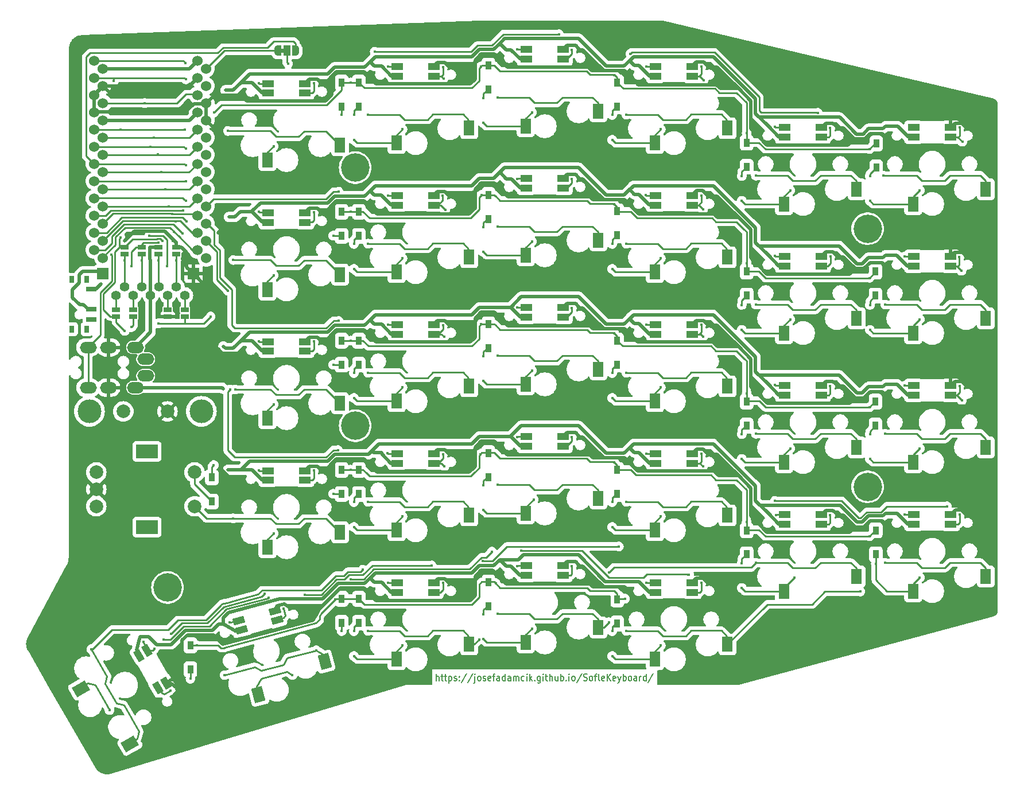
<source format=gbr>
%TF.GenerationSoftware,KiCad,Pcbnew,8.0.2-8.0.2-0~ubuntu24.04.1*%
%TF.CreationDate,2024-05-31T13:03:20+02:00*%
%TF.ProjectId,SofleKeyboard,536f666c-654b-4657-9962-6f6172642e6b,rev?*%
%TF.SameCoordinates,Original*%
%TF.FileFunction,Copper,L1,Top*%
%TF.FilePolarity,Positive*%
%FSLAX46Y46*%
G04 Gerber Fmt 4.6, Leading zero omitted, Abs format (unit mm)*
G04 Created by KiCad (PCBNEW 8.0.2-8.0.2-0~ubuntu24.04.1) date 2024-05-31 13:03:20*
%MOMM*%
%LPD*%
G01*
G04 APERTURE LIST*
G04 Aperture macros list*
%AMRotRect*
0 Rectangle, with rotation*
0 The origin of the aperture is its center*
0 $1 length*
0 $2 width*
0 $3 Rotation angle, in degrees counterclockwise*
0 Add horizontal line*
21,1,$1,$2,0,0,$3*%
%AMFreePoly0*
4,1,19,0.550000,-0.750000,0.000000,-0.750000,0.000000,-0.744911,-0.071157,-0.744911,-0.207708,-0.704816,-0.327430,-0.627875,-0.420627,-0.520320,-0.479746,-0.390866,-0.500000,-0.250000,-0.500000,0.250000,-0.479746,0.390866,-0.420627,0.520320,-0.327430,0.627875,-0.207708,0.704816,-0.071157,0.744911,0.000000,0.744911,0.000000,0.750000,0.550000,0.750000,0.550000,-0.750000,0.550000,-0.750000,
$1*%
%AMFreePoly1*
4,1,19,0.000000,0.744911,0.071157,0.744911,0.207708,0.704816,0.327430,0.627875,0.420627,0.520320,0.479746,0.390866,0.500000,0.250000,0.500000,-0.250000,0.479746,-0.390866,0.420627,-0.520320,0.327430,-0.627875,0.207708,-0.704816,0.071157,-0.744911,0.000000,-0.744911,0.000000,-0.750000,-0.550000,-0.750000,-0.550000,0.750000,0.000000,0.750000,0.000000,0.744911,0.000000,0.744911,
$1*%
G04 Aperture macros list end*
%ADD10C,0.150000*%
%TA.AperFunction,NonConductor*%
%ADD11C,0.150000*%
%TD*%
%TA.AperFunction,EtchedComponent*%
%ADD12C,0.000000*%
%TD*%
%TA.AperFunction,SMDPad,CuDef*%
%ADD13R,0.800000X1.000000*%
%TD*%
%TA.AperFunction,SMDPad,CuDef*%
%ADD14R,1.500000X0.700000*%
%TD*%
%TA.AperFunction,SMDPad,CuDef*%
%ADD15R,1.143000X0.635000*%
%TD*%
%TA.AperFunction,ComponentPad*%
%ADD16R,1.700000X1.700000*%
%TD*%
%TA.AperFunction,SMDPad,CuDef*%
%ADD17R,1.700000X1.000000*%
%TD*%
%TA.AperFunction,SMDPad,CuDef*%
%ADD18R,1.600000X2.200000*%
%TD*%
%TA.AperFunction,SMDPad,CuDef*%
%ADD19RotRect,1.700000X1.000000X120.000000*%
%TD*%
%TA.AperFunction,SMDPad,CuDef*%
%ADD20RotRect,1.600000X2.200000X120.000000*%
%TD*%
%TA.AperFunction,SMDPad,CuDef*%
%ADD21RotRect,1.700000X1.000000X195.000000*%
%TD*%
%TA.AperFunction,SMDPad,CuDef*%
%ADD22RotRect,1.600000X2.200000X195.000000*%
%TD*%
%TA.AperFunction,SMDPad,CuDef*%
%ADD23R,0.950000X1.300000*%
%TD*%
%TA.AperFunction,ComponentPad*%
%ADD24C,1.524000*%
%TD*%
%TA.AperFunction,ComponentPad*%
%ADD25C,2.000000*%
%TD*%
%TA.AperFunction,ComponentPad*%
%ADD26C,1.397000*%
%TD*%
%TA.AperFunction,ComponentPad*%
%ADD27O,2.500000X1.700000*%
%TD*%
%TA.AperFunction,SMDPad,CuDef*%
%ADD28FreePoly0,0.000000*%
%TD*%
%TA.AperFunction,SMDPad,CuDef*%
%ADD29R,1.000000X1.500000*%
%TD*%
%TA.AperFunction,SMDPad,CuDef*%
%ADD30FreePoly1,0.000000*%
%TD*%
%TA.AperFunction,ComponentPad*%
%ADD31C,4.200000*%
%TD*%
%TA.AperFunction,ComponentPad*%
%ADD32C,3.500000*%
%TD*%
%TA.AperFunction,ComponentPad*%
%ADD33R,3.200000X2.000000*%
%TD*%
%TA.AperFunction,ViaPad*%
%ADD34C,0.400000*%
%TD*%
%TA.AperFunction,Conductor*%
%ADD35C,0.250000*%
%TD*%
%TA.AperFunction,Conductor*%
%ADD36C,0.500000*%
%TD*%
G04 APERTURE END LIST*
D10*
D11*
X142657141Y-132754819D02*
X142657141Y-131754819D01*
X143042856Y-132754819D02*
X143042856Y-132231009D01*
X143042856Y-132231009D02*
X142999998Y-132135771D01*
X142999998Y-132135771D02*
X142914284Y-132088152D01*
X142914284Y-132088152D02*
X142785713Y-132088152D01*
X142785713Y-132088152D02*
X142699998Y-132135771D01*
X142699998Y-132135771D02*
X142657141Y-132183390D01*
X143342856Y-132088152D02*
X143685713Y-132088152D01*
X143471427Y-131754819D02*
X143471427Y-132611961D01*
X143471427Y-132611961D02*
X143514284Y-132707200D01*
X143514284Y-132707200D02*
X143599999Y-132754819D01*
X143599999Y-132754819D02*
X143685713Y-132754819D01*
X143857142Y-132088152D02*
X144199999Y-132088152D01*
X143985713Y-131754819D02*
X143985713Y-132611961D01*
X143985713Y-132611961D02*
X144028570Y-132707200D01*
X144028570Y-132707200D02*
X144114285Y-132754819D01*
X144114285Y-132754819D02*
X144199999Y-132754819D01*
X144499999Y-132088152D02*
X144499999Y-133088152D01*
X144499999Y-132135771D02*
X144585714Y-132088152D01*
X144585714Y-132088152D02*
X144757142Y-132088152D01*
X144757142Y-132088152D02*
X144842856Y-132135771D01*
X144842856Y-132135771D02*
X144885714Y-132183390D01*
X144885714Y-132183390D02*
X144928571Y-132278628D01*
X144928571Y-132278628D02*
X144928571Y-132564342D01*
X144928571Y-132564342D02*
X144885714Y-132659580D01*
X144885714Y-132659580D02*
X144842856Y-132707200D01*
X144842856Y-132707200D02*
X144757142Y-132754819D01*
X144757142Y-132754819D02*
X144585714Y-132754819D01*
X144585714Y-132754819D02*
X144499999Y-132707200D01*
X145271428Y-132707200D02*
X145357142Y-132754819D01*
X145357142Y-132754819D02*
X145528571Y-132754819D01*
X145528571Y-132754819D02*
X145614285Y-132707200D01*
X145614285Y-132707200D02*
X145657142Y-132611961D01*
X145657142Y-132611961D02*
X145657142Y-132564342D01*
X145657142Y-132564342D02*
X145614285Y-132469104D01*
X145614285Y-132469104D02*
X145528571Y-132421485D01*
X145528571Y-132421485D02*
X145400000Y-132421485D01*
X145400000Y-132421485D02*
X145314285Y-132373866D01*
X145314285Y-132373866D02*
X145271428Y-132278628D01*
X145271428Y-132278628D02*
X145271428Y-132231009D01*
X145271428Y-132231009D02*
X145314285Y-132135771D01*
X145314285Y-132135771D02*
X145400000Y-132088152D01*
X145400000Y-132088152D02*
X145528571Y-132088152D01*
X145528571Y-132088152D02*
X145614285Y-132135771D01*
X146042856Y-132659580D02*
X146085713Y-132707200D01*
X146085713Y-132707200D02*
X146042856Y-132754819D01*
X146042856Y-132754819D02*
X145999999Y-132707200D01*
X145999999Y-132707200D02*
X146042856Y-132659580D01*
X146042856Y-132659580D02*
X146042856Y-132754819D01*
X146042856Y-132135771D02*
X146085713Y-132183390D01*
X146085713Y-132183390D02*
X146042856Y-132231009D01*
X146042856Y-132231009D02*
X145999999Y-132183390D01*
X145999999Y-132183390D02*
X146042856Y-132135771D01*
X146042856Y-132135771D02*
X146042856Y-132231009D01*
X147114284Y-131707200D02*
X146342856Y-132992914D01*
X148057141Y-131707200D02*
X147285713Y-132992914D01*
X148357141Y-132088152D02*
X148357141Y-132945295D01*
X148357141Y-132945295D02*
X148314284Y-133040533D01*
X148314284Y-133040533D02*
X148228570Y-133088152D01*
X148228570Y-133088152D02*
X148185713Y-133088152D01*
X148357141Y-131754819D02*
X148314284Y-131802438D01*
X148314284Y-131802438D02*
X148357141Y-131850057D01*
X148357141Y-131850057D02*
X148399998Y-131802438D01*
X148399998Y-131802438D02*
X148357141Y-131754819D01*
X148357141Y-131754819D02*
X148357141Y-131850057D01*
X148914284Y-132754819D02*
X148828569Y-132707200D01*
X148828569Y-132707200D02*
X148785712Y-132659580D01*
X148785712Y-132659580D02*
X148742855Y-132564342D01*
X148742855Y-132564342D02*
X148742855Y-132278628D01*
X148742855Y-132278628D02*
X148785712Y-132183390D01*
X148785712Y-132183390D02*
X148828569Y-132135771D01*
X148828569Y-132135771D02*
X148914284Y-132088152D01*
X148914284Y-132088152D02*
X149042855Y-132088152D01*
X149042855Y-132088152D02*
X149128569Y-132135771D01*
X149128569Y-132135771D02*
X149171427Y-132183390D01*
X149171427Y-132183390D02*
X149214284Y-132278628D01*
X149214284Y-132278628D02*
X149214284Y-132564342D01*
X149214284Y-132564342D02*
X149171427Y-132659580D01*
X149171427Y-132659580D02*
X149128569Y-132707200D01*
X149128569Y-132707200D02*
X149042855Y-132754819D01*
X149042855Y-132754819D02*
X148914284Y-132754819D01*
X149557141Y-132707200D02*
X149642855Y-132754819D01*
X149642855Y-132754819D02*
X149814284Y-132754819D01*
X149814284Y-132754819D02*
X149899998Y-132707200D01*
X149899998Y-132707200D02*
X149942855Y-132611961D01*
X149942855Y-132611961D02*
X149942855Y-132564342D01*
X149942855Y-132564342D02*
X149899998Y-132469104D01*
X149899998Y-132469104D02*
X149814284Y-132421485D01*
X149814284Y-132421485D02*
X149685713Y-132421485D01*
X149685713Y-132421485D02*
X149599998Y-132373866D01*
X149599998Y-132373866D02*
X149557141Y-132278628D01*
X149557141Y-132278628D02*
X149557141Y-132231009D01*
X149557141Y-132231009D02*
X149599998Y-132135771D01*
X149599998Y-132135771D02*
X149685713Y-132088152D01*
X149685713Y-132088152D02*
X149814284Y-132088152D01*
X149814284Y-132088152D02*
X149899998Y-132135771D01*
X150671426Y-132707200D02*
X150585712Y-132754819D01*
X150585712Y-132754819D02*
X150414284Y-132754819D01*
X150414284Y-132754819D02*
X150328569Y-132707200D01*
X150328569Y-132707200D02*
X150285712Y-132611961D01*
X150285712Y-132611961D02*
X150285712Y-132231009D01*
X150285712Y-132231009D02*
X150328569Y-132135771D01*
X150328569Y-132135771D02*
X150414284Y-132088152D01*
X150414284Y-132088152D02*
X150585712Y-132088152D01*
X150585712Y-132088152D02*
X150671426Y-132135771D01*
X150671426Y-132135771D02*
X150714284Y-132231009D01*
X150714284Y-132231009D02*
X150714284Y-132326247D01*
X150714284Y-132326247D02*
X150285712Y-132421485D01*
X150971427Y-132088152D02*
X151314284Y-132088152D01*
X151099998Y-132754819D02*
X151099998Y-131897676D01*
X151099998Y-131897676D02*
X151142855Y-131802438D01*
X151142855Y-131802438D02*
X151228570Y-131754819D01*
X151228570Y-131754819D02*
X151314284Y-131754819D01*
X151999999Y-132754819D02*
X151999999Y-132231009D01*
X151999999Y-132231009D02*
X151957141Y-132135771D01*
X151957141Y-132135771D02*
X151871427Y-132088152D01*
X151871427Y-132088152D02*
X151699999Y-132088152D01*
X151699999Y-132088152D02*
X151614284Y-132135771D01*
X151999999Y-132707200D02*
X151914284Y-132754819D01*
X151914284Y-132754819D02*
X151699999Y-132754819D01*
X151699999Y-132754819D02*
X151614284Y-132707200D01*
X151614284Y-132707200D02*
X151571427Y-132611961D01*
X151571427Y-132611961D02*
X151571427Y-132516723D01*
X151571427Y-132516723D02*
X151614284Y-132421485D01*
X151614284Y-132421485D02*
X151699999Y-132373866D01*
X151699999Y-132373866D02*
X151914284Y-132373866D01*
X151914284Y-132373866D02*
X151999999Y-132326247D01*
X152814285Y-132754819D02*
X152814285Y-131754819D01*
X152814285Y-132707200D02*
X152728570Y-132754819D01*
X152728570Y-132754819D02*
X152557142Y-132754819D01*
X152557142Y-132754819D02*
X152471427Y-132707200D01*
X152471427Y-132707200D02*
X152428570Y-132659580D01*
X152428570Y-132659580D02*
X152385713Y-132564342D01*
X152385713Y-132564342D02*
X152385713Y-132278628D01*
X152385713Y-132278628D02*
X152428570Y-132183390D01*
X152428570Y-132183390D02*
X152471427Y-132135771D01*
X152471427Y-132135771D02*
X152557142Y-132088152D01*
X152557142Y-132088152D02*
X152728570Y-132088152D01*
X152728570Y-132088152D02*
X152814285Y-132135771D01*
X153628571Y-132754819D02*
X153628571Y-132231009D01*
X153628571Y-132231009D02*
X153585713Y-132135771D01*
X153585713Y-132135771D02*
X153499999Y-132088152D01*
X153499999Y-132088152D02*
X153328571Y-132088152D01*
X153328571Y-132088152D02*
X153242856Y-132135771D01*
X153628571Y-132707200D02*
X153542856Y-132754819D01*
X153542856Y-132754819D02*
X153328571Y-132754819D01*
X153328571Y-132754819D02*
X153242856Y-132707200D01*
X153242856Y-132707200D02*
X153199999Y-132611961D01*
X153199999Y-132611961D02*
X153199999Y-132516723D01*
X153199999Y-132516723D02*
X153242856Y-132421485D01*
X153242856Y-132421485D02*
X153328571Y-132373866D01*
X153328571Y-132373866D02*
X153542856Y-132373866D01*
X153542856Y-132373866D02*
X153628571Y-132326247D01*
X154057142Y-132754819D02*
X154057142Y-132088152D01*
X154057142Y-132183390D02*
X154099999Y-132135771D01*
X154099999Y-132135771D02*
X154185714Y-132088152D01*
X154185714Y-132088152D02*
X154314285Y-132088152D01*
X154314285Y-132088152D02*
X154399999Y-132135771D01*
X154399999Y-132135771D02*
X154442857Y-132231009D01*
X154442857Y-132231009D02*
X154442857Y-132754819D01*
X154442857Y-132231009D02*
X154485714Y-132135771D01*
X154485714Y-132135771D02*
X154571428Y-132088152D01*
X154571428Y-132088152D02*
X154699999Y-132088152D01*
X154699999Y-132088152D02*
X154785714Y-132135771D01*
X154785714Y-132135771D02*
X154828571Y-132231009D01*
X154828571Y-132231009D02*
X154828571Y-132754819D01*
X155642857Y-132707200D02*
X155557142Y-132754819D01*
X155557142Y-132754819D02*
X155385714Y-132754819D01*
X155385714Y-132754819D02*
X155299999Y-132707200D01*
X155299999Y-132707200D02*
X155257142Y-132659580D01*
X155257142Y-132659580D02*
X155214285Y-132564342D01*
X155214285Y-132564342D02*
X155214285Y-132278628D01*
X155214285Y-132278628D02*
X155257142Y-132183390D01*
X155257142Y-132183390D02*
X155299999Y-132135771D01*
X155299999Y-132135771D02*
X155385714Y-132088152D01*
X155385714Y-132088152D02*
X155557142Y-132088152D01*
X155557142Y-132088152D02*
X155642857Y-132135771D01*
X156028571Y-132754819D02*
X156028571Y-132088152D01*
X156028571Y-131754819D02*
X155985714Y-131802438D01*
X155985714Y-131802438D02*
X156028571Y-131850057D01*
X156028571Y-131850057D02*
X156071428Y-131802438D01*
X156071428Y-131802438D02*
X156028571Y-131754819D01*
X156028571Y-131754819D02*
X156028571Y-131850057D01*
X156457142Y-132754819D02*
X156457142Y-131754819D01*
X156542857Y-132373866D02*
X156799999Y-132754819D01*
X156799999Y-132088152D02*
X156457142Y-132469104D01*
X157185713Y-132659580D02*
X157228570Y-132707200D01*
X157228570Y-132707200D02*
X157185713Y-132754819D01*
X157185713Y-132754819D02*
X157142856Y-132707200D01*
X157142856Y-132707200D02*
X157185713Y-132659580D01*
X157185713Y-132659580D02*
X157185713Y-132754819D01*
X157999999Y-132088152D02*
X157999999Y-132897676D01*
X157999999Y-132897676D02*
X157957141Y-132992914D01*
X157957141Y-132992914D02*
X157914284Y-133040533D01*
X157914284Y-133040533D02*
X157828570Y-133088152D01*
X157828570Y-133088152D02*
X157699999Y-133088152D01*
X157699999Y-133088152D02*
X157614284Y-133040533D01*
X157999999Y-132707200D02*
X157914284Y-132754819D01*
X157914284Y-132754819D02*
X157742856Y-132754819D01*
X157742856Y-132754819D02*
X157657141Y-132707200D01*
X157657141Y-132707200D02*
X157614284Y-132659580D01*
X157614284Y-132659580D02*
X157571427Y-132564342D01*
X157571427Y-132564342D02*
X157571427Y-132278628D01*
X157571427Y-132278628D02*
X157614284Y-132183390D01*
X157614284Y-132183390D02*
X157657141Y-132135771D01*
X157657141Y-132135771D02*
X157742856Y-132088152D01*
X157742856Y-132088152D02*
X157914284Y-132088152D01*
X157914284Y-132088152D02*
X157999999Y-132135771D01*
X158428570Y-132754819D02*
X158428570Y-132088152D01*
X158428570Y-131754819D02*
X158385713Y-131802438D01*
X158385713Y-131802438D02*
X158428570Y-131850057D01*
X158428570Y-131850057D02*
X158471427Y-131802438D01*
X158471427Y-131802438D02*
X158428570Y-131754819D01*
X158428570Y-131754819D02*
X158428570Y-131850057D01*
X158728570Y-132088152D02*
X159071427Y-132088152D01*
X158857141Y-131754819D02*
X158857141Y-132611961D01*
X158857141Y-132611961D02*
X158899998Y-132707200D01*
X158899998Y-132707200D02*
X158985713Y-132754819D01*
X158985713Y-132754819D02*
X159071427Y-132754819D01*
X159371427Y-132754819D02*
X159371427Y-131754819D01*
X159757142Y-132754819D02*
X159757142Y-132231009D01*
X159757142Y-132231009D02*
X159714284Y-132135771D01*
X159714284Y-132135771D02*
X159628570Y-132088152D01*
X159628570Y-132088152D02*
X159499999Y-132088152D01*
X159499999Y-132088152D02*
X159414284Y-132135771D01*
X159414284Y-132135771D02*
X159371427Y-132183390D01*
X160571428Y-132088152D02*
X160571428Y-132754819D01*
X160185713Y-132088152D02*
X160185713Y-132611961D01*
X160185713Y-132611961D02*
X160228570Y-132707200D01*
X160228570Y-132707200D02*
X160314285Y-132754819D01*
X160314285Y-132754819D02*
X160442856Y-132754819D01*
X160442856Y-132754819D02*
X160528570Y-132707200D01*
X160528570Y-132707200D02*
X160571428Y-132659580D01*
X160999999Y-132754819D02*
X160999999Y-131754819D01*
X160999999Y-132135771D02*
X161085714Y-132088152D01*
X161085714Y-132088152D02*
X161257142Y-132088152D01*
X161257142Y-132088152D02*
X161342856Y-132135771D01*
X161342856Y-132135771D02*
X161385714Y-132183390D01*
X161385714Y-132183390D02*
X161428571Y-132278628D01*
X161428571Y-132278628D02*
X161428571Y-132564342D01*
X161428571Y-132564342D02*
X161385714Y-132659580D01*
X161385714Y-132659580D02*
X161342856Y-132707200D01*
X161342856Y-132707200D02*
X161257142Y-132754819D01*
X161257142Y-132754819D02*
X161085714Y-132754819D01*
X161085714Y-132754819D02*
X160999999Y-132707200D01*
X161814285Y-132659580D02*
X161857142Y-132707200D01*
X161857142Y-132707200D02*
X161814285Y-132754819D01*
X161814285Y-132754819D02*
X161771428Y-132707200D01*
X161771428Y-132707200D02*
X161814285Y-132659580D01*
X161814285Y-132659580D02*
X161814285Y-132754819D01*
X162242856Y-132754819D02*
X162242856Y-132088152D01*
X162242856Y-131754819D02*
X162199999Y-131802438D01*
X162199999Y-131802438D02*
X162242856Y-131850057D01*
X162242856Y-131850057D02*
X162285713Y-131802438D01*
X162285713Y-131802438D02*
X162242856Y-131754819D01*
X162242856Y-131754819D02*
X162242856Y-131850057D01*
X162799999Y-132754819D02*
X162714284Y-132707200D01*
X162714284Y-132707200D02*
X162671427Y-132659580D01*
X162671427Y-132659580D02*
X162628570Y-132564342D01*
X162628570Y-132564342D02*
X162628570Y-132278628D01*
X162628570Y-132278628D02*
X162671427Y-132183390D01*
X162671427Y-132183390D02*
X162714284Y-132135771D01*
X162714284Y-132135771D02*
X162799999Y-132088152D01*
X162799999Y-132088152D02*
X162928570Y-132088152D01*
X162928570Y-132088152D02*
X163014284Y-132135771D01*
X163014284Y-132135771D02*
X163057142Y-132183390D01*
X163057142Y-132183390D02*
X163099999Y-132278628D01*
X163099999Y-132278628D02*
X163099999Y-132564342D01*
X163099999Y-132564342D02*
X163057142Y-132659580D01*
X163057142Y-132659580D02*
X163014284Y-132707200D01*
X163014284Y-132707200D02*
X162928570Y-132754819D01*
X162928570Y-132754819D02*
X162799999Y-132754819D01*
X164128570Y-131707200D02*
X163357142Y-132992914D01*
X164385713Y-132707200D02*
X164514285Y-132754819D01*
X164514285Y-132754819D02*
X164728570Y-132754819D01*
X164728570Y-132754819D02*
X164814285Y-132707200D01*
X164814285Y-132707200D02*
X164857142Y-132659580D01*
X164857142Y-132659580D02*
X164899999Y-132564342D01*
X164899999Y-132564342D02*
X164899999Y-132469104D01*
X164899999Y-132469104D02*
X164857142Y-132373866D01*
X164857142Y-132373866D02*
X164814285Y-132326247D01*
X164814285Y-132326247D02*
X164728570Y-132278628D01*
X164728570Y-132278628D02*
X164557142Y-132231009D01*
X164557142Y-132231009D02*
X164471427Y-132183390D01*
X164471427Y-132183390D02*
X164428570Y-132135771D01*
X164428570Y-132135771D02*
X164385713Y-132040533D01*
X164385713Y-132040533D02*
X164385713Y-131945295D01*
X164385713Y-131945295D02*
X164428570Y-131850057D01*
X164428570Y-131850057D02*
X164471427Y-131802438D01*
X164471427Y-131802438D02*
X164557142Y-131754819D01*
X164557142Y-131754819D02*
X164771427Y-131754819D01*
X164771427Y-131754819D02*
X164899999Y-131802438D01*
X165414285Y-132754819D02*
X165328570Y-132707200D01*
X165328570Y-132707200D02*
X165285713Y-132659580D01*
X165285713Y-132659580D02*
X165242856Y-132564342D01*
X165242856Y-132564342D02*
X165242856Y-132278628D01*
X165242856Y-132278628D02*
X165285713Y-132183390D01*
X165285713Y-132183390D02*
X165328570Y-132135771D01*
X165328570Y-132135771D02*
X165414285Y-132088152D01*
X165414285Y-132088152D02*
X165542856Y-132088152D01*
X165542856Y-132088152D02*
X165628570Y-132135771D01*
X165628570Y-132135771D02*
X165671428Y-132183390D01*
X165671428Y-132183390D02*
X165714285Y-132278628D01*
X165714285Y-132278628D02*
X165714285Y-132564342D01*
X165714285Y-132564342D02*
X165671428Y-132659580D01*
X165671428Y-132659580D02*
X165628570Y-132707200D01*
X165628570Y-132707200D02*
X165542856Y-132754819D01*
X165542856Y-132754819D02*
X165414285Y-132754819D01*
X165971428Y-132088152D02*
X166314285Y-132088152D01*
X166099999Y-132754819D02*
X166099999Y-131897676D01*
X166099999Y-131897676D02*
X166142856Y-131802438D01*
X166142856Y-131802438D02*
X166228571Y-131754819D01*
X166228571Y-131754819D02*
X166314285Y-131754819D01*
X166742857Y-132754819D02*
X166657142Y-132707200D01*
X166657142Y-132707200D02*
X166614285Y-132611961D01*
X166614285Y-132611961D02*
X166614285Y-131754819D01*
X167428571Y-132707200D02*
X167342857Y-132754819D01*
X167342857Y-132754819D02*
X167171429Y-132754819D01*
X167171429Y-132754819D02*
X167085714Y-132707200D01*
X167085714Y-132707200D02*
X167042857Y-132611961D01*
X167042857Y-132611961D02*
X167042857Y-132231009D01*
X167042857Y-132231009D02*
X167085714Y-132135771D01*
X167085714Y-132135771D02*
X167171429Y-132088152D01*
X167171429Y-132088152D02*
X167342857Y-132088152D01*
X167342857Y-132088152D02*
X167428571Y-132135771D01*
X167428571Y-132135771D02*
X167471429Y-132231009D01*
X167471429Y-132231009D02*
X167471429Y-132326247D01*
X167471429Y-132326247D02*
X167042857Y-132421485D01*
X167857143Y-132754819D02*
X167857143Y-131754819D01*
X168371429Y-132754819D02*
X167985715Y-132183390D01*
X168371429Y-131754819D02*
X167857143Y-132326247D01*
X169100000Y-132707200D02*
X169014286Y-132754819D01*
X169014286Y-132754819D02*
X168842858Y-132754819D01*
X168842858Y-132754819D02*
X168757143Y-132707200D01*
X168757143Y-132707200D02*
X168714286Y-132611961D01*
X168714286Y-132611961D02*
X168714286Y-132231009D01*
X168714286Y-132231009D02*
X168757143Y-132135771D01*
X168757143Y-132135771D02*
X168842858Y-132088152D01*
X168842858Y-132088152D02*
X169014286Y-132088152D01*
X169014286Y-132088152D02*
X169100000Y-132135771D01*
X169100000Y-132135771D02*
X169142858Y-132231009D01*
X169142858Y-132231009D02*
X169142858Y-132326247D01*
X169142858Y-132326247D02*
X168714286Y-132421485D01*
X169442858Y-132088152D02*
X169657144Y-132754819D01*
X169871429Y-132088152D02*
X169657144Y-132754819D01*
X169657144Y-132754819D02*
X169571429Y-132992914D01*
X169571429Y-132992914D02*
X169528572Y-133040533D01*
X169528572Y-133040533D02*
X169442858Y-133088152D01*
X170214286Y-132754819D02*
X170214286Y-131754819D01*
X170214286Y-132135771D02*
X170300001Y-132088152D01*
X170300001Y-132088152D02*
X170471429Y-132088152D01*
X170471429Y-132088152D02*
X170557143Y-132135771D01*
X170557143Y-132135771D02*
X170600001Y-132183390D01*
X170600001Y-132183390D02*
X170642858Y-132278628D01*
X170642858Y-132278628D02*
X170642858Y-132564342D01*
X170642858Y-132564342D02*
X170600001Y-132659580D01*
X170600001Y-132659580D02*
X170557143Y-132707200D01*
X170557143Y-132707200D02*
X170471429Y-132754819D01*
X170471429Y-132754819D02*
X170300001Y-132754819D01*
X170300001Y-132754819D02*
X170214286Y-132707200D01*
X171157144Y-132754819D02*
X171071429Y-132707200D01*
X171071429Y-132707200D02*
X171028572Y-132659580D01*
X171028572Y-132659580D02*
X170985715Y-132564342D01*
X170985715Y-132564342D02*
X170985715Y-132278628D01*
X170985715Y-132278628D02*
X171028572Y-132183390D01*
X171028572Y-132183390D02*
X171071429Y-132135771D01*
X171071429Y-132135771D02*
X171157144Y-132088152D01*
X171157144Y-132088152D02*
X171285715Y-132088152D01*
X171285715Y-132088152D02*
X171371429Y-132135771D01*
X171371429Y-132135771D02*
X171414287Y-132183390D01*
X171414287Y-132183390D02*
X171457144Y-132278628D01*
X171457144Y-132278628D02*
X171457144Y-132564342D01*
X171457144Y-132564342D02*
X171414287Y-132659580D01*
X171414287Y-132659580D02*
X171371429Y-132707200D01*
X171371429Y-132707200D02*
X171285715Y-132754819D01*
X171285715Y-132754819D02*
X171157144Y-132754819D01*
X172228573Y-132754819D02*
X172228573Y-132231009D01*
X172228573Y-132231009D02*
X172185715Y-132135771D01*
X172185715Y-132135771D02*
X172100001Y-132088152D01*
X172100001Y-132088152D02*
X171928573Y-132088152D01*
X171928573Y-132088152D02*
X171842858Y-132135771D01*
X172228573Y-132707200D02*
X172142858Y-132754819D01*
X172142858Y-132754819D02*
X171928573Y-132754819D01*
X171928573Y-132754819D02*
X171842858Y-132707200D01*
X171842858Y-132707200D02*
X171800001Y-132611961D01*
X171800001Y-132611961D02*
X171800001Y-132516723D01*
X171800001Y-132516723D02*
X171842858Y-132421485D01*
X171842858Y-132421485D02*
X171928573Y-132373866D01*
X171928573Y-132373866D02*
X172142858Y-132373866D01*
X172142858Y-132373866D02*
X172228573Y-132326247D01*
X172657144Y-132754819D02*
X172657144Y-132088152D01*
X172657144Y-132278628D02*
X172700001Y-132183390D01*
X172700001Y-132183390D02*
X172742859Y-132135771D01*
X172742859Y-132135771D02*
X172828573Y-132088152D01*
X172828573Y-132088152D02*
X172914287Y-132088152D01*
X173600002Y-132754819D02*
X173600002Y-131754819D01*
X173600002Y-132707200D02*
X173514287Y-132754819D01*
X173514287Y-132754819D02*
X173342859Y-132754819D01*
X173342859Y-132754819D02*
X173257144Y-132707200D01*
X173257144Y-132707200D02*
X173214287Y-132659580D01*
X173214287Y-132659580D02*
X173171430Y-132564342D01*
X173171430Y-132564342D02*
X173171430Y-132278628D01*
X173171430Y-132278628D02*
X173214287Y-132183390D01*
X173214287Y-132183390D02*
X173257144Y-132135771D01*
X173257144Y-132135771D02*
X173342859Y-132088152D01*
X173342859Y-132088152D02*
X173514287Y-132088152D01*
X173514287Y-132088152D02*
X173600002Y-132135771D01*
X174671430Y-131707200D02*
X173900002Y-132992914D01*
D12*
%TA.AperFunction,EtchedComponent*%
G36*
X120200000Y-40057500D02*
G01*
X119700000Y-40057500D01*
X119700000Y-39457500D01*
X120200000Y-39457500D01*
X120200000Y-40057500D01*
G37*
%TD.AperFunction*%
D13*
X91105000Y-73550000D03*
X88895000Y-73550000D03*
X91105000Y-80850000D03*
X88895000Y-80850000D03*
D14*
X91755000Y-74950000D03*
X91755000Y-77950000D03*
X91755000Y-79450000D03*
D15*
X96700000Y-69800379D03*
X96700000Y-68799619D03*
X99200000Y-69800380D03*
X99200000Y-68799620D03*
X101700000Y-69800379D03*
X101700000Y-68799619D03*
X104300000Y-69800379D03*
X104300000Y-68799619D03*
X95430000Y-78000000D03*
X95430000Y-79000760D03*
X103050000Y-78000000D03*
X103050000Y-79000760D03*
X97970000Y-78000000D03*
X97970000Y-79000760D03*
X105590000Y-78000000D03*
X105590000Y-79000760D03*
D16*
X93450000Y-72700000D03*
X106850000Y-72700000D03*
D17*
X117800000Y-46001000D03*
X117800000Y-44601000D03*
X123300000Y-44601000D03*
X123300000Y-46001000D03*
D18*
X117750000Y-55900000D03*
X128450000Y-53700000D03*
D17*
X155900000Y-41001000D03*
X155900000Y-39601000D03*
X161400000Y-39601000D03*
X161400000Y-41001000D03*
D18*
X155850000Y-50900000D03*
X166550000Y-48700000D03*
D17*
X117799999Y-84101000D03*
X117799999Y-82701000D03*
X123299999Y-82701000D03*
X123299999Y-84101000D03*
D18*
X117749999Y-94000000D03*
X128449999Y-91800000D03*
D17*
X136850000Y-81601001D03*
X136850000Y-80201001D03*
X142350000Y-80201001D03*
X142350000Y-81601001D03*
D18*
X136800000Y-91500001D03*
X147500000Y-89300001D03*
D17*
X117800000Y-103151000D03*
X117800000Y-101751000D03*
X123300000Y-101751000D03*
X123300000Y-103151000D03*
D18*
X117750000Y-113050000D03*
X128450000Y-110850000D03*
D17*
X155900000Y-98151000D03*
X155900000Y-96751000D03*
X161400000Y-96751000D03*
X161400000Y-98151000D03*
D18*
X155850000Y-108050000D03*
X166550000Y-105850000D03*
D17*
X194000000Y-109651000D03*
X194000000Y-108251000D03*
X199500000Y-108251000D03*
X199500000Y-109651000D03*
D18*
X193950000Y-119550000D03*
X204650000Y-117350000D03*
D19*
X98798236Y-129018930D03*
X100010671Y-128318930D03*
X102760671Y-133082070D03*
X101548236Y-133782070D03*
D20*
X90200450Y-133925129D03*
X97455706Y-142091601D03*
D21*
X113908687Y-125249015D03*
X113546340Y-123896719D03*
X118858932Y-122473214D03*
X119221279Y-123825510D03*
D22*
X116422440Y-134823656D03*
X126188444Y-129929255D03*
D17*
X213050000Y-71551000D03*
X213050000Y-70151000D03*
X218550000Y-70151000D03*
X218550000Y-71551000D03*
D18*
X213000000Y-81450000D03*
X223700000Y-79250000D03*
D17*
X213050000Y-90601000D03*
X213050000Y-89201000D03*
X218550000Y-89201000D03*
X218550000Y-90601000D03*
D18*
X213000000Y-100500000D03*
X223700000Y-98300000D03*
D17*
X213050000Y-109651000D03*
X213050000Y-108251000D03*
X218550000Y-108251000D03*
X218550000Y-109651000D03*
D18*
X213000000Y-119550000D03*
X223700000Y-117350000D03*
D17*
X174950000Y-43501000D03*
X174950000Y-42101000D03*
X180450000Y-42101000D03*
X180450000Y-43501000D03*
D18*
X174900000Y-53400000D03*
X185600000Y-51200000D03*
D17*
X194000000Y-52501000D03*
X194000000Y-51101000D03*
X199500000Y-51101000D03*
X199500000Y-52501000D03*
D18*
X193950000Y-62400000D03*
X204650000Y-60200000D03*
D17*
X136850000Y-62551001D03*
X136850000Y-61151001D03*
X142350000Y-61151001D03*
X142350000Y-62551001D03*
D18*
X136800000Y-72450001D03*
X147500000Y-70250001D03*
D17*
X174950000Y-62551000D03*
X174950000Y-61151000D03*
X180450000Y-61151000D03*
X180450000Y-62551000D03*
D18*
X174900000Y-72450000D03*
X185600000Y-70250000D03*
D17*
X155900001Y-60051000D03*
X155900001Y-58651000D03*
X161400001Y-58651000D03*
X161400001Y-60051000D03*
D18*
X155850001Y-69950000D03*
X166550001Y-67750000D03*
D17*
X174950000Y-81601001D03*
X174950000Y-80201001D03*
X180450000Y-80201001D03*
X180450000Y-81601001D03*
D18*
X174900000Y-91500001D03*
X185600000Y-89300001D03*
D17*
X213050000Y-52501000D03*
X213050000Y-51101000D03*
X218550000Y-51101000D03*
X218550000Y-52501000D03*
D18*
X213000000Y-62400000D03*
X223700000Y-60200000D03*
D17*
X117799999Y-65101000D03*
X117799999Y-63701000D03*
X123299999Y-63701000D03*
X123299999Y-65101000D03*
D18*
X117749999Y-75000000D03*
X128449999Y-72800000D03*
D17*
X174950000Y-119700999D03*
X174950000Y-118300999D03*
X180450000Y-118300999D03*
X180450000Y-119700999D03*
D18*
X174900000Y-129599999D03*
X185600000Y-127399999D03*
D17*
X194000000Y-71550999D03*
X194000000Y-70150999D03*
X199500000Y-70150999D03*
X199500000Y-71550999D03*
D18*
X193950000Y-81449999D03*
X204650000Y-79249999D03*
D17*
X174950000Y-100651001D03*
X174950000Y-99251001D03*
X180450000Y-99251001D03*
X180450000Y-100651001D03*
D18*
X174900000Y-110550001D03*
X185600000Y-108350001D03*
D17*
X194000000Y-90601000D03*
X194000000Y-89201000D03*
X199500000Y-89201000D03*
X199500000Y-90601000D03*
D18*
X193950000Y-100500000D03*
X204650000Y-98300000D03*
D17*
X155900000Y-117201000D03*
X155900000Y-115801000D03*
X161400000Y-115801000D03*
X161400000Y-117201000D03*
D18*
X155850000Y-127100000D03*
X166550000Y-124900000D03*
D17*
X155900000Y-79101000D03*
X155900000Y-77701000D03*
X161400000Y-77701000D03*
X161400000Y-79101000D03*
D18*
X155850000Y-89000000D03*
X166550000Y-86800000D03*
D17*
X136850000Y-43501000D03*
X136850000Y-42101000D03*
X142350000Y-42101000D03*
X142350000Y-43501000D03*
D18*
X136800000Y-53400000D03*
X147500000Y-51200000D03*
D17*
X136850000Y-100651001D03*
X136850000Y-99251001D03*
X142350000Y-99251001D03*
X142350000Y-100651001D03*
D18*
X136800000Y-110550001D03*
X147500000Y-108350001D03*
D17*
X136849999Y-119701000D03*
X136849999Y-118301000D03*
X142349999Y-118301000D03*
X142349999Y-119701000D03*
D18*
X136799999Y-129600000D03*
X147499999Y-127400000D03*
D23*
X169345000Y-120755000D03*
X169345000Y-124305000D03*
X150345000Y-118245000D03*
X150345000Y-121795000D03*
X131245000Y-120655000D03*
X131245000Y-124205000D03*
X128705000Y-120655000D03*
X128705000Y-124205000D03*
X106399120Y-127527640D03*
X106399120Y-131077640D03*
X109550000Y-102757640D03*
X109550000Y-106307640D03*
X207495000Y-110555000D03*
X207495000Y-114105000D03*
X188445000Y-110555000D03*
X188445000Y-114105000D03*
X169344999Y-101655000D03*
X169344999Y-105205000D03*
X150345000Y-99145000D03*
X150345000Y-102695000D03*
X131245000Y-101655000D03*
X131245000Y-105205000D03*
X128705001Y-101655000D03*
X128705001Y-105205000D03*
X207445000Y-91555000D03*
X207445000Y-95105000D03*
X188445000Y-91555000D03*
X188445000Y-95105000D03*
X169345000Y-82555000D03*
X169345000Y-86105000D03*
X150345000Y-80145000D03*
X150345000Y-83695000D03*
X131245000Y-82555001D03*
X131245000Y-86105001D03*
X128705000Y-82555000D03*
X128705000Y-86105000D03*
X207445001Y-72355001D03*
X207445001Y-75905001D03*
X188445000Y-72354999D03*
X188445000Y-75904999D03*
X169345000Y-63455000D03*
X169345000Y-67005000D03*
X150345000Y-61045000D03*
X150345000Y-64595000D03*
X131245000Y-63555000D03*
X131245000Y-67105000D03*
X128705001Y-63555000D03*
X128705001Y-67105000D03*
X207545000Y-53455000D03*
X207545000Y-57005000D03*
X188445000Y-53325000D03*
X188445000Y-56875000D03*
X169345000Y-44455000D03*
X169345000Y-48005000D03*
X150345001Y-41955000D03*
X150345001Y-45505000D03*
X131245000Y-44455000D03*
X131245000Y-48005000D03*
X128704999Y-44452000D03*
X128704999Y-48002000D03*
D24*
X107420000Y-41230000D03*
X107420000Y-43770000D03*
X107420000Y-46310000D03*
X107420000Y-48850000D03*
X107420000Y-51390000D03*
X107420000Y-53930000D03*
X107420000Y-56470000D03*
X107420000Y-59010000D03*
X107420000Y-61550000D03*
X107420000Y-64090000D03*
X107420000Y-66630000D03*
X107420000Y-69170000D03*
X92180000Y-69170000D03*
X92180000Y-66630000D03*
X92180000Y-64090000D03*
X92180000Y-61550000D03*
X92180000Y-59010000D03*
X92180000Y-56470000D03*
X92180000Y-53930000D03*
X92180000Y-51390000D03*
X92180000Y-48850000D03*
X92180000Y-46310000D03*
X92180000Y-43770000D03*
X92180000Y-41230000D03*
X108718815Y-52585745D03*
X108718815Y-57665745D03*
X93478815Y-42425745D03*
X108718815Y-44965745D03*
X108718815Y-67825745D03*
X93478815Y-70365745D03*
X108718815Y-60205745D03*
X108718815Y-62745745D03*
X93478815Y-60205745D03*
X93478815Y-65285745D03*
X93478815Y-52585745D03*
X93478815Y-50045745D03*
X93478815Y-44965745D03*
X93478815Y-55125745D03*
X108718815Y-70365745D03*
X93478815Y-62745745D03*
X108718815Y-42425745D03*
X108718815Y-47505745D03*
X93478815Y-67825745D03*
X108718815Y-50045745D03*
X108718815Y-55125745D03*
X93478815Y-57665745D03*
X108718815Y-65285745D03*
X93478815Y-47505745D03*
D25*
X103000000Y-93000000D03*
X96500000Y-93000000D03*
D26*
X96700000Y-74600000D03*
X99240000Y-74600000D03*
X101780000Y-74600000D03*
X104320000Y-74600000D03*
D27*
X99800000Y-87750000D03*
X98300000Y-83550000D03*
X94300000Y-83550000D03*
X91300000Y-83550000D03*
X94300000Y-89500000D03*
X91300000Y-89500000D03*
X99800000Y-85300000D03*
X98300000Y-89500000D03*
D28*
X119300000Y-39757500D03*
D29*
X120600000Y-39757500D03*
D30*
X121900000Y-39757500D03*
D31*
X103000000Y-119000000D03*
D32*
X91499999Y-93000000D03*
X108000000Y-93000000D03*
D25*
X107000000Y-102000000D03*
X107000000Y-107000000D03*
D33*
X100000000Y-110100000D03*
X100000000Y-98900000D03*
D25*
X92500000Y-104500000D03*
X92500000Y-107000000D03*
X92500000Y-102000000D03*
D31*
X206275000Y-66025000D03*
X206275000Y-104125000D03*
X130700000Y-57024999D03*
X130700000Y-95125000D03*
D26*
X95430000Y-75870000D03*
X97970000Y-75870000D03*
X100510000Y-75870000D03*
X103050000Y-75870000D03*
X105590000Y-75870000D03*
D34*
X120800000Y-41700000D03*
X170485000Y-120654999D03*
X151412407Y-118391594D03*
X127754357Y-120747876D03*
X109826120Y-100926120D03*
X107379120Y-127542640D03*
X105238916Y-66711084D03*
X130002941Y-44454080D03*
X149217241Y-42100760D03*
X109850000Y-48902240D03*
X105700000Y-59000000D03*
X206556000Y-54267000D03*
X188445001Y-51900520D03*
X168907000Y-43381990D03*
X206556000Y-73303501D03*
X130002940Y-63490580D03*
X105700000Y-61900000D03*
X188445000Y-71106400D03*
X168881120Y-62418490D03*
X149309500Y-61045000D03*
X128241120Y-60586489D03*
X206556000Y-92367001D03*
X105286851Y-63350000D03*
X149266320Y-80145000D03*
X188445001Y-90338340D03*
X130002940Y-82554079D03*
X168907000Y-81481990D03*
X128241120Y-79646240D03*
X130002941Y-101604079D03*
X105800000Y-64950000D03*
X168907000Y-100531990D03*
X112247308Y-89756085D03*
X111902000Y-75175840D03*
X206556001Y-111417000D03*
X149138501Y-99329500D03*
X188445000Y-109355320D03*
X128139520Y-98699989D03*
X134619120Y-99092640D03*
X153610002Y-96724664D03*
X210566000Y-108029998D03*
X172498997Y-99060000D03*
X191548499Y-108009501D03*
X115470000Y-101602000D03*
X153610002Y-115824000D03*
X172498997Y-118110000D03*
X134520000Y-118239000D03*
X111252089Y-124365260D03*
X98999004Y-126216015D03*
X112050000Y-64300000D03*
X134520000Y-80139000D03*
X115470000Y-44452000D03*
X111252000Y-89652000D03*
X98000000Y-50045745D03*
X191548499Y-50859501D03*
X191548499Y-88959501D03*
X111950000Y-101600000D03*
X153610002Y-58660500D03*
X153617333Y-77667333D03*
X210566000Y-88979998D03*
X172498998Y-60946500D03*
X134520000Y-42039000D03*
X100400008Y-68800000D03*
X210566000Y-69916498D03*
X111559999Y-45595000D03*
X111959443Y-122729444D03*
X210566000Y-50879998D03*
X172498998Y-41910000D03*
X153610002Y-39624000D03*
X111252000Y-83407000D03*
X172498998Y-80010001D03*
X115470000Y-82552000D03*
X134520000Y-61075501D03*
X191548499Y-69896001D03*
X115470000Y-63488500D03*
X182782000Y-99314000D03*
X125663998Y-101600000D03*
X144526000Y-99237999D03*
X220823998Y-108240000D03*
X163845008Y-96787997D03*
X201876002Y-108287998D03*
X163845008Y-115837998D03*
X182782000Y-118364001D03*
X144526000Y-118288000D03*
X120929824Y-121822845D03*
X103959570Y-134905964D03*
X182782000Y-80264000D03*
X163389120Y-128002640D03*
X96900000Y-48800000D03*
X125663998Y-44450000D03*
X149767621Y-36745640D03*
X113739120Y-94752640D03*
X125663998Y-63486500D03*
X125600000Y-75800000D03*
X182782000Y-42164000D03*
X163700000Y-70800000D03*
X153500000Y-90525000D03*
X163845008Y-39637999D03*
X96700000Y-67799999D03*
X144526000Y-42087997D03*
X201876002Y-89237998D03*
X109755000Y-125986000D03*
X115287120Y-113771139D03*
X201800000Y-120500000D03*
X101700000Y-79000000D03*
X110497745Y-66643255D03*
X153300000Y-71200000D03*
X144600000Y-73300000D03*
X182782000Y-61200500D03*
X96900000Y-44965745D03*
X191700000Y-101800000D03*
X190689120Y-63852640D03*
X163845008Y-58674499D03*
X201876002Y-70174498D03*
X113489120Y-56502640D03*
X110497745Y-76347745D03*
X111000000Y-101100000D03*
X220823998Y-51090000D03*
X125116920Y-96867440D03*
X220823998Y-89190000D03*
X125663998Y-82550000D03*
X220823998Y-70126500D03*
X163845008Y-77737997D03*
X114271120Y-75607640D03*
X110497745Y-83795745D03*
X190739120Y-82852640D03*
X152589120Y-52402640D03*
X99400000Y-79000000D03*
X201876002Y-51137998D03*
X144526000Y-80187997D03*
X144526000Y-61124498D03*
X208892000Y-115354000D03*
X208600000Y-58200000D03*
X170692000Y-125404000D03*
X208892000Y-96304000D03*
X205200000Y-119600000D03*
X208892001Y-77240500D03*
X102117351Y-57700639D03*
X189791999Y-115354000D03*
X151692000Y-122904000D03*
X102642351Y-60240640D03*
X189792000Y-77240500D03*
X189791999Y-96304000D03*
X168119120Y-116755640D03*
X189791999Y-58204000D03*
X168119120Y-124121640D03*
X170692000Y-106354000D03*
X132592000Y-125404000D03*
X149513620Y-115104640D03*
X170692000Y-87304000D03*
X170692000Y-68240500D03*
X103167351Y-62780640D03*
X170692000Y-49204000D03*
X149007881Y-126666503D03*
X169579620Y-112945640D03*
X151692000Y-103854000D03*
X111443561Y-131936606D03*
X124964060Y-128274976D03*
X103712851Y-63874500D03*
X151692000Y-46703999D03*
X151692000Y-84803999D03*
X151692000Y-65740500D03*
X130019120Y-117749989D03*
X150844181Y-113704701D03*
X132592000Y-106354000D03*
X104237851Y-64924500D03*
X131797120Y-116374640D03*
X132592000Y-68240501D03*
X91761776Y-128101089D03*
X132592000Y-49204000D03*
X132592000Y-87304000D03*
X96100000Y-51390001D03*
X96700000Y-81100000D03*
X105600000Y-51400000D03*
X102251031Y-67813844D03*
X96050000Y-67300000D03*
X124602379Y-44592379D03*
X105699992Y-56700000D03*
X101700001Y-68050000D03*
X97724500Y-71566117D03*
X97700000Y-80575000D03*
X105700018Y-54200001D03*
X100469120Y-53930000D03*
X99650000Y-47505745D03*
X102950000Y-71550000D03*
X100325212Y-67075340D03*
X105700000Y-44000000D03*
X95100001Y-44200000D03*
X94693158Y-69893158D03*
X113001121Y-89768140D03*
X103952834Y-66480140D03*
X112700000Y-70654640D03*
X112700000Y-108800000D03*
X111921620Y-51604640D03*
X101569620Y-55069620D03*
X101024678Y-52584836D03*
X93200000Y-74200000D03*
X95900000Y-42425000D03*
X90600000Y-77250000D03*
X118674000Y-53861000D03*
X128705000Y-49210360D03*
X137674000Y-51361001D03*
X130506000Y-52919000D03*
X130506000Y-49252000D03*
X156774000Y-48861000D03*
X149606001Y-46752001D03*
X149606000Y-50419000D03*
X168606000Y-52919000D03*
X168606001Y-49252000D03*
X175773999Y-51361000D03*
X187706000Y-58252001D03*
X187706000Y-61919000D03*
X194874000Y-60361001D03*
X206615500Y-58252000D03*
X206615500Y-61919000D03*
X213973999Y-60361000D03*
X118674000Y-72897500D03*
X127462940Y-67046580D03*
X137673999Y-70397500D03*
X130506000Y-71955500D03*
X130506000Y-68288500D03*
X156774000Y-67897500D03*
X149605999Y-69455499D03*
X149606000Y-65788500D03*
X175774000Y-70397500D03*
X168606000Y-71955500D03*
X168606001Y-68288500D03*
X187706000Y-77288500D03*
X187705999Y-80955500D03*
X194874000Y-79397501D03*
X213974000Y-79397500D03*
X206615500Y-80955500D03*
X206615500Y-77288500D03*
X118674000Y-91961000D03*
X127462940Y-86110080D03*
X130506000Y-91019000D03*
X130506000Y-87352000D03*
X137674000Y-89461003D03*
X156774001Y-86961000D03*
X149606001Y-88519001D03*
X149606002Y-84852000D03*
X168606000Y-91019000D03*
X168606000Y-87352000D03*
X175774000Y-89461000D03*
X187706000Y-96352001D03*
X194874000Y-98460999D03*
X187706000Y-100019000D03*
X213974001Y-98461000D03*
X206615500Y-96352000D03*
X206615500Y-100019000D03*
X127462940Y-105160080D03*
X118673999Y-111011000D03*
X130506000Y-106402000D03*
X137674001Y-108511001D03*
X130506000Y-110069000D03*
X149606001Y-107569002D03*
X157023630Y-106011000D03*
X149606001Y-103902000D03*
X168606000Y-106402000D03*
X168606000Y-110069000D03*
X175774000Y-108511001D03*
X195500000Y-117500000D03*
X187705999Y-115402000D03*
X187706000Y-119069001D03*
X207495000Y-115505000D03*
X213974000Y-117511000D03*
X94456092Y-137100772D03*
X106389121Y-132477640D03*
X121437042Y-131907044D03*
X128705000Y-125428520D03*
X130506000Y-129119000D03*
X137674000Y-127561001D03*
X130506000Y-125452000D03*
X156774000Y-125061000D03*
X149606001Y-126619002D03*
X149606000Y-122952000D03*
X175774000Y-127561001D03*
X168606000Y-129119000D03*
X168606000Y-125452000D03*
X124602378Y-63628879D03*
X116471155Y-44512918D03*
X135562443Y-42072870D03*
X162650012Y-39629978D03*
X160753119Y-37325000D03*
X133575119Y-39920640D03*
X135550250Y-61186511D03*
X143627288Y-42147342D03*
X143724504Y-43908025D03*
X162650012Y-58666478D03*
X154584227Y-39599213D03*
X200762362Y-51143646D03*
X198916620Y-48918000D03*
X171284045Y-40197423D03*
X173672506Y-42127494D03*
X173577119Y-61105381D03*
X181747788Y-42092139D03*
X182089120Y-44111641D03*
X200777288Y-70128497D03*
X192622667Y-51014429D03*
X220252619Y-53228140D03*
X211721643Y-70152903D03*
X219827288Y-51112639D03*
X116471155Y-63549418D03*
X124602379Y-82692379D03*
X143989120Y-63247510D03*
X143608120Y-61183843D03*
X135528589Y-80172870D03*
X162650012Y-77729979D03*
X154612929Y-58657211D03*
X182025620Y-63161640D03*
X173614598Y-80168879D03*
X181782390Y-61120130D03*
X200762362Y-89243647D03*
X192622666Y-70050929D03*
X211772712Y-89216401D03*
X219807380Y-70223879D03*
X220125620Y-72278140D03*
X124602379Y-101742379D03*
X116471155Y-82612918D03*
X135471110Y-99202872D03*
X143627288Y-80247342D03*
X143829120Y-81982640D03*
X154549813Y-77654093D03*
X162650012Y-96779979D03*
X181727287Y-80232639D03*
X173638452Y-99218880D03*
X182009120Y-81972640D03*
X192622666Y-89114429D03*
X200762362Y-108293647D03*
X211772711Y-108266401D03*
X219827288Y-89222640D03*
X220189120Y-91391640D03*
X103468847Y-134174698D03*
X117319120Y-119930640D03*
X116493500Y-101706260D03*
X103539120Y-125802640D03*
X135528589Y-118272870D03*
X143859120Y-101102640D03*
X143627288Y-99297343D03*
X162650002Y-115829976D03*
X154622712Y-96770711D03*
X173648451Y-118268880D03*
X181979120Y-101102640D03*
X181729120Y-99262640D03*
X217966619Y-107012640D03*
X219867788Y-108222639D03*
X192600000Y-106200000D03*
X192749998Y-108282640D03*
X120096468Y-122107581D03*
X99446233Y-127058383D03*
X101063120Y-128058640D03*
X117904931Y-120463425D03*
X102439120Y-126702639D03*
X112181507Y-124151291D03*
X141957120Y-115739640D03*
X123288120Y-120039736D03*
X143627289Y-118326841D03*
X154584813Y-115819800D03*
X179930120Y-117073140D03*
X155165120Y-113534150D03*
X181746671Y-118293755D03*
X105639120Y-41552640D03*
X101700000Y-80000000D03*
X109374500Y-79000000D03*
X96700000Y-70750000D03*
X99200000Y-70750000D03*
X101700000Y-70750000D03*
X104300000Y-70750000D03*
D35*
X100325212Y-67075340D02*
X102325340Y-67075340D01*
X102950000Y-67700000D02*
X102950000Y-71550000D01*
X102325340Y-67075340D02*
X102950000Y-67700000D01*
X102251031Y-67813844D02*
X101962187Y-67525000D01*
X101962187Y-67525000D02*
X101482538Y-67525000D01*
X101482538Y-67525000D02*
X101382538Y-67625000D01*
X101382538Y-67625000D02*
X97874619Y-67625000D01*
X97874619Y-67625000D02*
X96700000Y-68799619D01*
X101700001Y-68050000D02*
X101675001Y-68075000D01*
X101675001Y-68075000D02*
X99475000Y-68075000D01*
X99475000Y-68075000D02*
X99200000Y-68350000D01*
X99200000Y-68350000D02*
X99200000Y-68799620D01*
D36*
X93200000Y-74200000D02*
X92450000Y-74950000D01*
X92450000Y-74950000D02*
X91755000Y-74950000D01*
D35*
X181746671Y-118293755D02*
X181746671Y-119504329D01*
X181746671Y-119504329D02*
X181550000Y-119701000D01*
X181550000Y-119701000D02*
X180450000Y-119701000D01*
X143627289Y-119314471D02*
X143240760Y-119701000D01*
X143627289Y-118326841D02*
X143627289Y-119314471D01*
X143240760Y-119701000D02*
X142350000Y-119701000D01*
X219867788Y-108222639D02*
X219867788Y-109433212D01*
X219867788Y-109433212D02*
X219650000Y-109651000D01*
X219650000Y-109651000D02*
X218550000Y-109651000D01*
X173648451Y-118268880D02*
X173680571Y-118301000D01*
X173680571Y-118301000D02*
X174850000Y-118301000D01*
X154622712Y-96770711D02*
X154642423Y-96751000D01*
X154642423Y-96751000D02*
X155850000Y-96751000D01*
X143627288Y-99297343D02*
X143627288Y-99908714D01*
X143627288Y-99908714D02*
X142885002Y-100651000D01*
X135528589Y-118272870D02*
X135556719Y-118301000D01*
X135556719Y-118301000D02*
X136750000Y-118301000D01*
X219430760Y-90601000D02*
X218550000Y-90601000D01*
X219827288Y-89222640D02*
X219827288Y-90204472D01*
X219827288Y-90204472D02*
X219430760Y-90601000D01*
X211788112Y-108251000D02*
X213050000Y-108251000D01*
X211772711Y-108266401D02*
X211788112Y-108251000D01*
X173670572Y-99251000D02*
X174949999Y-99251000D01*
X173638452Y-99218880D02*
X173670572Y-99251000D01*
X181727287Y-80232639D02*
X181727287Y-81323713D01*
X181727287Y-81323713D02*
X181450000Y-81601000D01*
X181450000Y-81601000D02*
X180350000Y-81601000D01*
X154549813Y-77654093D02*
X154596720Y-77701000D01*
X154596720Y-77701000D02*
X155850000Y-77701000D01*
X143627288Y-80247342D02*
X143627288Y-80858714D01*
X143447480Y-81601000D02*
X143829120Y-81982640D01*
X143627288Y-80858714D02*
X142885002Y-81601000D01*
X142885002Y-81601000D02*
X143447480Y-81601000D01*
X135519238Y-99251000D02*
X136750000Y-99251000D01*
X135471110Y-99202872D02*
X135519238Y-99251000D01*
X211788113Y-89201000D02*
X213050000Y-89201000D01*
X211772712Y-89216401D02*
X211788113Y-89201000D01*
X181350760Y-62551000D02*
X180450000Y-62551000D01*
X181782390Y-62119370D02*
X181350760Y-62551000D01*
X181782390Y-61120130D02*
X181782390Y-62119370D01*
X173614598Y-80168879D02*
X173646719Y-80201000D01*
X173646719Y-80201000D02*
X174949999Y-80201000D01*
X154632640Y-58637500D02*
X155850000Y-58637500D01*
X154612929Y-58657211D02*
X154632640Y-58637500D01*
X135528589Y-80172870D02*
X135556720Y-80201001D01*
X135556720Y-80201001D02*
X136850000Y-80201001D01*
X219827288Y-51112639D02*
X219827288Y-52323712D01*
X219827288Y-52323712D02*
X219650000Y-52501000D01*
X219650000Y-52501000D02*
X218550000Y-52501000D01*
D36*
X213049999Y-52501001D02*
X212301001Y-52501001D01*
X212301001Y-52501001D02*
X210679998Y-50879998D01*
X210679998Y-50879998D02*
X210566000Y-50879998D01*
D35*
X200777288Y-70128497D02*
X200777288Y-71124472D01*
X200777288Y-71124472D02*
X200364260Y-71537500D01*
X200364260Y-71537500D02*
X199450000Y-71537499D01*
X181747788Y-43203212D02*
X181450000Y-43501000D01*
X181747788Y-42092139D02*
X181747788Y-43203212D01*
X181450000Y-43501000D02*
X180349999Y-43501000D01*
X143627288Y-42147342D02*
X143627288Y-43323711D01*
X143627288Y-43323711D02*
X143450000Y-43500999D01*
X143450000Y-43500999D02*
X142350000Y-43501000D01*
X135562443Y-42072870D02*
X135590573Y-42101000D01*
X135590573Y-42101000D02*
X136850001Y-42101000D01*
X120800000Y-41700000D02*
X120600000Y-41500000D01*
X120600000Y-41500000D02*
X120600000Y-39757500D01*
X92180000Y-56470000D02*
X91000000Y-55290000D01*
X121600000Y-38400000D02*
X121900000Y-38700000D01*
X91000000Y-55290000D02*
X91000000Y-40700000D01*
X91600000Y-40100000D02*
X110408164Y-40100000D01*
X118700000Y-38400000D02*
X121600000Y-38400000D01*
X91000000Y-40700000D02*
X91600000Y-40100000D01*
X110408164Y-40100000D02*
X111200664Y-39307500D01*
X111200664Y-39307500D02*
X117792500Y-39307500D01*
X117792500Y-39307500D02*
X118700000Y-38400000D01*
X121900000Y-38700000D02*
X121900000Y-39757500D01*
X119300000Y-39757500D02*
X111387060Y-39757500D01*
X111387060Y-39757500D02*
X108718815Y-42425745D01*
X169345000Y-119945000D02*
X169345000Y-120655000D01*
X107379120Y-127542640D02*
X110498468Y-127542640D01*
X169345000Y-120655000D02*
X170485000Y-120654999D01*
X107364120Y-127527640D02*
X106399120Y-127527640D01*
X165354000Y-119507000D02*
X168907000Y-119507000D01*
X107379120Y-127542640D02*
X107364120Y-127527640D01*
X168907000Y-119507000D02*
X169345000Y-119945000D01*
X148965010Y-118552990D02*
X148965010Y-120382175D01*
X110873202Y-127917374D02*
X111349547Y-127917374D01*
X127847233Y-120655000D02*
X127754357Y-120747876D01*
X164874640Y-119027640D02*
X165354000Y-119507000D01*
X151412407Y-118391594D02*
X152048453Y-119027640D01*
X125451660Y-123716218D02*
X125451660Y-123230101D01*
X148965010Y-120382175D02*
X147869546Y-121477639D01*
X124904234Y-124263644D02*
X125451660Y-123716218D01*
X109550000Y-102757640D02*
X109550000Y-101202240D01*
X103877832Y-65350000D02*
X96590970Y-65350000D01*
X152048453Y-119027640D02*
X164874640Y-119027640D01*
X111349547Y-127917374D02*
X111379276Y-127887645D01*
X151412407Y-118391594D02*
X151175815Y-118155001D01*
X132067640Y-121477640D02*
X131245000Y-120655000D01*
X93830000Y-69170000D02*
X92180000Y-69170000D01*
X110498468Y-127542640D02*
X110873202Y-127917374D01*
X127753884Y-120747876D02*
X127754357Y-120747876D01*
X147869546Y-121477639D02*
X132067640Y-121477640D01*
X94800000Y-68200001D02*
X93830000Y-69170000D01*
X96590970Y-65350000D02*
X94800000Y-67140970D01*
X109550000Y-101202240D02*
X109826120Y-100926120D01*
X105238916Y-66711084D02*
X103877832Y-65350000D01*
X151175815Y-118155001D02*
X149363000Y-118155001D01*
X111379276Y-127887645D02*
X124904234Y-124263644D01*
X149363000Y-118155001D02*
X148965010Y-118552990D01*
X125697545Y-122804214D02*
X127753884Y-120747876D01*
X94800000Y-67140970D02*
X94800000Y-68200001D01*
X128705000Y-120655000D02*
X127847233Y-120655000D01*
X125451660Y-123230101D02*
X125697545Y-122804214D01*
X128705000Y-120655000D02*
X131245000Y-120655000D01*
X92180000Y-59010000D02*
X105690000Y-59010000D01*
X191209640Y-54287640D02*
X206535360Y-54287640D01*
X190247000Y-53325000D02*
X191209640Y-54287640D01*
X130000860Y-44452000D02*
X131242000Y-44452000D01*
X184377308Y-45974000D02*
X183760948Y-45357640D01*
X188445000Y-53325001D02*
X190247000Y-53325000D01*
X207368000Y-53455000D02*
X206556000Y-54267000D01*
X188445001Y-51900520D02*
X188445000Y-53325001D01*
X169345000Y-43745000D02*
X169345000Y-44455000D01*
X148965010Y-44182176D02*
X147896186Y-45251000D01*
X151175814Y-41955000D02*
X152018454Y-42797640D01*
X150345000Y-41954999D02*
X149363000Y-41955000D01*
X131242000Y-44452000D02*
X131245000Y-44455000D01*
X150345000Y-41954999D02*
X151175814Y-41955000D01*
X165354000Y-43307000D02*
X168907000Y-43307000D01*
X130000860Y-44452000D02*
X130002941Y-44454080D01*
X186944000Y-45974000D02*
X184377308Y-45974000D01*
X132041000Y-45251000D02*
X131245000Y-44455000D01*
X206535360Y-54287640D02*
X206556000Y-54267000D01*
X188445000Y-47475001D02*
X186944000Y-45974000D01*
X110964600Y-47787640D02*
X126507546Y-47787640D01*
X183760948Y-45357640D02*
X170247640Y-45357642D01*
X168907000Y-43307000D02*
X169345000Y-43745000D01*
X188445000Y-47475001D02*
X188445001Y-51900520D01*
X152018454Y-42797640D02*
X164844640Y-42797640D01*
X149363000Y-41955000D02*
X149217241Y-42100760D01*
X126507546Y-47787640D02*
X128705000Y-45590186D01*
X207545000Y-53455000D02*
X207368000Y-53455000D01*
X170247640Y-45357642D02*
X169345000Y-44455000D01*
X128705000Y-45590186D02*
X128705000Y-44452000D01*
X128705000Y-44452000D02*
X130000860Y-44452000D01*
X164844640Y-42797640D02*
X165354000Y-43307000D01*
X105690000Y-59010000D02*
X105700000Y-59000000D01*
X148965010Y-42352991D02*
X148965010Y-44182176D01*
X147896186Y-45251000D02*
X132041000Y-45251000D01*
X109850000Y-48902240D02*
X110964600Y-47787640D01*
X149217241Y-42100760D02*
X148965010Y-42352991D01*
X172296832Y-64472520D02*
X171315812Y-63491500D01*
X183373814Y-64472520D02*
X172296832Y-64472520D01*
X183911795Y-65010500D02*
X183373814Y-64472520D01*
X186944000Y-65010501D02*
X183911795Y-65010500D01*
X170485000Y-63491501D02*
X169345000Y-63491500D01*
X171315812Y-63491500D02*
X170485000Y-63491501D01*
X131831814Y-63491500D02*
X131245000Y-63491500D01*
X147711166Y-64472520D02*
X132812834Y-64472520D01*
X148965010Y-63218677D02*
X147711166Y-64472520D01*
X132812834Y-64472520D02*
X131831814Y-63491500D01*
X148965010Y-61389491D02*
X148965010Y-63218677D01*
X207368000Y-72491500D02*
X206556000Y-73303501D01*
X131242000Y-63488500D02*
X131245000Y-63491500D01*
X130000860Y-63488500D02*
X130002940Y-63490580D01*
X128705000Y-63488500D02*
X130000860Y-63488500D01*
X130000860Y-63488500D02*
X131242000Y-63488500D01*
X169345001Y-63455000D02*
X169345000Y-62882370D01*
X151405314Y-61228093D02*
X151412406Y-61228093D01*
X152061953Y-61877640D02*
X164888140Y-61877641D01*
X169345000Y-62882370D02*
X168881120Y-62418490D01*
X150345000Y-61045000D02*
X151222220Y-61045000D01*
X190247000Y-72361500D02*
X191213140Y-73327640D01*
X151222220Y-61045000D02*
X151405314Y-61228093D01*
X191213140Y-73327640D02*
X206531860Y-73327640D01*
X105500001Y-61700001D02*
X105700000Y-61900000D01*
X126404859Y-61643490D02*
X109821069Y-61643490D01*
X188445000Y-72361500D02*
X190247000Y-72361500D01*
X109821069Y-61643490D02*
X108718814Y-62745745D01*
X127461859Y-60586489D02*
X126404859Y-61643490D01*
X188066750Y-66133250D02*
X186944000Y-65010501D01*
X188445000Y-71106400D02*
X188445000Y-66511500D01*
X105250000Y-61450000D02*
X105500001Y-61700001D01*
X188445000Y-71106400D02*
X188445000Y-72361500D01*
X149309500Y-61045000D02*
X148965010Y-61389491D01*
X206531860Y-73327640D02*
X206556000Y-73303501D01*
X150345000Y-61045000D02*
X149309500Y-61045000D01*
X188445000Y-66511502D02*
X188066750Y-66133250D01*
X188445000Y-66511500D02*
X188066750Y-66133250D01*
X164888140Y-61877641D02*
X165354000Y-62343500D01*
X92230000Y-61450000D02*
X105250000Y-61450000D01*
X128241120Y-60586489D02*
X127461859Y-60586489D01*
X165354000Y-62343500D02*
X168907000Y-62343500D01*
X151412406Y-61228093D02*
X152061953Y-61877640D01*
X148965010Y-82282177D02*
X148965010Y-80451390D01*
X147884546Y-83362641D02*
X148965010Y-82282177D01*
X130000860Y-82552000D02*
X130002940Y-82554079D01*
X151412407Y-80291593D02*
X152068454Y-80947640D01*
X149271400Y-80145000D02*
X150345000Y-80145000D01*
X206525360Y-92397640D02*
X206556000Y-92367001D01*
X188445000Y-91425000D02*
X190285827Y-91425000D01*
X127453720Y-79646240D02*
X128241120Y-79646240D01*
X188445001Y-85575000D02*
X188135000Y-85265000D01*
X127453720Y-79658129D02*
X127453720Y-79646240D01*
X169345000Y-82555000D02*
X169344999Y-81919990D01*
X126404859Y-80706990D02*
X127453720Y-79658129D01*
X128705000Y-82552000D02*
X130000860Y-82552000D01*
X109922735Y-66316225D02*
X109922734Y-68389055D01*
X183911794Y-84074000D02*
X183188795Y-83351001D01*
X165354000Y-81407000D02*
X168907000Y-81407000D01*
X132639454Y-83362640D02*
X147884546Y-83362641D01*
X93905755Y-64090001D02*
X92180000Y-64090000D01*
X105286851Y-63350000D02*
X94645756Y-63350000D01*
X186944001Y-84074000D02*
X183911794Y-84074000D01*
X164894640Y-80947640D02*
X165354000Y-81407000D01*
X169344999Y-81919990D02*
X168907000Y-81481990D01*
X108892255Y-65285745D02*
X109922735Y-66316225D01*
X131245000Y-82555000D02*
X131831814Y-82555000D01*
X188445001Y-90338340D02*
X188445000Y-91425000D01*
X151262060Y-80145000D02*
X151408653Y-80291593D01*
X207368000Y-91555000D02*
X206556000Y-92367001D01*
X130000860Y-82552000D02*
X131242000Y-82552000D01*
X183188795Y-83351001D02*
X170141001Y-83351001D01*
X112493120Y-74993120D02*
X112493120Y-80243140D01*
X131831814Y-82555000D02*
X132639454Y-83362640D01*
X188135000Y-85265000D02*
X186944001Y-84074000D01*
X110765922Y-69232240D02*
X110765922Y-73265922D01*
X131242000Y-82552000D02*
X131245000Y-82555000D01*
X108718815Y-65285745D02*
X108892255Y-65285745D01*
X150345000Y-80145000D02*
X151262060Y-80145000D01*
X110765922Y-73265922D02*
X112493120Y-74993120D01*
X188445001Y-90338340D02*
X188445002Y-85575001D01*
X109922734Y-68389055D02*
X110765922Y-69232240D01*
X188445002Y-85575001D02*
X188135000Y-85265000D01*
X190285827Y-91425000D02*
X191258466Y-92397640D01*
X152068454Y-80947640D02*
X164894640Y-80947640D01*
X112956970Y-80706990D02*
X126404859Y-80706990D01*
X148965010Y-80451390D02*
X149271400Y-80145000D01*
X170141001Y-83351001D02*
X169345000Y-82555000D01*
X94645756Y-63350000D02*
X93905755Y-64090001D01*
X112493120Y-80243140D02*
X112956970Y-80706990D01*
X191258466Y-92397640D02*
X206525360Y-92397640D01*
X151408653Y-80291593D02*
X151412407Y-80291593D01*
X127461860Y-98699989D02*
X128139520Y-98699989D01*
X111902000Y-90101393D02*
X111901999Y-98765520D01*
X191209640Y-111437640D02*
X206535360Y-111437640D01*
X128705000Y-101602000D02*
X130000859Y-101602000D01*
X186943999Y-103124000D02*
X183911794Y-103124000D01*
X165354000Y-100457000D02*
X168907000Y-100457000D01*
X190247000Y-110475000D02*
X191209640Y-111437640D01*
X105800000Y-64950000D02*
X105250000Y-64400000D01*
X171315811Y-101605000D02*
X169345000Y-101605000D01*
X131242000Y-101602000D02*
X131245000Y-101605000D01*
X131831814Y-101605000D02*
X131245000Y-101605000D01*
X126404859Y-99756990D02*
X127461860Y-98699989D01*
X206535360Y-111437640D02*
X206556001Y-111417000D01*
X148965010Y-99502989D02*
X148965011Y-101332176D01*
X152028454Y-99957640D02*
X164854640Y-99957642D01*
X169345000Y-101655000D02*
X169345000Y-100969990D01*
X183188795Y-102401001D02*
X172111813Y-102401001D01*
X132279287Y-102052473D02*
X131831814Y-101605000D01*
X130000859Y-101602000D02*
X131242000Y-101602000D01*
X207368001Y-110605000D02*
X206556001Y-111417000D01*
X96268149Y-64400000D02*
X94038149Y-66630000D01*
X110315910Y-69422842D02*
X108718815Y-67825745D01*
X164854640Y-99957642D02*
X165354000Y-100457000D01*
X188445000Y-109355320D02*
X188445000Y-110475000D01*
X132279287Y-102052473D02*
X132784454Y-102557640D01*
X149363000Y-99105001D02*
X151175814Y-99105000D01*
X130000859Y-101602000D02*
X130002941Y-101604079D01*
X149138501Y-99329500D02*
X148965010Y-99502989D01*
X169345000Y-100969990D02*
X168907000Y-100531990D01*
X188445000Y-104625000D02*
X186943999Y-103124000D01*
X94038149Y-66630000D02*
X92180000Y-66630000D01*
X111901999Y-98765520D02*
X112893470Y-99756990D01*
X151175814Y-99105000D02*
X152028454Y-99957640D01*
X183911794Y-103124000D02*
X183188795Y-102401001D01*
X172111813Y-102401001D02*
X171315811Y-101605000D01*
X132784454Y-102557640D02*
X147739546Y-102557640D01*
X105250000Y-64400000D02*
X96268149Y-64400000D01*
X207545000Y-110605001D02*
X207368001Y-110605000D01*
X188445000Y-109355320D02*
X188445000Y-104625000D01*
X112247308Y-89756085D02*
X111902000Y-90101393D01*
X188445000Y-110475000D02*
X190247000Y-110475000D01*
X147739546Y-102557640D02*
X148316833Y-101980353D01*
X148965011Y-101332176D02*
X148316833Y-101980353D01*
X112893470Y-99756990D02*
X126404859Y-99756990D01*
X111902000Y-75175840D02*
X110315910Y-73589750D01*
X149138501Y-99329500D02*
X149363000Y-99105001D01*
X110315910Y-73589750D02*
X110315910Y-69422842D01*
D36*
X134520000Y-80139000D02*
X133531000Y-80139000D01*
X133531000Y-80139000D02*
X132896001Y-79504000D01*
X117019000Y-103150999D02*
X115470000Y-101602000D01*
X117800000Y-103150998D02*
X117019000Y-103150999D01*
X193950000Y-109651000D02*
X193189998Y-109651000D01*
X193189998Y-109651000D02*
X191548499Y-108009501D01*
X171504000Y-98065002D02*
X171504000Y-98046000D01*
X167686980Y-99181980D02*
X170368020Y-99181980D01*
X163630001Y-95125000D02*
X167686980Y-99181980D01*
X126643035Y-81281999D02*
X127625046Y-80299989D01*
X127625046Y-80299989D02*
X132100011Y-80299989D01*
X115243000Y-81282000D02*
X126643035Y-81281999D01*
X115116000Y-81282000D02*
X115243000Y-81282000D01*
X114544500Y-81853500D02*
X115116000Y-81282000D01*
X132100011Y-80299989D02*
X132896001Y-79504000D01*
X114290500Y-82107500D02*
X114544500Y-81853500D01*
X171882999Y-99060000D02*
X171186501Y-98363500D01*
X172498997Y-99060000D02*
X171882999Y-99060000D01*
X171186501Y-98363500D02*
X171504000Y-98046000D01*
X170368020Y-99181980D02*
X171186501Y-98363500D01*
X171504000Y-98046000D02*
X171758000Y-97792000D01*
X171758000Y-97792000D02*
X183505960Y-97792000D01*
X117800000Y-103150998D02*
X117039998Y-103150999D01*
X113846000Y-101602000D02*
X113832500Y-101615501D01*
X115470000Y-101602000D02*
X113846000Y-101602000D01*
X113832500Y-82565499D02*
X114290500Y-82107500D01*
X152960000Y-115824000D02*
X152009500Y-114873500D01*
X153610002Y-115824000D02*
X152960000Y-115824000D01*
X132100011Y-118399989D02*
X132896000Y-117604000D01*
X134520000Y-118239000D02*
X133531000Y-118239000D01*
X133531000Y-118239000D02*
X132896000Y-117604000D01*
X113784497Y-125200277D02*
X113042666Y-125399050D01*
X113042666Y-125399050D02*
X111563175Y-124544864D01*
X111563175Y-124544864D02*
X111252089Y-124365260D01*
X98847875Y-128878251D02*
X98463875Y-128213144D01*
X98463875Y-128213144D02*
X98906033Y-126562985D01*
X98906033Y-126562985D02*
X98999004Y-126216015D01*
X152708000Y-37975000D02*
X163630000Y-37975000D01*
X126643034Y-43181999D02*
X127625046Y-42199990D01*
X190430997Y-106891999D02*
X189719999Y-106181002D01*
X148989047Y-39560990D02*
X151122010Y-39560990D01*
X113832500Y-101615501D02*
X115116000Y-100332000D01*
X155077480Y-79101000D02*
X155850000Y-79101000D01*
X153596328Y-96710990D02*
X153610002Y-96724664D01*
X115470000Y-44452000D02*
X113846000Y-44452000D01*
X172498998Y-80010001D02*
X171883000Y-80010001D01*
X163630000Y-76075000D02*
X167686980Y-80131979D01*
X174127480Y-81601000D02*
X172536481Y-80010001D01*
X189719999Y-46856040D02*
X183505960Y-40642000D01*
X206393047Y-51280990D02*
X205601397Y-52072640D01*
X170368020Y-80131980D02*
X171186500Y-79313501D01*
X117019000Y-65037500D02*
X115470000Y-63488500D01*
X134575480Y-118239000D02*
X134520000Y-118239000D01*
X189720000Y-49031002D02*
X189719999Y-46856040D01*
X153617333Y-77667333D02*
X153617333Y-77632669D01*
X98000000Y-50045745D02*
X106224255Y-50045745D01*
X134619120Y-99092640D02*
X134619120Y-99270121D01*
X153610002Y-96724664D02*
X153657426Y-96724664D01*
X132896000Y-60440500D02*
X133404000Y-59932499D01*
X136750000Y-81601000D02*
X136037480Y-81601000D01*
X204742047Y-71235547D02*
X202111000Y-68604499D01*
X136071334Y-43501000D02*
X134609334Y-42039000D01*
X134609334Y-42039000D02*
X134520000Y-42039000D01*
X103552292Y-127402640D02*
X105668942Y-125285990D01*
X202284999Y-106891999D02*
X190430997Y-106891999D01*
X153657426Y-96724664D02*
X155083762Y-98151000D01*
X152708000Y-57011500D02*
X163630000Y-57011500D01*
X213050000Y-71537500D02*
X212187002Y-71537500D01*
X193950001Y-52501000D02*
X193189998Y-52501000D01*
X171504000Y-78996000D02*
X171758000Y-78742000D01*
X100400008Y-68800000D02*
X100400008Y-70550008D01*
X174850000Y-62537500D02*
X174089998Y-62537500D01*
X208927002Y-69916498D02*
X208526010Y-70317490D01*
X213049999Y-109651000D02*
X212238073Y-109651000D01*
X153610002Y-39624000D02*
X152960000Y-39624000D01*
X128193749Y-118399989D02*
X125904002Y-120689736D01*
X101699619Y-68800000D02*
X101700000Y-68799619D01*
X152009500Y-38673499D02*
X152708000Y-37975000D01*
X112703000Y-45595000D02*
X113832500Y-44465500D01*
X198619096Y-49568000D02*
X190256998Y-49568000D01*
X153610002Y-96724664D02*
X153610002Y-96689998D01*
X153610990Y-77660990D02*
X153617333Y-77667333D01*
X155850000Y-117201000D02*
X155047481Y-117201000D01*
X208526010Y-89380990D02*
X208927002Y-88979999D01*
X189356980Y-103643021D02*
X189569980Y-103856021D01*
X153690480Y-39624000D02*
X153610002Y-39624000D01*
X151122010Y-58597490D02*
X152009500Y-57710000D01*
X134520000Y-42039000D02*
X133531000Y-42039000D01*
X155175001Y-76075001D02*
X163630000Y-76075000D01*
X208526010Y-70317490D02*
X206393048Y-70317490D01*
X153643813Y-77667333D02*
X155077480Y-79101000D01*
X112950000Y-64300000D02*
X113761500Y-63488500D01*
X155486273Y-114175000D02*
X163630000Y-114174999D01*
X111540000Y-83695000D02*
X111252000Y-83407000D01*
X115116000Y-43182000D02*
X115243000Y-43182000D01*
X213050000Y-90601000D02*
X212238073Y-90601000D01*
X111100000Y-89500000D02*
X111252000Y-89652000D01*
X148989047Y-77660990D02*
X153610990Y-77660990D01*
X172536481Y-80010001D02*
X172498998Y-80010001D01*
X153617333Y-77667333D02*
X153643813Y-77667333D01*
X147908037Y-97792000D02*
X148989048Y-96710990D01*
X133160630Y-98818630D02*
X134187260Y-97792000D01*
X205601397Y-52072640D02*
X204615639Y-52072640D01*
X117019000Y-46001000D02*
X115470000Y-44452000D01*
X151122009Y-115760991D02*
X152009500Y-114873500D01*
X190256998Y-68604500D02*
X189720000Y-68067502D01*
X147908036Y-59678501D02*
X148989047Y-58597489D01*
X117800000Y-65037500D02*
X117019000Y-65037500D01*
X117800000Y-65037500D02*
X117039997Y-65037500D01*
X125904002Y-120689736D02*
X119571736Y-120689736D01*
X110577740Y-124365260D02*
X111252089Y-124365260D01*
X117019000Y-84100999D02*
X115470000Y-82552000D01*
X153617333Y-77632669D02*
X155175001Y-76075001D01*
X115243000Y-43182000D02*
X126643034Y-43181999D01*
X210617070Y-108029998D02*
X210566000Y-108029998D01*
X111252089Y-123436796D02*
X111959443Y-122729444D01*
X100510000Y-81340000D02*
X98300000Y-83550000D01*
X153610002Y-58660500D02*
X152960000Y-58660500D01*
X111950000Y-101600000D02*
X113816999Y-101600000D01*
X134575480Y-80139000D02*
X134520000Y-80139000D01*
X155047481Y-117201000D02*
X153670480Y-115824000D01*
X155174999Y-95125001D02*
X163630001Y-95125000D01*
X183505960Y-40642000D02*
X171758000Y-40642000D01*
X133657999Y-116842000D02*
X142275276Y-116841999D01*
X112703000Y-83695000D02*
X111540000Y-83695000D01*
X189720002Y-84956041D02*
X189720001Y-87131003D01*
X174161334Y-119701001D02*
X172570334Y-118110000D01*
X205474990Y-109349046D02*
X204742047Y-109349047D01*
X152960000Y-39624000D02*
X152009500Y-38673499D01*
X135999999Y-100651001D02*
X136850001Y-100651001D01*
X206393047Y-89380990D02*
X208526010Y-89380990D01*
X134619120Y-99270121D02*
X135999999Y-100651001D01*
X113846000Y-82552000D02*
X113832500Y-82565499D01*
X212187002Y-71537500D02*
X210566000Y-69916498D01*
X155850000Y-60037500D02*
X155073980Y-60037500D01*
X193950000Y-90601000D02*
X193189998Y-90601000D01*
X189013730Y-65186270D02*
X189569979Y-65742520D01*
X133658000Y-59678500D02*
X147908036Y-59678501D01*
X183505960Y-59678500D02*
X189013730Y-65186270D01*
X171758000Y-40642000D02*
X171504000Y-40896000D01*
X113832500Y-44465500D02*
X114290500Y-44007500D01*
X134619120Y-99092640D02*
X133434640Y-99092640D01*
X142305518Y-116872242D02*
X147877796Y-116872242D01*
X152009500Y-114873500D02*
X154787773Y-114873500D01*
X136037480Y-119701000D02*
X134575480Y-118239000D01*
X189720000Y-68067502D02*
X189720000Y-65892540D01*
X190256998Y-87667999D02*
X189720001Y-87131003D01*
X210617070Y-88979998D02*
X210566000Y-88979998D01*
X152009500Y-57710000D02*
X152708000Y-57011500D01*
X127625046Y-42199990D02*
X132100011Y-42199989D01*
X134774000Y-61329500D02*
X134520000Y-61075501D01*
X174850001Y-100651000D02*
X174151333Y-100651000D01*
X172570334Y-118110000D02*
X172498997Y-118110000D01*
X172498998Y-41910000D02*
X171883000Y-41910001D01*
X147908037Y-78742000D02*
X148989047Y-77660990D01*
X134187260Y-97792000D02*
X147908037Y-97792000D01*
X189719999Y-106181002D02*
X191548499Y-108009501D01*
X155850000Y-41001000D02*
X155067480Y-41001000D01*
X208927002Y-88979999D02*
X210566000Y-88979998D01*
X171186500Y-60250001D02*
X171504000Y-59932500D01*
X115116000Y-100332000D02*
X126643035Y-100331999D01*
X133404000Y-59932499D02*
X133658000Y-59678500D01*
X115470000Y-63467002D02*
X116718501Y-62218501D01*
X126643034Y-62218500D02*
X127625046Y-61236489D01*
X202111000Y-68604499D02*
X190256998Y-68604500D01*
X210566000Y-69916498D02*
X208927002Y-69916498D01*
X100236495Y-126216015D02*
X101423120Y-127402640D01*
X174849999Y-43501000D02*
X174127480Y-43501000D01*
X170368020Y-61068480D02*
X171186500Y-60250001D01*
X100400008Y-68800000D02*
X101699619Y-68800000D01*
X189720000Y-65892540D02*
X189013730Y-65186270D01*
X163630000Y-114174999D02*
X167565000Y-118110000D01*
X106224255Y-50045745D02*
X107420000Y-48850000D01*
X172536480Y-41910000D02*
X172498998Y-41910000D01*
X100400008Y-70550008D02*
X100510000Y-70660000D01*
X202130999Y-49588000D02*
X198639096Y-49588000D01*
X210566000Y-50879998D02*
X208927002Y-50879998D01*
X206393048Y-70317490D02*
X205474990Y-71235547D01*
X212238073Y-90601000D02*
X210617070Y-88979998D01*
X135982000Y-62537500D02*
X134774000Y-61329500D01*
X167686980Y-42031979D02*
X170368020Y-42031980D01*
X153670480Y-115824000D02*
X153610002Y-115824000D01*
X111559999Y-45595000D02*
X112703000Y-45595000D01*
X191548499Y-50859501D02*
X189720000Y-49031002D01*
X133434640Y-99092640D02*
X133160630Y-98818630D01*
X113846000Y-44452000D02*
X113832500Y-44465500D01*
X212238073Y-109651000D02*
X210617070Y-108029998D01*
X133531000Y-61075500D02*
X132896000Y-60440500D01*
X208526010Y-108430991D02*
X206393047Y-108430989D01*
X208526010Y-51280990D02*
X206393047Y-51280990D01*
X136750000Y-119701000D02*
X136037480Y-119701000D01*
X155083762Y-98151000D02*
X155850000Y-98151000D01*
X132896001Y-79504000D02*
X133657999Y-78742000D01*
X127625046Y-61236489D02*
X132100011Y-61236489D01*
X204742047Y-109349047D02*
X202284999Y-106891999D01*
X153610002Y-96689998D02*
X155174999Y-95125001D01*
X132100011Y-61236489D02*
X132896000Y-60440500D01*
X172560334Y-99060000D02*
X172498997Y-99060000D01*
X115470000Y-82552000D02*
X113846000Y-82552000D01*
X132100011Y-118399989D02*
X128193749Y-118399989D01*
X134520000Y-61075501D02*
X133531000Y-61075500D01*
X183505960Y-97792000D02*
X189356980Y-103643021D01*
X117800000Y-84100999D02*
X117039998Y-84100998D01*
X98000000Y-50045745D02*
X93478815Y-50045745D01*
X117800000Y-84100999D02*
X117019000Y-84100999D01*
X148989048Y-96710990D02*
X153596328Y-96710990D01*
X133657998Y-40642000D02*
X147908036Y-40642000D01*
X205474990Y-71235547D02*
X204742047Y-71235547D01*
X111252089Y-124365260D02*
X111252089Y-123436796D01*
X109657010Y-125285990D02*
X110577740Y-124365260D01*
X147908036Y-40642000D02*
X148989047Y-39560990D01*
X204742047Y-90299047D02*
X205474990Y-90299046D01*
X171186500Y-41213500D02*
X171504000Y-40896000D01*
X193189998Y-52501000D02*
X191548499Y-50859501D01*
X208927002Y-50879998D02*
X208526010Y-51280990D01*
X171758000Y-59678500D02*
X183505960Y-59678500D01*
X189720000Y-104006040D02*
X189719999Y-106181002D01*
X117800001Y-46001001D02*
X117039999Y-46001000D01*
X132896000Y-41404000D02*
X133404001Y-40896000D01*
X174151333Y-100651000D02*
X172560334Y-99060000D01*
X147877796Y-116872242D02*
X148989046Y-115760992D01*
X127625045Y-99349989D02*
X132629271Y-99349990D01*
X189720001Y-87131003D02*
X191548499Y-88959501D01*
X98999004Y-126216015D02*
X100236495Y-126216015D01*
X148989047Y-58597489D02*
X151122010Y-58597490D01*
X111959443Y-122729444D02*
X119571736Y-120689736D01*
X189356980Y-103643021D02*
X189720000Y-104006040D01*
X172498998Y-60946500D02*
X171882999Y-60946500D01*
X155067480Y-41001000D02*
X153690480Y-39624000D01*
X136037480Y-81601000D02*
X134575480Y-80139000D01*
X142275276Y-116841999D02*
X142305518Y-116872242D01*
X191548499Y-69896001D02*
X189720000Y-68067502D01*
X174850000Y-81601000D02*
X174127480Y-81601000D01*
X174089998Y-62537500D02*
X172498998Y-60946500D01*
X163630000Y-57011500D02*
X167686980Y-61068480D01*
X170368020Y-42031980D02*
X171186500Y-41213500D01*
X171186500Y-79313501D02*
X171504000Y-78996000D01*
X174127480Y-43501000D02*
X172536480Y-41910000D01*
X152960000Y-58660500D02*
X152009500Y-57710000D01*
X171883000Y-80010001D02*
X171186500Y-79313501D01*
X113761500Y-63488500D02*
X115470000Y-63488500D01*
X167686980Y-80131979D02*
X170368020Y-80131980D01*
X163630000Y-37975000D02*
X167686980Y-42031979D01*
X132100011Y-42199989D02*
X132896000Y-41404000D01*
X204615639Y-52072640D02*
X202130999Y-49588000D01*
X112050000Y-64300000D02*
X112950000Y-64300000D01*
X114290500Y-44007500D02*
X114544500Y-43753500D01*
X154787773Y-114873500D02*
X155486273Y-114175000D01*
X100510000Y-70660000D02*
X100510000Y-75870000D01*
X171882999Y-60946500D02*
X171186500Y-60250001D01*
X100510000Y-75870000D02*
X100510000Y-81340000D01*
X132629271Y-99349990D02*
X133160630Y-98818630D01*
X171883000Y-41910001D02*
X171186500Y-41213500D01*
X114544500Y-43753500D02*
X115116000Y-43182000D01*
X117800001Y-46001001D02*
X117019000Y-46001000D01*
X193950000Y-71537500D02*
X193189998Y-71537500D01*
X198639096Y-49588000D02*
X198619096Y-49568000D01*
X148989046Y-115760992D02*
X151122009Y-115760991D01*
X205474990Y-90299046D02*
X206393047Y-89380990D01*
X183505960Y-78742000D02*
X189720002Y-84956041D01*
X155073980Y-60037500D02*
X153696980Y-58660500D01*
X151122010Y-39560990D02*
X152009500Y-38673499D01*
X171758000Y-78742000D02*
X183505960Y-78742000D01*
X167686980Y-61068480D02*
X170368020Y-61068480D01*
X174849999Y-119701000D02*
X174161334Y-119701001D01*
X190256998Y-49568000D02*
X189720000Y-49031002D01*
X113816999Y-101600000D02*
X113832500Y-101615501D01*
X112703000Y-83695000D02*
X113832500Y-82565499D01*
X208927002Y-108029998D02*
X208526010Y-108430991D01*
X133531000Y-42039000D02*
X132896000Y-41404000D01*
X136750000Y-62537500D02*
X135982000Y-62537500D01*
X167565000Y-118110000D02*
X172498997Y-118110000D01*
X101423120Y-127402640D02*
X103552292Y-127402640D01*
X105668942Y-125285990D02*
X109657010Y-125285990D01*
X193189998Y-71537500D02*
X191548499Y-69896001D01*
X210566000Y-108029998D02*
X208927002Y-108029998D01*
X98300000Y-89500000D02*
X111100000Y-89500000D01*
X133657999Y-78742000D02*
X147908037Y-78742000D01*
X193189998Y-90601000D02*
X191548499Y-88959501D01*
X132896000Y-117604000D02*
X133657999Y-116842000D01*
X171504000Y-59932500D02*
X171758000Y-59678500D01*
X136750000Y-43501000D02*
X136071334Y-43501000D01*
X116718501Y-62218501D02*
X126643034Y-62218500D01*
X206393047Y-108430989D02*
X205474990Y-109349046D01*
X171504000Y-59951502D02*
X171504000Y-59932500D01*
X133404001Y-40896000D02*
X133657998Y-40642000D01*
X115470000Y-63488500D02*
X115470000Y-63467002D01*
X202111000Y-87667999D02*
X190256998Y-87667999D01*
X202111000Y-87667999D02*
X204742047Y-90299047D01*
X126643035Y-100331999D02*
X127625045Y-99349989D01*
X171504001Y-79015002D02*
X171504000Y-78996000D01*
X153696980Y-58660500D02*
X153610002Y-58660500D01*
X171504000Y-40915002D02*
X171504000Y-40896000D01*
X187223997Y-102499999D02*
X184037998Y-99314000D01*
X184037998Y-99314000D02*
X182782000Y-99314000D01*
X125156376Y-101092379D02*
X125663998Y-101600000D01*
X123908621Y-101092378D02*
X125156376Y-101092379D01*
X123250000Y-101751000D02*
X123908621Y-101092378D01*
X127914999Y-100049999D02*
X127254000Y-100710998D01*
X131978998Y-100049999D02*
X127914999Y-100049999D01*
X126364998Y-101600000D02*
X127254000Y-100710998D01*
X125663998Y-101600000D02*
X126364998Y-101600000D01*
X163186987Y-96129977D02*
X163845008Y-96787997D01*
X167370991Y-99881990D02*
X164276998Y-96787998D01*
X164276998Y-96787998D02*
X163845008Y-96787997D01*
X161971023Y-96129977D02*
X163186987Y-96129977D01*
X161350000Y-96751000D02*
X161971023Y-96129977D01*
X200109001Y-107591999D02*
X201180003Y-107591999D01*
X199450000Y-108251000D02*
X200109001Y-107591999D01*
X201180003Y-107591999D02*
X201876002Y-108287998D01*
X142853657Y-98647344D02*
X143935345Y-98647343D01*
X143935345Y-98647343D02*
X144526000Y-99237999D01*
X142250000Y-99251000D02*
X142853657Y-98647344D01*
X163186987Y-115179977D02*
X163845008Y-115837998D01*
X167370990Y-118931990D02*
X164276998Y-115837998D01*
X164276998Y-115837998D02*
X163845008Y-115837998D01*
X161971024Y-115179977D02*
X163186987Y-115179977D01*
X161350000Y-115801000D02*
X161971024Y-115179977D01*
X118734742Y-122424476D02*
X119161592Y-121685150D01*
X119161592Y-121685150D02*
X120206423Y-121405188D01*
X120206423Y-121405188D02*
X120929824Y-121822845D01*
X121250709Y-122008107D02*
X122576923Y-121652749D01*
X122576923Y-121652749D02*
X124918024Y-123004385D01*
X120929824Y-121822845D02*
X121250709Y-122008107D01*
X124918024Y-123004385D02*
X124494106Y-123738631D01*
X102810310Y-132941391D02*
X103634921Y-133162345D01*
X114008051Y-104648000D02*
X125983999Y-104648000D01*
X181038360Y-117612640D02*
X182030640Y-117612640D01*
X184100979Y-83449999D02*
X187223997Y-83449999D01*
X172349999Y-82776001D02*
X183426981Y-82776001D01*
X105800000Y-69530379D02*
X105800000Y-71700000D01*
X106224255Y-44965745D02*
X107420000Y-43770000D01*
X180968359Y-79582640D02*
X182100640Y-79582640D01*
X219178359Y-88572640D02*
X220206638Y-88572640D01*
X182020640Y-98552640D02*
X182782000Y-99314000D01*
X98074999Y-66425000D02*
X102624998Y-66425000D01*
X92180000Y-48850000D02*
X92180000Y-46309999D01*
X184037997Y-80264000D02*
X182782000Y-80264000D01*
X125380707Y-122202994D02*
X124918024Y-123004385D01*
X113802110Y-46295009D02*
X114719741Y-47212640D01*
X126364998Y-82550000D02*
X127254000Y-81660998D01*
X203638504Y-110862640D02*
X191447812Y-110862640D01*
X218550000Y-108251000D02*
X219228360Y-107572640D01*
X165781970Y-61768489D02*
X165316121Y-61302640D01*
X133755001Y-82776001D02*
X147657998Y-82776001D01*
X115005100Y-66534500D02*
X125983999Y-66534500D01*
X165082812Y-42222640D02*
X153145640Y-42222640D01*
X221667000Y-108240000D02*
X220823998Y-108240000D01*
X184341760Y-102499999D02*
X187223997Y-102499999D01*
X187223997Y-83449999D02*
X184037997Y-80264000D01*
X180350001Y-42101000D02*
X181008861Y-41442140D01*
X181960000Y-60378500D02*
X182782000Y-61200500D01*
X133911640Y-101982640D02*
X147501360Y-101982640D01*
X204452097Y-110049047D02*
X205764953Y-110049047D01*
X151184000Y-78361000D02*
X149279000Y-78361000D01*
X149279000Y-97411000D02*
X148390000Y-98300000D01*
X206683000Y-51980999D02*
X208467480Y-51981001D01*
X167370990Y-80831992D02*
X170405988Y-80831990D01*
X96900000Y-44965745D02*
X106224255Y-44965745D01*
X149279000Y-116461001D02*
X148390000Y-117350000D01*
X165781970Y-118931990D02*
X165302621Y-118452640D01*
X105157767Y-133707767D02*
X105157767Y-126787115D01*
X208842000Y-109512000D02*
X208842000Y-109535520D01*
X167370990Y-118931990D02*
X165781970Y-118931990D01*
X108718815Y-47505745D02*
X109929550Y-46295010D01*
X152073000Y-117566520D02*
X152073000Y-117556520D01*
X115005100Y-85598001D02*
X113802109Y-84395010D01*
X144526000Y-42087997D02*
X144530643Y-42092640D01*
X114719741Y-47212640D02*
X126269359Y-47212640D01*
X167370990Y-80831992D02*
X165781971Y-80831990D01*
X144526000Y-99237999D02*
X144531358Y-99232640D01*
X222504000Y-90027000D02*
X221667000Y-89190000D01*
X125156376Y-82042379D02*
X125663998Y-82550000D01*
X205764953Y-71935547D02*
X206683000Y-71017500D01*
X218550000Y-89201000D02*
X219178359Y-88572640D01*
X126269359Y-47212640D02*
X127254000Y-46228000D01*
X148390000Y-41150000D02*
X148390001Y-43944000D01*
X131978998Y-61936499D02*
X133940011Y-63897510D01*
X167370990Y-61768491D02*
X164276998Y-58674498D01*
X172535008Y-63897510D02*
X183230990Y-63897510D01*
X152073000Y-117556520D02*
X150977481Y-116461001D01*
X106876237Y-47600000D02*
X108700000Y-47600000D01*
X113802109Y-84395010D02*
X111097010Y-84395010D01*
X131978999Y-119099998D02*
X128483702Y-119099999D01*
X199450000Y-70137500D02*
X200109001Y-69478499D01*
X170405988Y-61768489D02*
X167370990Y-61768491D01*
X182060140Y-41442140D02*
X182782000Y-42164000D01*
X165282621Y-99382640D02*
X153159120Y-99382640D01*
X222504001Y-110272000D02*
X222504000Y-109077000D01*
X106800000Y-72700000D02*
X106850000Y-72700000D01*
X200109001Y-88541999D02*
X201180003Y-88541999D01*
X104300000Y-68100002D02*
X104300000Y-68799620D01*
X144526000Y-80187997D02*
X144540643Y-80202642D01*
X132642000Y-119763001D02*
X131978999Y-119099998D01*
X170405989Y-99881990D02*
X172349999Y-101826001D01*
X182030640Y-117612640D02*
X182782000Y-118364001D01*
X161350000Y-77701002D02*
X161971023Y-77079977D01*
X191452640Y-72752640D02*
X189020000Y-70320000D01*
X219113622Y-69573878D02*
X220271376Y-69573878D01*
X161971023Y-58016477D02*
X163186986Y-58016477D01*
X204452096Y-90999046D02*
X205764954Y-90999046D01*
X221488000Y-111288000D02*
X222504001Y-110272000D01*
X108718815Y-47505745D02*
X108718816Y-50045745D01*
X125663998Y-82550000D02*
X126364998Y-82550000D01*
X92230000Y-48800000D02*
X96900000Y-48800000D01*
X205764953Y-110049047D02*
X206683000Y-109131000D01*
X172456638Y-44782640D02*
X183999120Y-44782640D01*
X180350000Y-99250999D02*
X181048359Y-98552640D01*
X127254000Y-84328000D02*
X125983999Y-85598001D01*
X142853657Y-79597344D02*
X143935345Y-79597343D01*
X153189141Y-61302640D02*
X151184000Y-59297499D01*
X148072500Y-44261499D02*
X148390001Y-43944000D01*
X105800000Y-71700000D02*
X106800000Y-72700000D01*
X105157767Y-126787115D02*
X105958883Y-125986000D01*
X123250000Y-63637500D02*
X123908622Y-62978878D01*
X151184001Y-97411000D02*
X149279000Y-97411000D01*
X204452097Y-71935547D02*
X203635004Y-72752640D01*
X201876002Y-70174498D02*
X202691049Y-70174498D01*
X221667000Y-70126500D02*
X220823998Y-70126500D01*
X145893640Y-99232640D02*
X148072500Y-101411500D01*
X189020000Y-108434828D02*
X189020000Y-104296002D01*
X165316121Y-61302640D02*
X153189141Y-61302640D01*
X165781971Y-80831990D02*
X165322621Y-80372640D01*
X189020000Y-51284828D02*
X189020000Y-47146002D01*
X127254000Y-81660998D02*
X127254000Y-84328000D01*
X144540643Y-80202642D02*
X145913640Y-80202640D01*
X184037998Y-42164000D02*
X182782000Y-42164000D01*
X171762879Y-44088881D02*
X170405988Y-42731990D01*
X111809490Y-65331510D02*
X113802110Y-65331510D01*
X96700000Y-67799999D02*
X98074999Y-66425000D01*
X111000000Y-101639949D02*
X114008051Y-104648000D01*
X183611990Y-121061010D02*
X172535008Y-121061010D01*
X202691048Y-108287998D02*
X204452097Y-110049047D01*
X145893640Y-118282640D02*
X148072500Y-120461500D01*
X145903641Y-42092640D02*
X148072500Y-44261499D01*
X125663998Y-63486500D02*
X126364998Y-63486500D01*
X206683000Y-71017500D02*
X208461000Y-71017500D01*
X125156377Y-43942378D02*
X125663998Y-44450000D01*
X180350000Y-61137500D02*
X181109000Y-60378500D01*
X206683000Y-109131000D02*
X208461000Y-109130999D01*
X148390000Y-62980502D02*
X148072500Y-63298000D01*
X127254000Y-65264500D02*
X127254000Y-62597497D01*
X104180343Y-133707767D02*
X103634921Y-133162345D01*
X204452097Y-71935547D02*
X205764953Y-71935547D01*
X148390000Y-120144000D02*
X148072500Y-120461500D01*
X180350000Y-80200999D02*
X180968359Y-79582640D01*
X220206638Y-88572640D02*
X220823998Y-89190000D01*
X184177000Y-118874000D02*
X184177001Y-120496000D01*
X147631360Y-120902640D02*
X133779120Y-120902641D01*
X131978998Y-42899999D02*
X133754999Y-44676000D01*
X184177001Y-120496000D02*
X183611990Y-121061010D01*
X172535008Y-63897510D02*
X170405988Y-61768489D01*
X144531358Y-118282640D02*
X145893640Y-118282640D01*
X201180003Y-50441999D02*
X201876002Y-51137998D01*
X182100640Y-79582640D02*
X182782000Y-80264000D01*
X208842000Y-109535520D02*
X210594480Y-111288001D01*
X205891359Y-52772640D02*
X206683000Y-51980999D01*
X191447812Y-110862640D02*
X189020000Y-108434828D01*
X151184000Y-40261000D02*
X149279000Y-40261000D01*
X210624480Y-54138000D02*
X221488000Y-54138000D01*
X147472990Y-63897510D02*
X148072500Y-63298000D01*
X143935345Y-79597343D02*
X144526000Y-80187997D01*
X128483702Y-119099999D02*
X125380707Y-122202994D01*
X125983999Y-104648000D02*
X127254000Y-103378000D01*
X142250000Y-118301000D02*
X142874158Y-117676842D01*
X183667761Y-101826001D02*
X184341760Y-102499999D01*
X199449999Y-89201000D02*
X200109001Y-88541999D01*
X148390000Y-101094000D02*
X148072500Y-101411500D01*
X144544142Y-61142640D02*
X145917140Y-61142640D01*
X142250001Y-42101000D02*
X142853657Y-41497343D01*
X105676238Y-48800000D02*
X96900000Y-48800000D01*
X150977481Y-116461001D02*
X149279000Y-116461001D01*
X148390000Y-79250000D02*
X148390000Y-82044000D01*
X204325690Y-52772640D02*
X205891359Y-52772640D01*
X148390000Y-98300000D02*
X148390000Y-101094000D01*
X163186987Y-38979977D02*
X163845008Y-39637999D01*
X161971023Y-77079977D02*
X163186987Y-77079977D01*
X201876002Y-89237998D02*
X202691048Y-89237998D01*
X161350000Y-58637502D02*
X161971023Y-58016477D01*
X142853657Y-41497343D02*
X143935345Y-41497343D01*
X210618000Y-92238000D02*
X221488000Y-92238000D01*
X184100979Y-64386499D02*
X183611990Y-63897510D01*
X218550000Y-51101000D02*
X219188360Y-50462640D01*
X202691047Y-51137998D02*
X204325690Y-52772640D01*
X164276998Y-77737998D02*
X163845008Y-77737997D01*
X133754999Y-44676000D02*
X147658000Y-44676000D01*
X187223997Y-64386499D02*
X184038000Y-61200500D01*
X163186986Y-58016477D02*
X163845008Y-58674499D01*
X219228360Y-107572640D02*
X220156638Y-107572640D01*
X204452096Y-90999046D02*
X203628502Y-91822640D01*
X221488000Y-73174500D02*
X222504000Y-72158500D01*
X189020001Y-89346004D02*
X189020001Y-85246003D01*
X165781971Y-99881990D02*
X165282621Y-99382640D01*
X210594480Y-111288001D02*
X221488000Y-111288000D01*
X208461000Y-90081000D02*
X210618000Y-92238000D01*
X148390000Y-60186500D02*
X148390000Y-62980502D01*
X153145640Y-42222640D02*
X151184000Y-40261000D01*
X221488000Y-92238000D02*
X222504000Y-91222001D01*
X111000000Y-101100000D02*
X111000000Y-101639949D01*
X203635004Y-72752640D02*
X191452640Y-72752640D01*
X181109000Y-60378500D02*
X181960000Y-60378500D01*
X133940011Y-63897510D02*
X147472990Y-63897510D01*
X123250000Y-82701000D02*
X123908622Y-82042379D01*
X164276999Y-39637998D02*
X163845008Y-39637999D01*
X172535008Y-121061010D02*
X170405989Y-118931990D01*
X132642000Y-119765520D02*
X132642000Y-119763001D01*
X123908622Y-62978878D02*
X125156376Y-62978878D01*
X148390000Y-117350000D02*
X148390000Y-120144000D01*
X161971023Y-38979977D02*
X163186987Y-38979977D01*
X127254000Y-43560998D02*
X127914999Y-42899999D01*
X220271376Y-69573878D02*
X220823998Y-70126500D01*
X199450000Y-51101000D02*
X200109001Y-50441999D01*
X206683000Y-90081000D02*
X208461000Y-90081000D01*
X161350000Y-39601000D02*
X161971023Y-38979977D01*
X143935345Y-60533843D02*
X144526000Y-61124498D01*
X93478815Y-44965745D02*
X96900000Y-44965745D01*
X189020000Y-47146002D02*
X187223997Y-45349999D01*
X165322621Y-80372640D02*
X153195640Y-80372640D01*
X152076480Y-98300000D02*
X152073000Y-98300000D01*
X221488000Y-54138000D02*
X222503999Y-53122000D01*
X167370990Y-42731990D02*
X165592163Y-42731990D01*
X208467480Y-51981001D02*
X210624480Y-54138000D01*
X113802110Y-65331510D02*
X115005100Y-66534500D01*
X184038000Y-61200500D02*
X182782000Y-61200500D01*
X203628502Y-91822640D02*
X191496638Y-91822641D01*
X127254000Y-62597497D02*
X127914999Y-61936499D01*
X201876002Y-108287998D02*
X202691048Y-108287998D01*
X110497745Y-76347745D02*
X106850000Y-72700000D01*
X222504000Y-109077000D02*
X221667000Y-108240000D01*
X126364998Y-63486500D02*
X127254000Y-62597497D01*
X92180000Y-48850000D02*
X92230000Y-48800000D01*
X222503999Y-53122000D02*
X222504000Y-51927000D01*
X105069240Y-68799619D02*
X105800000Y-69530379D01*
X189020000Y-104296002D02*
X187223997Y-102499999D01*
X149279000Y-59297500D02*
X148390000Y-60186500D01*
X170405988Y-80831990D02*
X172349999Y-82776001D01*
X220196638Y-50462640D02*
X220823998Y-51090000D01*
X105157767Y-133707767D02*
X104180343Y-133707767D01*
X127914999Y-61936499D02*
X131978998Y-61936499D01*
X210617994Y-73174494D02*
X210617994Y-73174500D01*
X222504000Y-72158500D02*
X222504000Y-70963501D01*
X201180003Y-88541999D02*
X201876002Y-89237998D01*
X109929550Y-46295010D02*
X113802110Y-46295009D01*
X105676238Y-48800000D02*
X106876237Y-47600000D01*
X200109001Y-50441999D02*
X201180003Y-50441999D01*
X102624998Y-66425000D02*
X104300000Y-68100002D01*
X149279000Y-40261000D02*
X148390000Y-41150000D01*
X171762879Y-44088881D02*
X172456638Y-44782640D01*
X152959120Y-118452641D02*
X152073000Y-117566520D01*
X152073000Y-98300000D02*
X151184001Y-97411000D01*
X124525356Y-123769881D02*
X111192626Y-127342374D01*
X144530643Y-42092640D02*
X145903641Y-42092640D01*
X202691049Y-70174498D02*
X204452097Y-71935547D01*
X167370990Y-42731990D02*
X164276999Y-39637998D01*
X147658000Y-44676000D02*
X148390001Y-43944000D01*
X110497745Y-66643255D02*
X111809490Y-65331510D01*
X123250000Y-44601000D02*
X123908622Y-43942379D01*
X153159120Y-99382640D02*
X152076480Y-98300000D01*
X204325690Y-52772640D02*
X203385690Y-53712640D01*
X222504000Y-70963501D02*
X221667000Y-70126500D01*
X208461000Y-109130999D02*
X208842000Y-109512000D01*
X142249999Y-61137500D02*
X142853656Y-60533843D01*
X181008861Y-41442140D02*
X182060140Y-41442140D01*
X163186987Y-77079977D02*
X163845008Y-77737997D01*
X187223997Y-45349999D02*
X184566479Y-45349999D01*
X205764954Y-90999046D02*
X206683000Y-90081000D01*
X219188360Y-50462640D02*
X220196638Y-50462640D01*
X148072500Y-120461500D02*
X147631360Y-120902640D01*
X142853656Y-60533843D02*
X143935345Y-60533843D01*
X187223997Y-64386499D02*
X184100979Y-64386499D01*
X167370991Y-99881990D02*
X165781971Y-99881990D01*
X221667000Y-89190000D02*
X220823998Y-89190000D01*
X126364998Y-44450000D02*
X127254000Y-43560998D01*
X183611990Y-63897510D02*
X183230990Y-63897510D01*
X165592163Y-42731990D02*
X165082812Y-42222640D01*
X149279000Y-78361000D02*
X148390000Y-79250000D01*
X172349999Y-101826001D02*
X183667761Y-101826001D01*
X200109001Y-69478499D02*
X201180003Y-69478498D01*
X109755000Y-125986000D02*
X111111374Y-127342375D01*
X144526000Y-61124498D02*
X144544142Y-61142640D01*
X187223997Y-45349999D02*
X184037998Y-42164000D01*
X208461000Y-71017500D02*
X210617994Y-73174494D01*
X189020001Y-85246003D02*
X187223997Y-83449999D01*
X131978998Y-80999999D02*
X133755001Y-82776001D01*
X183999120Y-44782640D02*
X184566479Y-45349999D01*
X125156376Y-62978878D02*
X125663998Y-63486500D01*
X147657998Y-82776001D02*
X148072500Y-82361500D01*
X201180003Y-69478498D02*
X201876002Y-70174498D01*
X111111374Y-127342375D02*
X111192626Y-127342374D01*
X127914999Y-80999999D02*
X131978998Y-80999999D01*
X221667000Y-51090000D02*
X220823998Y-51090000D01*
X204452097Y-110049047D02*
X203638504Y-110862640D01*
X127254000Y-46228000D02*
X127254000Y-43560998D01*
X103959570Y-134905964D02*
X105157767Y-133707767D01*
X180350000Y-118301000D02*
X181038360Y-117612640D01*
X167370990Y-80831992D02*
X164276998Y-77737998D01*
X125983999Y-85598001D02*
X115005100Y-85598001D01*
X218550000Y-70137500D02*
X219113622Y-69573878D01*
X151184000Y-59297499D02*
X149279000Y-59297500D01*
X170405988Y-42731990D02*
X167370990Y-42731990D01*
X191447812Y-53712640D02*
X189020000Y-51284828D01*
X170405989Y-118931990D02*
X167370990Y-118931990D01*
X111097010Y-84395010D02*
X110497745Y-83795745D01*
X142874158Y-117676842D02*
X143914844Y-117676842D01*
X125983999Y-66534500D02*
X127254000Y-65264500D01*
X202691048Y-89237998D02*
X204452096Y-90999046D01*
X183426981Y-82776001D02*
X184100979Y-83449999D01*
X145917140Y-61142640D02*
X148072500Y-63298000D01*
X131978998Y-100049999D02*
X133911640Y-101982640D01*
X220156638Y-107572640D02*
X220823998Y-108240000D01*
X222504000Y-51927000D02*
X221667000Y-51090000D01*
X123908622Y-82042379D02*
X125156376Y-82042379D01*
X142250000Y-80200999D02*
X142853657Y-79597344D01*
X133779120Y-120902641D02*
X132642000Y-119765520D01*
X191496638Y-91822641D02*
X189020001Y-89346004D01*
X164276998Y-58674498D02*
X163845008Y-58674499D01*
X105958883Y-125986000D02*
X109755000Y-125986000D01*
X148390000Y-82044000D02*
X148072500Y-82361500D01*
X123908622Y-43942379D02*
X125156377Y-43942378D01*
X144531358Y-99232640D02*
X145893640Y-99232640D01*
X182782000Y-118364001D02*
X183667000Y-118364000D01*
X127914999Y-42899999D02*
X131978998Y-42899999D01*
X181048359Y-98552640D02*
X182020640Y-98552640D01*
X145913640Y-80202640D02*
X148072500Y-82361500D01*
X222504000Y-91222001D02*
X222504000Y-90027000D01*
X167370991Y-99881990D02*
X170405989Y-99881990D01*
X210617994Y-73174500D02*
X221488000Y-73174500D01*
X127254000Y-103378000D02*
X127254000Y-100710998D01*
X92180000Y-46264560D02*
X93478815Y-44965745D01*
X143914844Y-117676842D02*
X144526000Y-118288000D01*
X153195640Y-80372640D02*
X151184000Y-78361000D01*
X167370990Y-61768491D02*
X165781970Y-61768489D01*
X183667000Y-118364000D02*
X184177000Y-118874000D01*
X143935345Y-41497343D02*
X144526000Y-42087997D01*
X189020000Y-70320000D02*
X189020000Y-66182502D01*
X189020000Y-66182502D02*
X187223997Y-64386499D01*
X127254000Y-81660998D02*
X127914999Y-80999999D01*
X125663998Y-44450000D02*
X126364998Y-44450000D01*
X147501360Y-101982640D02*
X148072500Y-101411500D01*
X165302621Y-118452640D02*
X152959120Y-118452641D01*
X144526000Y-118288000D02*
X144531358Y-118282640D01*
X104300000Y-68799619D02*
X105069240Y-68799619D01*
X203385690Y-53712640D02*
X191447812Y-53712640D01*
X201876002Y-51137998D02*
X202691047Y-51137998D01*
D35*
X106170000Y-57670000D02*
X107470000Y-56370000D01*
X223700001Y-116117000D02*
X223699999Y-117350000D01*
X218454500Y-115316500D02*
X222899499Y-115316500D01*
X222899499Y-115316500D02*
X223700001Y-116117000D01*
X214299000Y-116114000D02*
X217657000Y-116114001D01*
X217657000Y-116114001D02*
X218454500Y-115316500D01*
X208894000Y-115352001D02*
X213537000Y-115351999D01*
X208892000Y-115354000D02*
X208894000Y-115352001D01*
X213537000Y-115351999D02*
X214299000Y-116114000D01*
X185500001Y-126167000D02*
X185499999Y-127400000D01*
X180254500Y-125366500D02*
X184699500Y-125366500D01*
X184699500Y-125366500D02*
X185500001Y-126167000D01*
X176099000Y-126164000D02*
X179457000Y-126164000D01*
X179457000Y-126164000D02*
X180254500Y-125366500D01*
X170694000Y-125402000D02*
X175337000Y-125402000D01*
X170692000Y-125404000D02*
X170694000Y-125402000D01*
X175337000Y-125402000D02*
X176099000Y-126164000D01*
X223700000Y-58967000D02*
X223700000Y-60200000D01*
X217657000Y-78000500D02*
X218454500Y-77203000D01*
X218454500Y-58166499D02*
X222899499Y-58166500D01*
X222899499Y-96266500D02*
X223700000Y-97067000D01*
X217657000Y-97064000D02*
X218454500Y-96266499D01*
X191500000Y-121500000D02*
X185600000Y-127400000D01*
X214299000Y-78000500D02*
X217657000Y-78000500D01*
X217656999Y-58964000D02*
X218454500Y-58166499D01*
X222899500Y-77203000D02*
X223700000Y-78003500D01*
X200000000Y-119600000D02*
X198100000Y-121500000D01*
X208602000Y-58202000D02*
X213537000Y-58202000D01*
X213537000Y-96301999D02*
X214298999Y-97064000D01*
X222899499Y-58166500D02*
X223700000Y-58967000D01*
X218454500Y-96266499D02*
X222899499Y-96266500D01*
X208600000Y-58200000D02*
X208602000Y-58202000D01*
X102152246Y-57665745D02*
X102117351Y-57700639D01*
X198100000Y-121500000D02*
X191500000Y-121500000D01*
X208892000Y-96304000D02*
X208894000Y-96302000D01*
X213537000Y-58202000D02*
X214299000Y-58964000D01*
X218454500Y-77203000D02*
X222899500Y-77203000D01*
X102241015Y-57665745D02*
X102152246Y-57665745D01*
X223700000Y-97067000D02*
X223700000Y-98300000D01*
X213536999Y-77238500D02*
X214299000Y-78000500D01*
X208894000Y-77238500D02*
X213536999Y-77238500D01*
X205200000Y-119600000D02*
X200000000Y-119600000D01*
X208892001Y-77240500D02*
X208894000Y-77238500D01*
X102675000Y-57665745D02*
X102241015Y-57665745D01*
X223700000Y-78003500D02*
X223700000Y-79236500D01*
X106165745Y-57665745D02*
X106170000Y-57670000D01*
X214299000Y-58964000D02*
X217656999Y-58964000D01*
X214298999Y-97064000D02*
X217657000Y-97064000D01*
X208894000Y-96302000D02*
X213537000Y-96301999D01*
X106165745Y-57665745D02*
X102675000Y-57665745D01*
X102241015Y-57665745D02*
X93478815Y-57665745D01*
X204600001Y-116117000D02*
X204600000Y-117350000D01*
X199354500Y-115316500D02*
X203799500Y-115316501D01*
X198557000Y-116114000D02*
X199354500Y-115316500D01*
X189793999Y-115352000D02*
X194437000Y-115352000D01*
X194437000Y-115352000D02*
X195199000Y-116114000D01*
X189791999Y-115354000D02*
X189793999Y-115352000D01*
X203799500Y-115316501D02*
X204600001Y-116117000D01*
X195199000Y-116114000D02*
X198557000Y-116114000D01*
X166499999Y-123667000D02*
X166500000Y-124900000D01*
X161254499Y-122866500D02*
X165699500Y-122866500D01*
X165699500Y-122866500D02*
X166499999Y-123667000D01*
X157099000Y-123664000D02*
X160457000Y-123664001D01*
X160457000Y-123664001D02*
X161254499Y-122866500D01*
X151694000Y-122902000D02*
X156337000Y-122902000D01*
X151692000Y-122904000D02*
X151694000Y-122902000D01*
X156337000Y-122902000D02*
X157099000Y-123664000D01*
X167340759Y-124900000D02*
X168119120Y-124121640D01*
X194436998Y-96302000D02*
X195199000Y-97064000D01*
X199354499Y-58166500D02*
X203799501Y-58166500D01*
X189792000Y-77240500D02*
X189794000Y-77238500D01*
X93478815Y-60205745D02*
X102749015Y-60205745D01*
X103175001Y-60205745D02*
X106224255Y-60205745D01*
X195199000Y-58964000D02*
X198557000Y-58964000D01*
X199354500Y-96266500D02*
X203799500Y-96266500D01*
X102749015Y-60205745D02*
X103175001Y-60205745D01*
X204600000Y-58967000D02*
X204600000Y-60199999D01*
X189794000Y-58202000D02*
X194436999Y-58202000D01*
X194436999Y-58202000D02*
X195199000Y-58964000D01*
X203799500Y-96266500D02*
X204600000Y-97067000D01*
X189791999Y-96304000D02*
X189793999Y-96302000D01*
X102677247Y-60205745D02*
X102642351Y-60240640D01*
X198557000Y-97064000D02*
X199354500Y-96266500D01*
X204600000Y-78003499D02*
X204600000Y-79236500D01*
X189791999Y-58204000D02*
X189794000Y-58202000D01*
X194437000Y-77238500D02*
X195199000Y-78000500D01*
X203799501Y-58166500D02*
X204600000Y-58967000D01*
X106224255Y-60205745D02*
X107420000Y-59010000D01*
X168119120Y-116755640D02*
X168855720Y-116019040D01*
X189126959Y-116019040D02*
X189791999Y-115354000D01*
X189794000Y-77238500D02*
X194437000Y-77238500D01*
X168855720Y-116019040D02*
X189126959Y-116019040D01*
X195199000Y-97064000D02*
X198557000Y-97064000D01*
X195199000Y-78000500D02*
X198557000Y-78000500D01*
X199354500Y-77203000D02*
X203799500Y-77203000D01*
X189793999Y-96302000D02*
X194436998Y-96302000D01*
X203799500Y-77203000D02*
X204600000Y-78003499D01*
X204600000Y-97067000D02*
X204600000Y-98300000D01*
X198557000Y-58964000D02*
X199354499Y-58166500D01*
X102749015Y-60205745D02*
X102677247Y-60205745D01*
X166550000Y-124900000D02*
X167340759Y-124900000D01*
X198557000Y-78000500D02*
X199354500Y-77203000D01*
X185500000Y-107117000D02*
X185500000Y-108350001D01*
X180254500Y-106316500D02*
X184699500Y-106316500D01*
X184699500Y-106316500D02*
X185500000Y-107117000D01*
X176099000Y-107114000D02*
X179457000Y-107114000D01*
X179457000Y-107114000D02*
X180254500Y-106316500D01*
X170694000Y-106352000D02*
X175337000Y-106352000D01*
X170692000Y-106354000D02*
X170694000Y-106352000D01*
X175337000Y-106352000D02*
X176099000Y-107114000D01*
X147400000Y-126167000D02*
X147400000Y-127399999D01*
X142154500Y-125366500D02*
X146599500Y-125366500D01*
X146599500Y-125366500D02*
X147400000Y-126167000D01*
X137999000Y-126164000D02*
X141357000Y-126164000D01*
X141357000Y-126164000D02*
X142154500Y-125366500D01*
X132594000Y-125402000D02*
X137237000Y-125402000D01*
X132592000Y-125404000D02*
X132594000Y-125402000D01*
X137237000Y-125402000D02*
X137999000Y-126164000D01*
X106224255Y-62745745D02*
X103700000Y-62745747D01*
X153069619Y-112945640D02*
X150910620Y-115104640D01*
X107420000Y-61550000D02*
X106224255Y-62745745D01*
X180254501Y-68203000D02*
X184699500Y-68203000D01*
X103202246Y-62745745D02*
X103167351Y-62780640D01*
X180254500Y-87266500D02*
X184699500Y-87266500D01*
X176099000Y-49964000D02*
X179456999Y-49964000D01*
X175337000Y-49202000D02*
X176099000Y-49964000D01*
X150910620Y-115104640D02*
X149513620Y-115104640D01*
X148274385Y-127400000D02*
X149007881Y-126666503D01*
X184699500Y-49166500D02*
X185499999Y-49967000D01*
X147500000Y-127400000D02*
X148274385Y-127400000D01*
X175337000Y-68238501D02*
X176099000Y-69000500D01*
X184699500Y-87266500D02*
X185500000Y-88067000D01*
X180254501Y-49166500D02*
X184699500Y-49166500D01*
X185500000Y-88067000D02*
X185500000Y-89300001D01*
X170692000Y-49204000D02*
X170694000Y-49202000D01*
X170692000Y-87304000D02*
X170694000Y-87302000D01*
X185499999Y-49967000D02*
X185500000Y-51200000D01*
X179456999Y-69000500D02*
X180254501Y-68203000D01*
X179456999Y-49964000D02*
X180254501Y-49166500D01*
X184699500Y-68203000D02*
X185500000Y-69003500D01*
X175337000Y-87301999D02*
X176099000Y-88064000D01*
X170694000Y-49202000D02*
X175337000Y-49202000D01*
X103700000Y-62745747D02*
X103314224Y-62745745D01*
X185500000Y-69003500D02*
X185500000Y-70236500D01*
X103314224Y-62745745D02*
X103202246Y-62745745D01*
X170694000Y-68238503D02*
X175337000Y-68238501D01*
X169579620Y-112945640D02*
X153069619Y-112945640D01*
X179457000Y-88064000D02*
X180254500Y-87266500D01*
X103314224Y-62745745D02*
X93478815Y-62745745D01*
X170692000Y-68240500D02*
X170694000Y-68238503D01*
X176099000Y-69000500D02*
X179456999Y-69000500D01*
X176099000Y-88064000D02*
X179457000Y-88064000D01*
X170694000Y-87302000D02*
X175337000Y-87301999D01*
X166500000Y-104617000D02*
X166500000Y-105850000D01*
X161254499Y-103816500D02*
X165699499Y-103816501D01*
X165699499Y-103816501D02*
X166500000Y-104617000D01*
X157099000Y-104614000D02*
X160457000Y-104614000D01*
X160457000Y-104614000D02*
X161254499Y-103816500D01*
X151694000Y-103852000D02*
X156337000Y-103852000D01*
X151692000Y-103854000D02*
X151694000Y-103852000D01*
X156337000Y-103852000D02*
X157099000Y-104614000D01*
X125944471Y-128841015D02*
X126263593Y-130032000D01*
X124964060Y-128274976D02*
X125944471Y-128841015D01*
X157099000Y-85564000D02*
X160457000Y-85564000D01*
X130019120Y-117749989D02*
X131936825Y-117749990D01*
X131936825Y-117749990D02*
X133419822Y-116266992D01*
X115929770Y-130732458D02*
X116863024Y-131271275D01*
X151693999Y-65738500D02*
X156337000Y-65738500D01*
X156337000Y-46701999D02*
X157099000Y-47464001D01*
X160457000Y-47464000D02*
X161254500Y-46666501D01*
X160457000Y-85564000D02*
X161254499Y-84766500D01*
X149323120Y-114533140D02*
X150015742Y-114533140D01*
X157099000Y-47464001D02*
X160457000Y-47464000D01*
X120106602Y-130402160D02*
X120670522Y-129425425D01*
X161254500Y-46666501D02*
X165699500Y-46666501D01*
X156337000Y-84802000D02*
X157099000Y-85564000D01*
X111443561Y-131936606D02*
X111444976Y-131934155D01*
X103712851Y-63874500D02*
X107204500Y-63874500D01*
X94964560Y-63800000D02*
X93478815Y-65285745D01*
X103638351Y-63800000D02*
X94964560Y-63800000D01*
X166499999Y-66503499D02*
X166500000Y-67736500D01*
X161254499Y-84766500D02*
X165699499Y-84766500D01*
X147589268Y-116266992D02*
X149323120Y-114533140D01*
X120670522Y-129425425D02*
X124964060Y-128274976D01*
X151692000Y-65740500D02*
X151693999Y-65738500D01*
X160457000Y-66500500D02*
X161254500Y-65703000D01*
X111444976Y-131934155D02*
X115929770Y-130732458D01*
X165699500Y-46666501D02*
X166499999Y-47467000D01*
X151692000Y-46703999D02*
X151694000Y-46701999D01*
X107204500Y-63874500D02*
X107420000Y-64090000D01*
X103712851Y-63874500D02*
X103638351Y-63800000D01*
X133419822Y-116266992D02*
X147589268Y-116266992D01*
X166500000Y-85567000D02*
X166500000Y-86800000D01*
X161254500Y-65703000D02*
X165699500Y-65703000D01*
X151694000Y-84802000D02*
X156337000Y-84802000D01*
X150015742Y-114533140D02*
X150844181Y-113704701D01*
X166499999Y-47467000D02*
X166500000Y-48700000D01*
X165699500Y-65703000D02*
X166499999Y-66503499D01*
X151692000Y-84803999D02*
X151694000Y-84802000D01*
X157099000Y-66500502D02*
X160457000Y-66500500D01*
X116863024Y-131271275D02*
X120106602Y-130402160D01*
X156337000Y-65738500D02*
X157099000Y-66500502D01*
X165699499Y-84766500D02*
X166500000Y-85567000D01*
X151694000Y-46701999D02*
X156337000Y-46701999D01*
X147400000Y-107117000D02*
X147400001Y-108350000D01*
X142154500Y-106316500D02*
X146599500Y-106316500D01*
X146599500Y-106316500D02*
X147400000Y-107117000D01*
X137999000Y-107114000D02*
X141357000Y-107114000D01*
X141357000Y-107114000D02*
X142154500Y-106316500D01*
X132594000Y-106352000D02*
X137237001Y-106352000D01*
X132592000Y-106354000D02*
X132594000Y-106352000D01*
X137237001Y-106352000D02*
X137999000Y-107114000D01*
X111827241Y-121237802D02*
X111315170Y-121375011D01*
X132594000Y-87302000D02*
X137236999Y-87302000D01*
X125718121Y-119405641D02*
X127860120Y-117263640D01*
X131485130Y-116686630D02*
X131797120Y-116374640D01*
X142154500Y-87266500D02*
X146599500Y-87266500D01*
X142154500Y-68203000D02*
X146599500Y-68203000D01*
X146599500Y-68203000D02*
X147400000Y-69003500D01*
X137237000Y-68238501D02*
X137999000Y-69000500D01*
X96575502Y-136363706D02*
X98798002Y-140213189D01*
X108685905Y-123810962D02*
X110923946Y-121572921D01*
X91953630Y-128101089D02*
X94852080Y-125202640D01*
X112963526Y-120933338D02*
X116329268Y-120031492D01*
X103139120Y-125202640D02*
X104530798Y-123810961D01*
X141357001Y-49964000D02*
X142154500Y-49166500D01*
X104237851Y-64924500D02*
X104262351Y-64900000D01*
X129578720Y-116686630D02*
X131485130Y-116686630D01*
X146599500Y-49166500D02*
X147400000Y-49966999D01*
X137236999Y-87302000D02*
X137999000Y-88064000D01*
X95486097Y-136071802D02*
X96575502Y-136363706D01*
X146599500Y-87266500D02*
X147400000Y-88067000D01*
X98504999Y-141306694D02*
X97437191Y-141923193D01*
X132594000Y-68238501D02*
X137237000Y-68238501D01*
X132594000Y-49202000D02*
X137237000Y-49202000D01*
X147400000Y-69003500D02*
X147400000Y-70236500D01*
X94086008Y-132122777D02*
X93807097Y-133163689D01*
X116955121Y-119405639D02*
X125718121Y-119405641D01*
X137999000Y-49963999D02*
X141357001Y-49964000D01*
X104262351Y-64900000D02*
X104900000Y-64900000D01*
X104237851Y-64924500D02*
X104163351Y-64850000D01*
X132592000Y-49204000D02*
X132594000Y-49202000D01*
X110987523Y-121462803D02*
X111315170Y-121375011D01*
X98798002Y-140213189D02*
X98504999Y-141306694D01*
X141357001Y-69000500D02*
X142154500Y-68203000D01*
X137237000Y-49202000D02*
X137999000Y-49963999D01*
X142154500Y-49166500D02*
X146599500Y-49166500D01*
X129001710Y-117263640D02*
X129578720Y-116686630D01*
X112963526Y-120933338D02*
X111827241Y-121237802D01*
X132592000Y-87304000D02*
X132594000Y-87302000D01*
X137999000Y-88064000D02*
X141357000Y-88064000D01*
X91761776Y-128101089D02*
X91764508Y-128101821D01*
X132592000Y-68240501D02*
X132594000Y-68238501D01*
X104163351Y-64850000D02*
X96454560Y-64850000D01*
X91761776Y-128101089D02*
X91953630Y-128101089D01*
X104900000Y-64900000D02*
X106630000Y-66630000D01*
X137999000Y-69000500D02*
X141357001Y-69000500D01*
X96454560Y-64850000D02*
X93478815Y-67825745D01*
X104530798Y-123810961D02*
X108685905Y-123810962D01*
X94852080Y-125202640D02*
X103139120Y-125202640D01*
X147400000Y-88067000D02*
X147400001Y-89300000D01*
X106630000Y-66630000D02*
X107420000Y-66630000D01*
X141357000Y-88064000D02*
X142154500Y-87266500D01*
X110923946Y-121572921D02*
X110987523Y-121462803D01*
X116329268Y-120031492D02*
X116955121Y-119405639D01*
X91764508Y-128101821D02*
X94086008Y-132122777D01*
X147400000Y-49966999D02*
X147400001Y-51200000D01*
X127860120Y-117263640D02*
X129001710Y-117263640D01*
X93807097Y-133163689D02*
X95486097Y-136071802D01*
X96050000Y-67300000D02*
X95878500Y-67471500D01*
X95250000Y-69428119D02*
X95878500Y-68799619D01*
X95878500Y-68799619D02*
X96700000Y-68799619D01*
X95430000Y-79830000D02*
X95430000Y-79000760D01*
X96100000Y-51390001D02*
X105590000Y-51390001D01*
X105590000Y-51390001D02*
X105600000Y-51400000D01*
X95250000Y-73950000D02*
X95250000Y-69428119D01*
X94550760Y-79000760D02*
X93550000Y-78000000D01*
X93550000Y-75650000D02*
X95250000Y-73950000D01*
X93550000Y-78000000D02*
X93550000Y-75650000D01*
X95878500Y-67471500D02*
X95878500Y-68799619D01*
X92180000Y-51390000D02*
X96100000Y-51390001D01*
X96700000Y-81100000D02*
X95430000Y-79830000D01*
X95430000Y-79000760D02*
X94550760Y-79000760D01*
X124602378Y-45748621D02*
X124350000Y-46001000D01*
X124350000Y-46001000D02*
X123249999Y-46001000D01*
X92180000Y-56470000D02*
X105469992Y-56470001D01*
X105499994Y-56500001D02*
X105699992Y-56700000D01*
X105469992Y-56470001D02*
X105499994Y-56500001D01*
X124602379Y-44592379D02*
X124602378Y-45748621D01*
X98378500Y-68799620D02*
X99200000Y-68799620D01*
X97724500Y-69453620D02*
X98378500Y-68799620D01*
X97724500Y-71566117D02*
X97724500Y-69453620D01*
X105430017Y-53930000D02*
X101700000Y-53930000D01*
X97700000Y-80575000D02*
X97970000Y-80305000D01*
X92180000Y-53930000D02*
X101700000Y-53930000D01*
X97970000Y-80305000D02*
X97970000Y-79000760D01*
X105700018Y-54200001D02*
X105430017Y-53930000D01*
X104394253Y-47505745D02*
X105700000Y-46200000D01*
X93478815Y-47505745D02*
X104394253Y-47505745D01*
X107460000Y-46200000D02*
X107469999Y-46210000D01*
X105700000Y-46200000D02*
X107460000Y-46200000D01*
X91300000Y-89500000D02*
X91300000Y-83550000D01*
X92180000Y-43770000D02*
X94700000Y-43770000D01*
X94693158Y-69893158D02*
X94800000Y-70000000D01*
X95100001Y-44200000D02*
X95100000Y-43792000D01*
X105470000Y-43770000D02*
X105500001Y-43800001D01*
X94800000Y-70000000D02*
X94800000Y-73763604D01*
X91300000Y-83500000D02*
X91300000Y-83550000D01*
X94700000Y-43770000D02*
X95078000Y-43770000D01*
X95078000Y-43770000D02*
X105470000Y-43770000D01*
X105500001Y-43800001D02*
X105700000Y-44000000D01*
X94700000Y-43770000D02*
X94970000Y-43770000D01*
X93100000Y-75463604D02*
X93100000Y-81700000D01*
X95100000Y-43792000D02*
X95078000Y-43770000D01*
X94800000Y-73763604D02*
X93100000Y-75463604D01*
X93100000Y-81700000D02*
X91300000Y-83500000D01*
X107000000Y-103757640D02*
X109550000Y-106307640D01*
X107000000Y-102000000D02*
X107000000Y-103757640D01*
X95300000Y-67280659D02*
X96730659Y-65850000D01*
X112700000Y-108800000D02*
X112702641Y-108802640D01*
X93478815Y-70365745D02*
X93478815Y-70221185D01*
X118999000Y-109614000D02*
X122357000Y-109614000D01*
X123154500Y-108816499D02*
X126366500Y-108816502D01*
X96730659Y-65850000D02*
X103363186Y-65850000D01*
X122357000Y-109614000D02*
X123154500Y-108816499D01*
X128400000Y-53700000D02*
X126366500Y-51666503D01*
X118153140Y-70654640D02*
X118999000Y-71500500D01*
X103363186Y-65850000D02*
X104678973Y-67165787D01*
X126366500Y-89766501D02*
X123154500Y-89766499D01*
X112702641Y-108802640D02*
X118187640Y-108802640D01*
X123154500Y-70703000D02*
X126366500Y-70703000D01*
X118999000Y-71500500D02*
X122356999Y-71500500D01*
X123154501Y-51666500D02*
X122357000Y-52464000D01*
X104678973Y-67165787D02*
X106683186Y-69170000D01*
X118187640Y-108802640D02*
X118999000Y-109614000D01*
X122357000Y-52464000D02*
X118999000Y-52464000D01*
X95300000Y-68400000D02*
X95300000Y-67280659D01*
X118999000Y-90564000D02*
X118203140Y-89768140D01*
X126366500Y-51666503D02*
X123154501Y-51666500D01*
X93478815Y-70221185D02*
X95300000Y-68400000D01*
X103993326Y-66480141D02*
X104678973Y-67165787D01*
X106683186Y-69170000D02*
X107420000Y-69170000D01*
X123154500Y-89766499D02*
X122357000Y-90563999D01*
X118139640Y-51604640D02*
X111921620Y-51604640D01*
X118999000Y-52464000D02*
X118139640Y-51604640D01*
X108800000Y-108800000D02*
X107000000Y-107000000D01*
X126366500Y-108816502D02*
X128400000Y-110850000D01*
X112700000Y-108800000D02*
X108800000Y-108800000D01*
X122356999Y-71500500D02*
X123154500Y-70703000D01*
X112700000Y-70654640D02*
X118153140Y-70654640D01*
X128400000Y-91800000D02*
X126366500Y-89766501D01*
X118203140Y-89768140D02*
X113001121Y-89768140D01*
X126366500Y-70703000D02*
X128400000Y-72736500D01*
X122357000Y-90563999D02*
X118999000Y-90564000D01*
X103952834Y-66480140D02*
X103993326Y-66480141D01*
X98874255Y-55125745D02*
X101874255Y-55125745D01*
X101874255Y-55125745D02*
X106224255Y-55125745D01*
X98374255Y-55125745D02*
X98874255Y-55125745D01*
X93478815Y-55125745D02*
X98374255Y-55125745D01*
X106224255Y-55125745D02*
X107420000Y-53930000D01*
X107420000Y-51389999D02*
X106224255Y-52585745D01*
X106224255Y-52585745D02*
X101542225Y-52585745D01*
X93478815Y-52585745D02*
X101542225Y-52585745D01*
D36*
X93478815Y-42425745D02*
X95899255Y-42425744D01*
X106224255Y-42425745D02*
X107420000Y-41230000D01*
X95900745Y-42425745D02*
X106224255Y-42425745D01*
X95899255Y-42425744D02*
X95900000Y-42425000D01*
X95900000Y-42425000D02*
X95900745Y-42425745D01*
X93100000Y-72350000D02*
X93450000Y-72700000D01*
X90600000Y-77250000D02*
X90050000Y-77250000D01*
X90600000Y-77250000D02*
X91300000Y-77950000D01*
X90000000Y-72825000D02*
X90475000Y-72350000D01*
X89000000Y-75000000D02*
X90000000Y-74000000D01*
X90000000Y-74000000D02*
X90000000Y-72825000D01*
X89000000Y-76200000D02*
X89000000Y-75000000D01*
X90050000Y-77250000D02*
X89000000Y-76200000D01*
X91300000Y-77950000D02*
X91755000Y-77950000D01*
X90475000Y-72350000D02*
X93100000Y-72350000D01*
D35*
X117700000Y-55900000D02*
X117700000Y-54835000D01*
X117700000Y-54835000D02*
X118674000Y-53861000D01*
X128705000Y-48001999D02*
X128705000Y-49210360D01*
X130506000Y-48614000D02*
X131245000Y-47875002D01*
X130506000Y-49252000D02*
X130506000Y-48614000D01*
X130987001Y-53400000D02*
X130506000Y-52919000D01*
X136700000Y-53400002D02*
X130987001Y-53400000D01*
X136700000Y-53400002D02*
X136700001Y-52335000D01*
X136700001Y-52335000D02*
X137674000Y-51361001D01*
X155800000Y-50900000D02*
X150087000Y-50900000D01*
X155800000Y-49835000D02*
X156774000Y-48861000D01*
X155800000Y-50900000D02*
X155800000Y-49835000D01*
X150087000Y-50900000D02*
X149606000Y-50419000D01*
X149606001Y-46752001D02*
X149606000Y-46113999D01*
X149606000Y-46113999D02*
X150345000Y-45375000D01*
X174800001Y-52335000D02*
X175773999Y-51361000D01*
X168606001Y-49252000D02*
X168606000Y-48614000D01*
X168606000Y-48614000D02*
X169345000Y-47875000D01*
X174800000Y-53400000D02*
X169087000Y-53400001D01*
X169087000Y-53400001D02*
X168606000Y-52919000D01*
X174800000Y-53400000D02*
X174800001Y-52335000D01*
X193900000Y-62400001D02*
X188187000Y-62400000D01*
X188187000Y-62400000D02*
X187706000Y-61919000D01*
X193900000Y-62400001D02*
X193900000Y-61335000D01*
X187706000Y-58252001D02*
X187705999Y-57614000D01*
X187705999Y-57614000D02*
X188445000Y-56875000D01*
X193900000Y-61335000D02*
X194874000Y-60361001D01*
X213000000Y-62400000D02*
X213000000Y-61335000D01*
X207096500Y-62400000D02*
X206615500Y-61919000D01*
X213000000Y-62400000D02*
X207096500Y-62400000D01*
X206615500Y-58252000D02*
X206615500Y-57934500D01*
X206615500Y-57934500D02*
X207545000Y-57005000D01*
X213000000Y-61335000D02*
X213973999Y-60361000D01*
X117700000Y-74936500D02*
X117700000Y-73871500D01*
X117700000Y-73871500D02*
X118674000Y-72897500D01*
X127471020Y-67038500D02*
X127462940Y-67046580D01*
X128705000Y-67038500D02*
X127471020Y-67038500D01*
X130506000Y-67650501D02*
X131245001Y-66911500D01*
X130506000Y-68288500D02*
X130506000Y-67650501D01*
X130986999Y-72436500D02*
X130506000Y-71955500D01*
X136700000Y-72436500D02*
X130986999Y-72436500D01*
X136700000Y-72436500D02*
X136700000Y-71371500D01*
X136700000Y-71371500D02*
X137673999Y-70397500D01*
X149606000Y-65150500D02*
X150345000Y-64411500D01*
X149606000Y-65788500D02*
X149606000Y-65150500D01*
X150087000Y-69936502D02*
X149605999Y-69455499D01*
X155800000Y-69936500D02*
X150087000Y-69936502D01*
X155800000Y-69936500D02*
X155800000Y-68871500D01*
X155800000Y-68871500D02*
X156774000Y-67897500D01*
X168606000Y-67650500D02*
X169345000Y-66911500D01*
X168606001Y-68288500D02*
X168606000Y-67650500D01*
X169087000Y-72436500D02*
X168606000Y-71955500D01*
X174800000Y-72436500D02*
X169087000Y-72436500D01*
X174800000Y-72436500D02*
X174800000Y-71371500D01*
X174800000Y-71371500D02*
X175774000Y-70397500D01*
X193900000Y-81436500D02*
X188187000Y-81436500D01*
X188187000Y-81436500D02*
X187705999Y-80955500D01*
X187706000Y-76650500D02*
X188444999Y-75911500D01*
X187706000Y-77288500D02*
X187706000Y-76650500D01*
X193900000Y-80371500D02*
X194874000Y-79397501D01*
X193900000Y-81436500D02*
X193900000Y-80371500D01*
X213000000Y-81436500D02*
X213000000Y-80371500D01*
X213000000Y-80371500D02*
X213974000Y-79397500D01*
X213000000Y-81436500D02*
X207096500Y-81436500D01*
X206615500Y-77288500D02*
X206615500Y-76734500D01*
X206615500Y-76734500D02*
X207445001Y-75905000D01*
X207096500Y-81436500D02*
X206615500Y-80955500D01*
X117700000Y-92935000D02*
X118674000Y-91961000D01*
X117700000Y-94000000D02*
X117700000Y-92935000D01*
X127471020Y-86102000D02*
X127462940Y-86110080D01*
X128705000Y-86102000D02*
X127471020Y-86102000D01*
X136700000Y-91499999D02*
X130987000Y-91499999D01*
X130505999Y-86714000D02*
X131245000Y-85974999D01*
X130506000Y-87352000D02*
X130505999Y-86714000D01*
X136700000Y-90435000D02*
X137674000Y-89461003D01*
X130987000Y-91499999D02*
X130506000Y-91019000D01*
X136700000Y-91499999D02*
X136700000Y-90435000D01*
X149606002Y-84852000D02*
X149606000Y-84213999D01*
X149606000Y-84213999D02*
X150345001Y-83475001D01*
X155800000Y-89000000D02*
X150087000Y-89000002D01*
X155800000Y-87935000D02*
X156774001Y-86961000D01*
X155800000Y-89000000D02*
X155800000Y-87935000D01*
X150087000Y-89000002D02*
X149606001Y-88519001D01*
X174800000Y-91499999D02*
X174800000Y-90434999D01*
X174800000Y-91499999D02*
X169086999Y-91500000D01*
X168606000Y-87352000D02*
X168606000Y-86714000D01*
X174800000Y-90434999D02*
X175774000Y-89461000D01*
X168606000Y-86714000D02*
X169345000Y-85975000D01*
X169086999Y-91500000D02*
X168606000Y-91019000D01*
X188187000Y-100500000D02*
X187706000Y-100019000D01*
X193900000Y-100499999D02*
X193900000Y-99435000D01*
X187705999Y-95714000D02*
X188445000Y-94974999D01*
X187706000Y-96352001D02*
X187705999Y-95714000D01*
X193900000Y-100499999D02*
X188187000Y-100500000D01*
X193900000Y-99435000D02*
X194874000Y-98460999D01*
X206615500Y-96352000D02*
X206615500Y-95934500D01*
X213000000Y-100500000D02*
X213000000Y-99435000D01*
X207096500Y-100500000D02*
X206615500Y-100019000D01*
X213000000Y-100500000D02*
X207096500Y-100500000D01*
X213000000Y-99435000D02*
X213974001Y-98461000D01*
X206615500Y-95934500D02*
X207445000Y-95105000D01*
X127471020Y-105152000D02*
X127462940Y-105160080D01*
X117700000Y-111985000D02*
X118673999Y-111011000D01*
X128705001Y-105152000D02*
X127471020Y-105152000D01*
X117700000Y-113050000D02*
X117700000Y-111985000D01*
X136700000Y-110550000D02*
X130987000Y-110549999D01*
X136700000Y-110550000D02*
X136700000Y-109485002D01*
X136700000Y-109485002D02*
X137674001Y-108511001D01*
X130987000Y-110549999D02*
X130506000Y-110069000D01*
X130506000Y-106402000D02*
X130506000Y-105764000D01*
X130506000Y-105764000D02*
X131245000Y-105025000D01*
X149606001Y-103902000D02*
X149606001Y-103264000D01*
X150087000Y-108050000D02*
X149606001Y-107569002D01*
X155800000Y-108050000D02*
X150087000Y-108050000D01*
X155800000Y-108050000D02*
X155800000Y-107234630D01*
X155800000Y-108050000D02*
X155800000Y-107437000D01*
X155800000Y-107234630D02*
X157023630Y-106011000D01*
X149606001Y-103264000D02*
X150345000Y-102525001D01*
X169086999Y-110550000D02*
X168606000Y-110069000D01*
X174800000Y-110549999D02*
X169086999Y-110550000D01*
X174800000Y-109485000D02*
X175774000Y-108511001D01*
X174800000Y-110549999D02*
X174800000Y-109485000D01*
X168606000Y-106402000D02*
X168606000Y-105764000D01*
X168606000Y-105764000D02*
X169345000Y-105025000D01*
X193950000Y-119050000D02*
X195500000Y-117500000D01*
X187705999Y-114764000D02*
X188445000Y-114025001D01*
X193950000Y-119550000D02*
X193950000Y-119050000D01*
X187705999Y-115402000D02*
X187705999Y-114764000D01*
X187706000Y-119069001D02*
X188186999Y-119550000D01*
X188186999Y-119550000D02*
X193950000Y-119550000D01*
X207495000Y-114105000D02*
X207495000Y-115505000D01*
X207495000Y-117895000D02*
X209150000Y-119550000D01*
X213000000Y-118485000D02*
X213974000Y-117511000D01*
X209150000Y-119550000D02*
X213000000Y-119550000D01*
X207495000Y-115505000D02*
X207495000Y-117895000D01*
X213000000Y-119550000D02*
X213000000Y-118485000D01*
X94459567Y-137087801D02*
X92333418Y-133405203D01*
X92333418Y-133405203D02*
X91279778Y-133122881D01*
X106399120Y-132467640D02*
X106389121Y-132477640D01*
X91279778Y-133122881D02*
X90712807Y-133450222D01*
X106399120Y-131077640D02*
X106399120Y-132467640D01*
X94456092Y-137100772D02*
X94459567Y-137087801D01*
X121437042Y-131907044D02*
X120640958Y-131447425D01*
X128705000Y-125428520D02*
X128705000Y-124205000D01*
X116109076Y-133654163D02*
X116422440Y-134823656D01*
X120640958Y-131447425D02*
X116786914Y-132480113D01*
X116786914Y-132480113D02*
X116109076Y-133654163D01*
X130986999Y-129599999D02*
X130506000Y-129119000D01*
X130506000Y-125452000D02*
X130506000Y-124814000D01*
X136700000Y-129600001D02*
X130986999Y-129599999D01*
X136700000Y-128535002D02*
X137674000Y-127561001D01*
X136700000Y-129600001D02*
X136700000Y-128535002D01*
X130506000Y-124814000D02*
X131245000Y-124075000D01*
X149606000Y-122314002D02*
X150344999Y-121575000D01*
X149606000Y-122952000D02*
X149606000Y-122314002D01*
X150087000Y-127100000D02*
X149606001Y-126619002D01*
X155800000Y-127100000D02*
X150087000Y-127100000D01*
X155800000Y-127100000D02*
X155800000Y-126035000D01*
X155800000Y-126035000D02*
X156774000Y-125061000D01*
X168606000Y-124814000D02*
X169345000Y-124075000D01*
X168606000Y-125452000D02*
X168606000Y-124814000D01*
X169086999Y-129600000D02*
X168606000Y-129119000D01*
X174800000Y-129600000D02*
X169086999Y-129600000D01*
X174800000Y-129600000D02*
X174800000Y-128535000D01*
X174800000Y-128535000D02*
X175774000Y-127561001D01*
X95430000Y-78000000D02*
X95430000Y-75870000D01*
X97970000Y-78000000D02*
X97970000Y-75870000D01*
X103050000Y-78000000D02*
X103050000Y-75870000D01*
X124350000Y-65037500D02*
X123250000Y-65037500D01*
X124602379Y-64785121D02*
X124350000Y-65037500D01*
X124602378Y-63628879D02*
X124602379Y-64785121D01*
X117800000Y-44601000D02*
X116559237Y-44601001D01*
X116559237Y-44601001D02*
X116471155Y-44512918D01*
X133575119Y-39920640D02*
X147816211Y-39920640D01*
X162650011Y-40235990D02*
X162650012Y-39629978D01*
X152552674Y-37317140D02*
X160745260Y-37317140D01*
X148750871Y-38985980D02*
X150883834Y-38985980D01*
X150883834Y-38985980D02*
X152552674Y-37317140D01*
X160745260Y-37317140D02*
X160753119Y-37325000D01*
X147816211Y-39920640D02*
X148750871Y-38985980D01*
X161350000Y-41001000D02*
X161885002Y-41000999D01*
X161885002Y-41000999D02*
X162650011Y-40235990D01*
X143724504Y-43908025D02*
X143317480Y-43501000D01*
X143317480Y-43501000D02*
X142350000Y-43501000D01*
X136850000Y-61151000D02*
X135585760Y-61150999D01*
X135585760Y-61150999D02*
X135550250Y-61186511D01*
X161350000Y-60037500D02*
X161885002Y-60037500D01*
X162650012Y-59272490D02*
X162650012Y-58666478D01*
X161885002Y-60037500D02*
X162650012Y-59272490D01*
X154584227Y-39599213D02*
X154586014Y-39601000D01*
X154586014Y-39601000D02*
X155850000Y-39601000D01*
X190295000Y-48595000D02*
X190610141Y-48910140D01*
X183669146Y-39992000D02*
X190295000Y-46617854D01*
X200762362Y-52288638D02*
X200762362Y-51143646D01*
X199449999Y-52501000D02*
X200550000Y-52501000D01*
X171284045Y-40197423D02*
X171489468Y-39992000D01*
X198880270Y-48954350D02*
X198916620Y-48918000D01*
X198880270Y-48910140D02*
X198880270Y-48954350D01*
X190610141Y-48910140D02*
X198880270Y-48910140D01*
X171489468Y-39992000D02*
X183669146Y-39992000D01*
X190295000Y-46617854D02*
X190295000Y-48595000D01*
X200550000Y-52501000D02*
X200762362Y-52288638D01*
X173672506Y-42127494D02*
X173698999Y-42101001D01*
X173698999Y-42101001D02*
X174950000Y-42101001D01*
X173609238Y-61137499D02*
X173577119Y-61105381D01*
X174850000Y-61137500D02*
X173609238Y-61137499D01*
X180450000Y-43501000D02*
X181478479Y-43501000D01*
X181478479Y-43501000D02*
X182089120Y-44111641D01*
X193950000Y-51101000D02*
X192709238Y-51101000D01*
X192709238Y-51101000D02*
X192622667Y-51014429D01*
X213050000Y-70137500D02*
X211737045Y-70137501D01*
X211737045Y-70137501D02*
X211721643Y-70152903D01*
X218550000Y-52501000D02*
X219525480Y-52501001D01*
X219525480Y-52501001D02*
X220252619Y-53228140D01*
X117800001Y-63637502D02*
X116559237Y-63637500D01*
X116559237Y-63637500D02*
X116471155Y-63549418D01*
X124350000Y-84101000D02*
X123250000Y-84101000D01*
X124602379Y-83848621D02*
X124350000Y-84101000D01*
X124602379Y-82692379D02*
X124602379Y-83848621D01*
X142885002Y-62551000D02*
X142350000Y-62550999D01*
X143292610Y-62551000D02*
X143989120Y-63247510D01*
X143608120Y-61827881D02*
X142885002Y-62551000D01*
X142350000Y-62550999D02*
X143292610Y-62551000D01*
X143608120Y-61183843D02*
X143608120Y-61827881D01*
X161350000Y-79101000D02*
X161885002Y-79101000D01*
X161885002Y-79101000D02*
X162650012Y-78335990D01*
X162650012Y-78335990D02*
X162650012Y-77729979D01*
X180450000Y-62551000D02*
X181414980Y-62551000D01*
X181414980Y-62551000D02*
X182025620Y-63161640D01*
X200762363Y-90388638D02*
X200762362Y-89243647D01*
X200550000Y-90600998D02*
X200762363Y-90388638D01*
X192709239Y-70137500D02*
X192622666Y-70050929D01*
X199450000Y-90601000D02*
X200550000Y-90600998D01*
X193950000Y-70137501D02*
X192709239Y-70137500D01*
X219650000Y-71537500D02*
X218550000Y-71537500D01*
X219807379Y-71380120D02*
X219650000Y-71537500D01*
X219807380Y-70223879D02*
X219807379Y-71380120D01*
X219398480Y-71551001D02*
X220125620Y-72278140D01*
X218550000Y-71551000D02*
X219398480Y-71551001D01*
X124602379Y-102898621D02*
X124350000Y-103151000D01*
X116559237Y-82701000D02*
X116471155Y-82612918D01*
X117799999Y-82701000D02*
X116559237Y-82701000D01*
X124602379Y-101742379D02*
X124602379Y-102898621D01*
X124350000Y-103151000D02*
X123250000Y-103151000D01*
X161350000Y-98151000D02*
X161885001Y-98151000D01*
X162650013Y-97385990D02*
X162650012Y-96779979D01*
X161885001Y-98151000D02*
X162650013Y-97385990D01*
X181637480Y-81601001D02*
X180450000Y-81601000D01*
X182009120Y-81972640D02*
X181637480Y-81601001D01*
X192709239Y-89201000D02*
X192622666Y-89114429D01*
X193950000Y-89201001D02*
X192709239Y-89201000D01*
X199450000Y-109651000D02*
X200549999Y-109651000D01*
X200549999Y-109651000D02*
X200762363Y-109438638D01*
X200762363Y-109438638D02*
X200762362Y-108293647D01*
X219398480Y-90601000D02*
X220189120Y-91391640D01*
X218550000Y-90601000D02*
X219398480Y-90601000D01*
X102554054Y-134702854D02*
X103468847Y-134174698D01*
X101597875Y-133641391D02*
X102147875Y-134594020D01*
X102147875Y-134594020D02*
X102554054Y-134702854D01*
X116907257Y-120342503D02*
X117319120Y-119930640D01*
X103557318Y-125802640D02*
X105098989Y-124260969D01*
X105098989Y-124260969D02*
X108872308Y-124260969D01*
X108872308Y-124260969D02*
X111284041Y-121849236D01*
X111284041Y-121849236D02*
X116907257Y-120342503D01*
X103539120Y-125802640D02*
X103557318Y-125802640D01*
X116538240Y-101751000D02*
X116493500Y-101706260D01*
X117800000Y-101751000D02*
X116538240Y-101751000D01*
X143859120Y-101102640D02*
X143407479Y-100651000D01*
X143407479Y-100651000D02*
X142350000Y-100651000D01*
X162650002Y-117050998D02*
X162500000Y-117201000D01*
X162650002Y-115829976D02*
X162650002Y-117050998D01*
X162500000Y-117201000D02*
X161400000Y-117201000D01*
X181550000Y-100651000D02*
X181527480Y-100651000D01*
X181729120Y-100471880D02*
X181550000Y-100651000D01*
X181979120Y-101102640D02*
X181527480Y-100651000D01*
X181527480Y-100651000D02*
X180450000Y-100651001D01*
X181729120Y-99262640D02*
X181729120Y-100471880D01*
X202406186Y-106200000D02*
X204980223Y-108774037D01*
X205236814Y-108774037D02*
X206154871Y-107855981D01*
X204980223Y-108774037D02*
X205236814Y-108774037D01*
X206154871Y-107855981D02*
X208287835Y-107855979D01*
X192600000Y-106200000D02*
X202406186Y-106200000D01*
X192781638Y-108251000D02*
X192749998Y-108282640D01*
X209131175Y-107012641D02*
X217966619Y-107012640D01*
X194000000Y-108251000D02*
X192781638Y-108251000D01*
X208287835Y-107855979D02*
X209131175Y-107012641D01*
X120369861Y-123127900D02*
X120096468Y-122107581D01*
X119097089Y-123776771D02*
X120159607Y-123492071D01*
X120159607Y-123492071D02*
X120369861Y-123127900D01*
X99435936Y-127096806D02*
X99446233Y-127058383D01*
X100060310Y-128178251D02*
X99435936Y-127096806D01*
X105430780Y-124710980D02*
X109164720Y-124710980D01*
X100010670Y-128318930D02*
X100802830Y-128318930D01*
X111580560Y-122235671D02*
X117798879Y-120569478D01*
X103439120Y-126702641D02*
X105430780Y-124710980D01*
X117798879Y-120569478D02*
X117904931Y-120463425D01*
X109164720Y-124710980D02*
X111661801Y-122213899D01*
X102439120Y-126702639D02*
X103439120Y-126702641D01*
X100802830Y-128318930D02*
X101063120Y-128058640D01*
X112215954Y-124171180D02*
X112181507Y-124151291D01*
X113422150Y-123847980D02*
X112215954Y-124171180D01*
X123288120Y-120039736D02*
X125740816Y-120039736D01*
X133209122Y-115739639D02*
X141957120Y-115739640D01*
X129765120Y-117136640D02*
X131812122Y-117136640D01*
X129076779Y-117824981D02*
X129765120Y-117136640D01*
X127955571Y-117824981D02*
X129076779Y-117824981D01*
X125740816Y-120039736D02*
X127955571Y-117824981D01*
X131812122Y-117136640D02*
X133209122Y-115739639D01*
X179668970Y-117065990D02*
X179676120Y-117073140D01*
X154603613Y-115801000D02*
X155850000Y-115801000D01*
X171675120Y-117534990D02*
X168121468Y-117534990D01*
X173245270Y-117534990D02*
X173714270Y-117065990D01*
X164120628Y-113534150D02*
X155165120Y-113534150D01*
X168121468Y-117534990D02*
X164120628Y-113534150D01*
X179676120Y-117073140D02*
X179930120Y-117073140D01*
X154584813Y-115819800D02*
X154603613Y-115801000D01*
X173714270Y-117065990D02*
X179668970Y-117065990D01*
X171675120Y-117534990D02*
X173245270Y-117534990D01*
X105600000Y-79010760D02*
X105590000Y-79000760D01*
X105600000Y-80000000D02*
X105600000Y-79010760D01*
X105639120Y-41552640D02*
X105639120Y-41539114D01*
X108374500Y-80000000D02*
X105600000Y-80000000D01*
X101700000Y-80000000D02*
X105600000Y-80000000D01*
X105330006Y-41230000D02*
X92179999Y-41230000D01*
X105639120Y-41539114D02*
X105330006Y-41230000D01*
X109374500Y-79000000D02*
X108374500Y-80000000D01*
X96700000Y-69800380D02*
X96700000Y-70750000D01*
X96700000Y-70750000D02*
X96700000Y-74600000D01*
X99200000Y-70750000D02*
X99200000Y-74560000D01*
X99200000Y-74560000D02*
X99240000Y-74600000D01*
X99200000Y-69800380D02*
X99200000Y-70750000D01*
X101700000Y-69800380D02*
X101700000Y-70750000D01*
X101700000Y-70750000D02*
X101700000Y-74519999D01*
X101700000Y-74519999D02*
X101780000Y-74600000D01*
X104300000Y-70750000D02*
X104300000Y-74580001D01*
X104300000Y-69800380D02*
X104300000Y-70750000D01*
X104300000Y-74580001D02*
X104319999Y-74600000D01*
X105590000Y-78000000D02*
X105590000Y-75870000D01*
D36*
X91850000Y-79450000D02*
X91730000Y-79450000D01*
%TA.AperFunction,Conductor*%
G36*
X105588012Y-68971184D02*
G01*
X105594595Y-68977313D01*
X106204173Y-69586891D01*
X106229273Y-69622736D01*
X106315511Y-69807675D01*
X106315512Y-69807677D01*
X106443016Y-69989772D01*
X106443020Y-69989777D01*
X106443023Y-69989781D01*
X106600219Y-70146977D01*
X106600223Y-70146980D01*
X106600227Y-70146983D01*
X106688557Y-70208832D01*
X106782323Y-70274488D01*
X106983804Y-70368440D01*
X107198537Y-70425978D01*
X107345339Y-70438821D01*
X107411454Y-70464683D01*
X107453094Y-70522187D01*
X107459875Y-70553359D01*
X107462836Y-70587202D01*
X107462837Y-70587208D01*
X107500952Y-70729453D01*
X107520374Y-70801938D01*
X107520376Y-70801944D01*
X107614326Y-71003420D01*
X107614327Y-71003422D01*
X107712571Y-71143730D01*
X107735259Y-71211004D01*
X107717974Y-71279864D01*
X107666204Y-71328448D01*
X107609358Y-71342000D01*
X107104000Y-71342000D01*
X107104000Y-72269297D01*
X107042993Y-72234075D01*
X106915826Y-72200000D01*
X106784174Y-72200000D01*
X106657007Y-72234075D01*
X106596000Y-72269297D01*
X106596000Y-71342000D01*
X105951402Y-71342000D01*
X105890906Y-71348505D01*
X105754035Y-71399555D01*
X105754034Y-71399555D01*
X105637095Y-71487095D01*
X105549555Y-71604034D01*
X105549555Y-71604035D01*
X105498505Y-71740906D01*
X105492000Y-71801402D01*
X105492000Y-72446000D01*
X106419297Y-72446000D01*
X106384075Y-72507007D01*
X106350000Y-72634174D01*
X106350000Y-72765826D01*
X106384075Y-72892993D01*
X106419297Y-72954000D01*
X105492000Y-72954000D01*
X105492000Y-73598597D01*
X105498505Y-73659093D01*
X105549555Y-73795964D01*
X105549555Y-73795965D01*
X105637095Y-73912904D01*
X105754034Y-74000444D01*
X105890906Y-74051494D01*
X105951402Y-74057999D01*
X105951415Y-74058000D01*
X106596000Y-74058000D01*
X106596000Y-73130702D01*
X106657007Y-73165925D01*
X106784174Y-73200000D01*
X106915826Y-73200000D01*
X107042993Y-73165925D01*
X107104000Y-73130702D01*
X107104000Y-74058000D01*
X107748585Y-74058000D01*
X107748597Y-74057999D01*
X107809093Y-74051494D01*
X107945964Y-74000444D01*
X107945965Y-74000444D01*
X108062904Y-73912904D01*
X108150444Y-73795965D01*
X108150444Y-73795964D01*
X108201494Y-73659093D01*
X108207999Y-73598597D01*
X108208000Y-73598585D01*
X108208000Y-72954000D01*
X107280703Y-72954000D01*
X107315925Y-72892993D01*
X107350000Y-72765826D01*
X107350000Y-72634174D01*
X107315925Y-72507007D01*
X107280703Y-72446000D01*
X108208000Y-72446000D01*
X108208000Y-71801414D01*
X108207999Y-71801402D01*
X108201495Y-71740910D01*
X108199935Y-71734309D01*
X108203735Y-71663414D01*
X108245260Y-71605827D01*
X108311326Y-71579833D01*
X108355164Y-71583623D01*
X108497352Y-71621723D01*
X108718815Y-71641098D01*
X108940278Y-71621723D01*
X109155011Y-71564185D01*
X109356492Y-71470233D01*
X109484139Y-71380852D01*
X109551413Y-71358165D01*
X109620274Y-71375450D01*
X109668858Y-71427220D01*
X109682410Y-71484066D01*
X109682410Y-73652146D01*
X109688164Y-73681073D01*
X109706755Y-73774535D01*
X109754510Y-73889825D01*
X109823839Y-73993583D01*
X109823841Y-73993585D01*
X111209542Y-75379286D01*
X111238259Y-75423700D01*
X111270046Y-75507515D01*
X111367785Y-75649113D01*
X111496570Y-75763207D01*
X111496571Y-75763207D01*
X111496573Y-75763209D01*
X111532194Y-75781904D01*
X111648917Y-75843165D01*
X111648918Y-75843165D01*
X111648920Y-75843166D01*
X111711938Y-75858698D01*
X111763773Y-75871474D01*
X111825128Y-75907197D01*
X111857429Y-75970420D01*
X111859620Y-75993813D01*
X111859620Y-80305536D01*
X111867257Y-80343926D01*
X111883965Y-80427925D01*
X111931720Y-80543215D01*
X112001049Y-80646973D01*
X112553137Y-81199061D01*
X112656895Y-81268390D01*
X112772185Y-81316145D01*
X112894576Y-81340490D01*
X113019364Y-81340490D01*
X113680638Y-81340490D01*
X113748759Y-81360492D01*
X113795252Y-81414148D01*
X113805356Y-81484422D01*
X113775862Y-81549002D01*
X113769735Y-81555583D01*
X113440532Y-81884785D01*
X113331261Y-81994056D01*
X113300264Y-82025053D01*
X113240234Y-82085078D01*
X113240173Y-82085143D01*
X112425724Y-82899595D01*
X112363411Y-82933620D01*
X112336628Y-82936500D01*
X111906371Y-82936500D01*
X111838250Y-82916498D01*
X111817276Y-82899595D01*
X111735519Y-82817838D01*
X111735515Y-82817834D01*
X111611284Y-82734826D01*
X111473247Y-82677649D01*
X111326707Y-82648500D01*
X111326705Y-82648500D01*
X111177295Y-82648500D01*
X111177292Y-82648500D01*
X111030752Y-82677649D01*
X111030747Y-82677651D01*
X110892716Y-82734826D01*
X110768486Y-82817833D01*
X110768480Y-82817838D01*
X110662838Y-82923480D01*
X110662833Y-82923486D01*
X110579826Y-83047716D01*
X110522651Y-83185747D01*
X110522649Y-83185752D01*
X110493500Y-83332292D01*
X110493500Y-83481707D01*
X110509590Y-83562595D01*
X110522649Y-83628247D01*
X110579826Y-83766284D01*
X110662834Y-83890515D01*
X111056485Y-84284166D01*
X111141083Y-84340692D01*
X111180716Y-84367174D01*
X111318754Y-84424351D01*
X111465294Y-84453500D01*
X112777706Y-84453500D01*
X112862506Y-84436632D01*
X112924247Y-84424351D01*
X112998394Y-84393638D01*
X113062284Y-84367174D01*
X113186516Y-84284165D01*
X113292165Y-84178516D01*
X113292165Y-84178515D01*
X114123277Y-83347402D01*
X114185587Y-83313379D01*
X114212370Y-83310500D01*
X114585543Y-83310500D01*
X114653664Y-83330502D01*
X114700157Y-83384158D01*
X114710261Y-83454432D01*
X114690308Y-83506502D01*
X114664915Y-83544505D01*
X114608342Y-83681083D01*
X114608341Y-83681086D01*
X114605778Y-83693970D01*
X114579499Y-83826082D01*
X114579499Y-83973918D01*
X114601900Y-84086532D01*
X114608341Y-84118913D01*
X114608342Y-84118916D01*
X114638965Y-84192846D01*
X114664915Y-84255495D01*
X114747048Y-84378416D01*
X114851583Y-84482951D01*
X114974504Y-84565084D01*
X115111086Y-84621658D01*
X115256081Y-84650500D01*
X115256086Y-84650500D01*
X115403912Y-84650500D01*
X115403917Y-84650500D01*
X115548912Y-84621658D01*
X115685494Y-84565084D01*
X115808415Y-84482951D01*
X115912950Y-84378416D01*
X115952137Y-84319768D01*
X116006612Y-84274242D01*
X116077055Y-84265393D01*
X116141099Y-84296034D01*
X116145996Y-84300676D01*
X116404594Y-84559274D01*
X116438620Y-84621586D01*
X116441273Y-84646274D01*
X116441319Y-84646272D01*
X116441364Y-84647114D01*
X116441499Y-84648369D01*
X116441499Y-84649649D01*
X116448008Y-84710196D01*
X116448010Y-84710204D01*
X116499109Y-84847202D01*
X116499111Y-84847207D01*
X116586737Y-84964261D01*
X116703791Y-85051887D01*
X116703793Y-85051888D01*
X116703795Y-85051889D01*
X116762874Y-85073924D01*
X116840794Y-85102988D01*
X116840802Y-85102990D01*
X116901349Y-85109499D01*
X116901354Y-85109499D01*
X116901361Y-85109500D01*
X116901367Y-85109500D01*
X118698631Y-85109500D01*
X118698637Y-85109500D01*
X118698644Y-85109499D01*
X118698648Y-85109499D01*
X118759195Y-85102990D01*
X118759198Y-85102989D01*
X118759200Y-85102989D01*
X118896203Y-85051889D01*
X118896209Y-85051884D01*
X118896546Y-85051633D01*
X118896943Y-85051484D01*
X118904117Y-85047568D01*
X118904679Y-85048599D01*
X118963066Y-85026821D01*
X118972056Y-85026500D01*
X122127942Y-85026500D01*
X122196063Y-85046502D01*
X122203452Y-85051633D01*
X122203790Y-85051886D01*
X122203792Y-85051887D01*
X122203795Y-85051889D01*
X122262874Y-85073924D01*
X122340794Y-85102988D01*
X122340802Y-85102990D01*
X122401349Y-85109499D01*
X122401354Y-85109499D01*
X122401361Y-85109500D01*
X122401367Y-85109500D01*
X124198631Y-85109500D01*
X124198637Y-85109500D01*
X124198644Y-85109499D01*
X124198648Y-85109499D01*
X124259195Y-85102990D01*
X124259198Y-85102989D01*
X124259200Y-85102989D01*
X124396203Y-85051889D01*
X124460026Y-85004112D01*
X124513260Y-84964261D01*
X124596471Y-84853104D01*
X124600888Y-84847204D01*
X124651988Y-84710201D01*
X124651989Y-84710193D01*
X124653802Y-84702526D01*
X124656640Y-84703196D01*
X124678527Y-84650323D01*
X124706653Y-84624595D01*
X124711049Y-84621658D01*
X124753833Y-84593071D01*
X124990944Y-84355959D01*
X125053254Y-84321937D01*
X125124069Y-84327001D01*
X125180905Y-84369548D01*
X125184801Y-84375054D01*
X125187042Y-84378409D01*
X125187047Y-84378414D01*
X125187048Y-84378416D01*
X125291583Y-84482951D01*
X125414504Y-84565084D01*
X125551086Y-84621658D01*
X125696081Y-84650500D01*
X125696086Y-84650500D01*
X125843912Y-84650500D01*
X125843917Y-84650500D01*
X125988912Y-84621658D01*
X126125494Y-84565084D01*
X126248415Y-84482951D01*
X126352950Y-84378416D01*
X126435083Y-84255495D01*
X126491657Y-84118913D01*
X126520499Y-83973918D01*
X126520499Y-83826082D01*
X126491657Y-83681087D01*
X126435083Y-83544505D01*
X126352950Y-83421584D01*
X126248415Y-83317049D01*
X126125494Y-83234916D01*
X126071498Y-83212550D01*
X125988915Y-83178343D01*
X125988912Y-83178342D01*
X125843917Y-83149500D01*
X125696081Y-83149500D01*
X125623583Y-83163921D01*
X125551085Y-83178342D01*
X125551082Y-83178343D01*
X125410097Y-83236741D01*
X125339507Y-83244330D01*
X125276020Y-83212550D01*
X125239793Y-83151492D01*
X125235879Y-83120332D01*
X125235879Y-83043067D01*
X125244067Y-82998387D01*
X125257616Y-82962660D01*
X125295344Y-82863180D01*
X125304278Y-82789601D01*
X125316083Y-82692382D01*
X125316083Y-82692375D01*
X125295344Y-82521579D01*
X125294984Y-82520628D01*
X125234333Y-82360704D01*
X125149685Y-82238072D01*
X125127451Y-82170651D01*
X125145198Y-82101908D01*
X125197292Y-82053672D01*
X125253383Y-82040499D01*
X126717741Y-82040499D01*
X126864281Y-82011350D01*
X127002319Y-81954173D01*
X127019273Y-81942845D01*
X127126550Y-81871165D01*
X127902323Y-81095393D01*
X127964635Y-81061368D01*
X127991418Y-81058489D01*
X132174717Y-81058489D01*
X132321257Y-81029340D01*
X132459295Y-80972163D01*
X132484233Y-80955500D01*
X132583526Y-80889155D01*
X132806906Y-80665774D01*
X132869217Y-80631751D01*
X132940032Y-80636815D01*
X132985095Y-80665776D01*
X133047484Y-80728165D01*
X133171716Y-80811174D01*
X133201092Y-80823342D01*
X133228031Y-80834500D01*
X133228032Y-80834501D01*
X133251180Y-80844089D01*
X133309753Y-80868351D01*
X133456294Y-80897500D01*
X133587236Y-80897500D01*
X133655357Y-80917502D01*
X133701850Y-80971158D01*
X133711954Y-81041432D01*
X133703646Y-81071712D01*
X133672570Y-81146739D01*
X133658342Y-81181087D01*
X133646161Y-81242325D01*
X133629500Y-81326083D01*
X133629500Y-81473919D01*
X133647565Y-81564734D01*
X133658342Y-81618914D01*
X133658343Y-81618917D01*
X133674862Y-81658797D01*
X133714916Y-81755496D01*
X133797049Y-81878417D01*
X133901584Y-81982952D01*
X134024505Y-82065085D01*
X134161087Y-82121659D01*
X134306082Y-82150501D01*
X134306087Y-82150501D01*
X134453913Y-82150501D01*
X134453918Y-82150501D01*
X134598913Y-82121659D01*
X134735495Y-82065085D01*
X134858416Y-81982952D01*
X134962951Y-81878417D01*
X134989512Y-81838665D01*
X135043985Y-81793139D01*
X135114428Y-81784289D01*
X135178473Y-81814928D01*
X135183371Y-81819572D01*
X135457425Y-82093626D01*
X135491451Y-82155938D01*
X135493608Y-82169253D01*
X135498009Y-82210197D01*
X135498011Y-82210205D01*
X135549110Y-82347203D01*
X135549112Y-82347208D01*
X135636738Y-82464262D01*
X135687514Y-82502272D01*
X135730061Y-82559107D01*
X135735126Y-82629923D01*
X135701100Y-82692235D01*
X135638788Y-82726260D01*
X135612005Y-82729140D01*
X132954048Y-82729140D01*
X132885927Y-82709138D01*
X132864957Y-82692239D01*
X132265404Y-82092686D01*
X132231379Y-82030374D01*
X132228500Y-82003591D01*
X132228500Y-81856368D01*
X132228499Y-81856351D01*
X132221990Y-81795804D01*
X132221988Y-81795796D01*
X132170889Y-81658798D01*
X132170887Y-81658793D01*
X132083261Y-81541739D01*
X131966207Y-81454113D01*
X131966202Y-81454111D01*
X131829204Y-81403012D01*
X131829196Y-81403010D01*
X131768649Y-81396501D01*
X131768638Y-81396501D01*
X130721362Y-81396501D01*
X130721350Y-81396501D01*
X130660803Y-81403010D01*
X130660795Y-81403012D01*
X130523797Y-81454111D01*
X130523792Y-81454113D01*
X130406738Y-81541739D01*
X130319112Y-81658793D01*
X130319111Y-81658796D01*
X130275158Y-81776635D01*
X130232611Y-81833470D01*
X130166090Y-81858280D01*
X130126951Y-81854940D01*
X130088973Y-81845580D01*
X130088971Y-81845579D01*
X130088968Y-81845579D01*
X129916912Y-81845579D01*
X129916908Y-81845579D01*
X129827754Y-81867554D01*
X129756826Y-81864435D01*
X129698844Y-81823465D01*
X129679546Y-81789248D01*
X129630889Y-81658796D01*
X129630887Y-81658792D01*
X129543261Y-81541738D01*
X129426207Y-81454112D01*
X129426202Y-81454110D01*
X129289204Y-81403011D01*
X129289196Y-81403009D01*
X129228649Y-81396500D01*
X129228638Y-81396500D01*
X128181362Y-81396500D01*
X128181350Y-81396500D01*
X128120803Y-81403009D01*
X128120795Y-81403011D01*
X127983797Y-81454110D01*
X127983792Y-81454112D01*
X127866738Y-81541738D01*
X127779112Y-81658792D01*
X127779110Y-81658797D01*
X127728011Y-81795795D01*
X127728009Y-81795803D01*
X127721500Y-81856350D01*
X127721500Y-83253649D01*
X127728009Y-83314196D01*
X127728011Y-83314204D01*
X127779110Y-83451202D01*
X127779112Y-83451207D01*
X127866738Y-83568261D01*
X127983792Y-83655887D01*
X127983794Y-83655888D01*
X127983796Y-83655889D01*
X128042875Y-83677924D01*
X128120795Y-83706988D01*
X128120803Y-83706990D01*
X128181350Y-83713499D01*
X128181355Y-83713499D01*
X128181362Y-83713500D01*
X128181368Y-83713500D01*
X129228632Y-83713500D01*
X129228638Y-83713500D01*
X129228645Y-83713499D01*
X129228649Y-83713499D01*
X129289196Y-83706990D01*
X129289199Y-83706989D01*
X129289201Y-83706989D01*
X129426204Y-83655889D01*
X129463130Y-83628247D01*
X129543261Y-83568261D01*
X129630886Y-83451208D01*
X129630885Y-83451208D01*
X129630889Y-83451204D01*
X129680176Y-83319060D01*
X129722721Y-83262229D01*
X129789241Y-83237418D01*
X129828383Y-83240758D01*
X129916912Y-83262579D01*
X129916915Y-83262579D01*
X130088965Y-83262579D01*
X130088968Y-83262579D01*
X130126318Y-83253373D01*
X130197246Y-83256490D01*
X130255229Y-83297460D01*
X130274528Y-83331677D01*
X130319111Y-83451205D01*
X130319112Y-83451208D01*
X130406738Y-83568262D01*
X130523792Y-83655888D01*
X130523794Y-83655889D01*
X130523796Y-83655890D01*
X130582875Y-83677925D01*
X130660795Y-83706989D01*
X130660803Y-83706991D01*
X130721350Y-83713500D01*
X130721355Y-83713500D01*
X130721362Y-83713501D01*
X130721368Y-83713501D01*
X131768632Y-83713501D01*
X131768638Y-83713501D01*
X131768645Y-83713500D01*
X131768649Y-83713500D01*
X131829196Y-83706991D01*
X131829197Y-83706990D01*
X131829201Y-83706990D01*
X131941752Y-83665009D01*
X132012567Y-83659944D01*
X132074877Y-83693967D01*
X132147383Y-83766473D01*
X132235621Y-83854711D01*
X132339379Y-83924040D01*
X132454669Y-83971795D01*
X132577060Y-83996140D01*
X138141247Y-83996140D01*
X138209368Y-84016142D01*
X138255861Y-84069798D01*
X138265965Y-84140072D01*
X138236471Y-84204652D01*
X138230342Y-84211235D01*
X138130404Y-84311172D01*
X138130385Y-84311193D01*
X137974741Y-84514033D01*
X137974736Y-84514039D01*
X137846902Y-84735454D01*
X137846897Y-84735464D01*
X137846896Y-84735466D01*
X137779117Y-84899100D01*
X137749050Y-84971688D01*
X137682872Y-85218668D01*
X137649500Y-85472155D01*
X137649500Y-85727846D01*
X137682872Y-85981333D01*
X137682873Y-85981339D01*
X137682874Y-85981341D01*
X137749050Y-86228314D01*
X137846896Y-86464536D01*
X137846897Y-86464537D01*
X137846902Y-86464547D01*
X137974736Y-86685962D01*
X137974738Y-86685964D01*
X137974739Y-86685966D01*
X138052993Y-86787949D01*
X138130385Y-86888808D01*
X138130404Y-86888829D01*
X138311171Y-87069596D01*
X138311181Y-87069605D01*
X138311187Y-87069611D01*
X138311190Y-87069613D01*
X138311192Y-87069615D01*
X138487027Y-87204538D01*
X138528894Y-87261876D01*
X138533116Y-87332747D01*
X138498352Y-87394650D01*
X138435639Y-87427931D01*
X138410323Y-87430500D01*
X138313596Y-87430500D01*
X138245475Y-87410498D01*
X138224501Y-87393596D01*
X138080405Y-87249500D01*
X137640832Y-86809928D01*
X137537074Y-86740599D01*
X137451370Y-86705100D01*
X137451369Y-86705099D01*
X137421784Y-86692845D01*
X137383667Y-86685263D01*
X137299395Y-86668500D01*
X137299393Y-86668500D01*
X134962746Y-86668500D01*
X134894625Y-86648498D01*
X134848132Y-86594842D01*
X134838028Y-86524568D01*
X134867522Y-86459988D01*
X134873651Y-86453405D01*
X134977548Y-86349507D01*
X134977553Y-86349502D01*
X135083996Y-86202995D01*
X135166211Y-86041640D01*
X135222171Y-85869410D01*
X135250500Y-85690547D01*
X135250500Y-85509455D01*
X135222171Y-85330592D01*
X135166211Y-85158362D01*
X135083996Y-84997007D01*
X134977553Y-84850500D01*
X134977550Y-84850497D01*
X134977548Y-84850494D01*
X134849506Y-84722452D01*
X134849503Y-84722450D01*
X134849501Y-84722448D01*
X134710775Y-84621658D01*
X134702997Y-84616007D01*
X134702996Y-84616006D01*
X134702994Y-84616005D01*
X134541639Y-84533790D01*
X134541636Y-84533789D01*
X134541634Y-84533788D01*
X134369412Y-84477831D01*
X134369409Y-84477830D01*
X134190546Y-84449501D01*
X134009454Y-84449501D01*
X133830591Y-84477830D01*
X133830588Y-84477830D01*
X133830587Y-84477831D01*
X133658365Y-84533788D01*
X133658359Y-84533791D01*
X133497002Y-84616007D01*
X133350496Y-84722450D01*
X133350493Y-84722452D01*
X133222451Y-84850494D01*
X133222449Y-84850497D01*
X133116006Y-84997003D01*
X133033790Y-85158360D01*
X133033787Y-85158366D01*
X132979557Y-85325273D01*
X132977829Y-85330592D01*
X132949500Y-85509455D01*
X132949500Y-85690547D01*
X132977829Y-85869410D01*
X132977830Y-85869413D01*
X133030834Y-86032547D01*
X133033789Y-86041640D01*
X133116004Y-86202995D01*
X133116006Y-86202998D01*
X133142321Y-86239217D01*
X133222447Y-86349502D01*
X133222449Y-86349504D01*
X133222451Y-86349507D01*
X133326349Y-86453405D01*
X133360375Y-86515717D01*
X133355310Y-86586532D01*
X133312763Y-86643368D01*
X133246243Y-86668179D01*
X133237254Y-86668500D01*
X132936776Y-86668500D01*
X132878220Y-86654067D01*
X132867609Y-86648498D01*
X132845083Y-86636675D01*
X132845079Y-86636673D01*
X132678031Y-86595500D01*
X132678028Y-86595500D01*
X132505972Y-86595500D01*
X132505968Y-86595500D01*
X132384653Y-86625402D01*
X132313725Y-86622283D01*
X132255743Y-86581313D01*
X132229115Y-86515499D01*
X132228500Y-86503063D01*
X132228500Y-85406368D01*
X132228499Y-85406351D01*
X132221990Y-85345804D01*
X132221988Y-85345796D01*
X132185188Y-85247135D01*
X132170889Y-85208797D01*
X132170888Y-85208795D01*
X132170887Y-85208793D01*
X132083261Y-85091739D01*
X131966207Y-85004113D01*
X131966202Y-85004111D01*
X131829204Y-84953012D01*
X131829196Y-84953010D01*
X131768649Y-84946501D01*
X131768638Y-84946501D01*
X130721362Y-84946501D01*
X130721350Y-84946501D01*
X130660803Y-84953010D01*
X130660795Y-84953012D01*
X130523797Y-85004111D01*
X130523792Y-85004113D01*
X130406738Y-85091739D01*
X130319112Y-85208793D01*
X130319110Y-85208798D01*
X130268011Y-85345796D01*
X130268009Y-85345804D01*
X130261500Y-85406351D01*
X130261500Y-86010405D01*
X130241498Y-86078526D01*
X130224595Y-86099500D01*
X130013930Y-86310164D01*
X130013925Y-86310171D01*
X129944598Y-86413925D01*
X129944596Y-86413929D01*
X129930908Y-86446976D01*
X129886360Y-86502257D01*
X129818996Y-86524677D01*
X129750205Y-86507118D01*
X129701827Y-86455156D01*
X129688500Y-86398757D01*
X129688500Y-85406367D01*
X129688499Y-85406350D01*
X129681990Y-85345803D01*
X129681988Y-85345795D01*
X129645191Y-85247142D01*
X129630889Y-85208796D01*
X129630887Y-85208793D01*
X129630887Y-85208792D01*
X129543261Y-85091738D01*
X129426207Y-85004112D01*
X129426202Y-85004110D01*
X129289204Y-84953011D01*
X129289196Y-84953009D01*
X129228649Y-84946500D01*
X129228638Y-84946500D01*
X128181362Y-84946500D01*
X128181350Y-84946500D01*
X128120803Y-84953009D01*
X128120795Y-84953011D01*
X127983797Y-85004110D01*
X127983792Y-85004112D01*
X127866738Y-85091738D01*
X127779112Y-85208792D01*
X127779111Y-85208795D01*
X127733108Y-85332131D01*
X127690561Y-85388966D01*
X127624040Y-85413776D01*
X127584900Y-85410436D01*
X127548971Y-85401580D01*
X127548968Y-85401580D01*
X127376912Y-85401580D01*
X127376908Y-85401580D01*
X127209860Y-85442753D01*
X127209852Y-85442757D01*
X127057513Y-85522710D01*
X127057508Y-85522714D01*
X126928725Y-85636807D01*
X126830985Y-85778406D01*
X126769974Y-85939280D01*
X126749236Y-86110076D01*
X126749236Y-86110083D01*
X126769974Y-86280879D01*
X126824438Y-86424488D01*
X126830986Y-86441755D01*
X126928725Y-86583353D01*
X127057510Y-86697447D01*
X127057511Y-86697447D01*
X127057513Y-86697449D01*
X127135587Y-86738425D01*
X127209857Y-86777405D01*
X127209858Y-86777405D01*
X127209860Y-86777406D01*
X127341797Y-86809925D01*
X127376912Y-86818580D01*
X127376915Y-86818580D01*
X127548965Y-86818580D01*
X127548968Y-86818580D01*
X127588371Y-86808868D01*
X127659298Y-86811987D01*
X127717281Y-86852957D01*
X127736579Y-86887174D01*
X127779110Y-87001202D01*
X127779112Y-87001207D01*
X127866738Y-87118261D01*
X127983792Y-87205887D01*
X127983794Y-87205888D01*
X127983796Y-87205889D01*
X128042875Y-87227924D01*
X128120795Y-87256988D01*
X128120803Y-87256990D01*
X128181350Y-87263499D01*
X128181355Y-87263499D01*
X128181362Y-87263500D01*
X128181368Y-87263500D01*
X129228632Y-87263500D01*
X129228638Y-87263500D01*
X129228645Y-87263499D01*
X129228649Y-87263499D01*
X129289196Y-87256990D01*
X129289199Y-87256989D01*
X129289201Y-87256989D01*
X129426204Y-87205889D01*
X129543261Y-87118261D01*
X129579691Y-87069596D01*
X129602811Y-87038712D01*
X129659647Y-86996165D01*
X129730462Y-86991101D01*
X129792774Y-87025126D01*
X129826800Y-87087438D01*
X129821735Y-87158254D01*
X129821492Y-87158900D01*
X129813033Y-87181203D01*
X129792296Y-87351996D01*
X129792296Y-87352003D01*
X129813034Y-87522799D01*
X129864446Y-87658361D01*
X129874046Y-87683675D01*
X129971785Y-87825273D01*
X130100570Y-87939367D01*
X130100571Y-87939367D01*
X130100573Y-87939369D01*
X130165906Y-87973658D01*
X130252917Y-88019325D01*
X130252918Y-88019325D01*
X130252920Y-88019326D01*
X130352752Y-88043932D01*
X130419972Y-88060500D01*
X130419975Y-88060500D01*
X130592025Y-88060500D01*
X130592028Y-88060500D01*
X130759083Y-88019325D01*
X130911430Y-87939367D01*
X131040215Y-87825273D01*
X131137954Y-87683675D01*
X131198965Y-87522801D01*
X131209714Y-87434273D01*
X131216995Y-87374314D01*
X131245062Y-87309101D01*
X131303930Y-87269414D01*
X131342076Y-87263501D01*
X131761752Y-87263501D01*
X131829873Y-87283503D01*
X131876366Y-87337159D01*
X131886833Y-87374314D01*
X131899034Y-87474799D01*
X131937377Y-87575900D01*
X131960046Y-87635675D01*
X132057785Y-87777273D01*
X132186570Y-87891367D01*
X132186571Y-87891367D01*
X132186573Y-87891369D01*
X132263292Y-87931634D01*
X132338917Y-87971325D01*
X132338918Y-87971325D01*
X132338920Y-87971326D01*
X132485609Y-88007481D01*
X132505972Y-88012500D01*
X132505975Y-88012500D01*
X132678025Y-88012500D01*
X132678028Y-88012500D01*
X132845083Y-87971325D01*
X132885844Y-87949931D01*
X132944398Y-87935500D01*
X133185264Y-87935500D01*
X133253385Y-87955502D01*
X133299878Y-88009158D01*
X133309982Y-88079432D01*
X133282627Y-88139327D01*
X133283592Y-88140067D01*
X133141391Y-88325385D01*
X133141386Y-88325392D01*
X133026662Y-88524100D01*
X133026657Y-88524111D01*
X133026656Y-88524113D01*
X132954384Y-88698593D01*
X132938842Y-88736114D01*
X132879450Y-88957769D01*
X132849500Y-89185264D01*
X132849500Y-89414737D01*
X132879450Y-89642232D01*
X132896847Y-89707158D01*
X132938842Y-89863888D01*
X133026656Y-90075889D01*
X133026657Y-90075890D01*
X133026662Y-90075901D01*
X133141386Y-90274609D01*
X133141391Y-90274616D01*
X133281073Y-90456653D01*
X133281092Y-90456674D01*
X133443326Y-90618908D01*
X133443347Y-90618927D01*
X133471510Y-90640537D01*
X133513377Y-90697875D01*
X133517599Y-90768746D01*
X133482835Y-90830649D01*
X133420122Y-90863930D01*
X133394806Y-90866499D01*
X131301594Y-90866499D01*
X131233473Y-90846497D01*
X131212499Y-90829594D01*
X131198456Y-90815551D01*
X131169739Y-90771136D01*
X131164949Y-90758506D01*
X131137954Y-90687325D01*
X131040215Y-90545727D01*
X130911430Y-90431633D01*
X130911429Y-90431632D01*
X130911426Y-90431630D01*
X130759087Y-90351677D01*
X130759079Y-90351673D01*
X130592031Y-90310500D01*
X130592028Y-90310500D01*
X130419972Y-90310500D01*
X130419968Y-90310500D01*
X130252920Y-90351673D01*
X130252912Y-90351677D01*
X130100573Y-90431630D01*
X130100568Y-90431634D01*
X129971783Y-90545728D01*
X129949925Y-90577395D01*
X129894766Y-90622093D01*
X129824197Y-90629874D01*
X129760624Y-90598268D01*
X129728175Y-90549847D01*
X129723085Y-90536201D01*
X129703245Y-90483005D01*
X129693797Y-90457673D01*
X129693795Y-90457670D01*
X129693795Y-90457669D01*
X129639402Y-90385009D01*
X129607545Y-90342453D01*
X129520298Y-90277141D01*
X129492330Y-90256204D01*
X129492328Y-90256203D01*
X129492325Y-90256201D01*
X129357482Y-90205909D01*
X129357485Y-90205909D01*
X129297877Y-90199500D01*
X129297872Y-90199500D01*
X127747595Y-90199500D01*
X127679474Y-90179498D01*
X127658500Y-90162596D01*
X127461829Y-89965925D01*
X126770333Y-89274430D01*
X126722985Y-89242793D01*
X126677457Y-89188316D01*
X126668609Y-89117873D01*
X126699250Y-89053829D01*
X126718918Y-89036098D01*
X126799500Y-88977553D01*
X126927552Y-88849501D01*
X127033995Y-88702994D01*
X127116210Y-88541639D01*
X127172170Y-88369409D01*
X127200499Y-88190546D01*
X127200499Y-88009454D01*
X127172170Y-87830591D01*
X127116210Y-87658361D01*
X127033995Y-87497006D01*
X126927552Y-87350499D01*
X126927549Y-87350496D01*
X126927547Y-87350493D01*
X126799505Y-87222451D01*
X126799502Y-87222449D01*
X126799500Y-87222447D01*
X126666494Y-87125813D01*
X126652996Y-87116006D01*
X126652995Y-87116005D01*
X126652993Y-87116004D01*
X126491638Y-87033789D01*
X126491635Y-87033788D01*
X126491633Y-87033787D01*
X126319411Y-86977830D01*
X126319408Y-86977829D01*
X126140545Y-86949500D01*
X125959453Y-86949500D01*
X125780590Y-86977829D01*
X125780587Y-86977829D01*
X125780586Y-86977830D01*
X125608364Y-87033787D01*
X125608358Y-87033790D01*
X125447001Y-87116006D01*
X125300495Y-87222449D01*
X125300492Y-87222451D01*
X125172450Y-87350493D01*
X125172448Y-87350496D01*
X125066005Y-87497002D01*
X124983789Y-87658359D01*
X124983786Y-87658365D01*
X124929557Y-87825269D01*
X124927828Y-87830591D01*
X124899499Y-88009454D01*
X124899499Y-88190546D01*
X124927828Y-88369409D01*
X124929104Y-88373337D01*
X124983400Y-88540447D01*
X124983788Y-88541639D01*
X125063204Y-88697500D01*
X125066005Y-88702997D01*
X125084398Y-88728313D01*
X125172446Y-88849501D01*
X125172448Y-88849503D01*
X125172450Y-88849506D01*
X125240848Y-88917904D01*
X125274874Y-88980216D01*
X125269809Y-89051031D01*
X125227262Y-89107867D01*
X125160742Y-89132678D01*
X125151753Y-89132999D01*
X123092103Y-89132999D01*
X123019068Y-89147527D01*
X122969715Y-89157344D01*
X122969713Y-89157344D01*
X122969712Y-89157345D01*
X122942256Y-89168718D01*
X122880400Y-89194340D01*
X122854423Y-89205100D01*
X122750671Y-89274425D01*
X122750669Y-89274426D01*
X122131499Y-89893595D01*
X122069187Y-89927620D01*
X122042404Y-89930499D01*
X121739676Y-89930499D01*
X121671555Y-89910497D01*
X121625062Y-89856841D01*
X121614958Y-89786567D01*
X121644452Y-89721987D01*
X121662972Y-89704537D01*
X121689236Y-89684384D01*
X121838812Y-89569610D01*
X122019609Y-89388813D01*
X122175260Y-89185965D01*
X122303103Y-88964535D01*
X122400949Y-88728313D01*
X122467125Y-88481340D01*
X122500499Y-88227843D01*
X122500499Y-87972157D01*
X122467125Y-87718660D01*
X122400949Y-87471687D01*
X122303103Y-87235465D01*
X122234132Y-87116004D01*
X122175262Y-87014038D01*
X122175260Y-87014035D01*
X122019609Y-86811187D01*
X122019603Y-86811181D01*
X122019594Y-86811171D01*
X121838827Y-86630404D01*
X121838806Y-86630385D01*
X121669536Y-86500500D01*
X121635964Y-86474739D01*
X121635962Y-86474738D01*
X121635960Y-86474736D01*
X121414545Y-86346902D01*
X121414540Y-86346899D01*
X121414534Y-86346896D01*
X121178312Y-86249050D01*
X120931339Y-86182874D01*
X120931337Y-86182873D01*
X120931331Y-86182872D01*
X120677844Y-86149500D01*
X120677842Y-86149500D01*
X120422156Y-86149500D01*
X120422153Y-86149500D01*
X120168666Y-86182872D01*
X120093566Y-86202995D01*
X119921686Y-86249050D01*
X119774127Y-86310171D01*
X119685462Y-86346897D01*
X119685452Y-86346902D01*
X119464037Y-86474736D01*
X119464031Y-86474741D01*
X119261191Y-86630385D01*
X119261170Y-86630404D01*
X119080403Y-86811171D01*
X119080384Y-86811192D01*
X118924740Y-87014032D01*
X118924735Y-87014038D01*
X118796901Y-87235453D01*
X118796896Y-87235463D01*
X118796895Y-87235465D01*
X118739382Y-87374314D01*
X118699049Y-87471687D01*
X118632871Y-87718667D01*
X118599499Y-87972154D01*
X118599499Y-88227845D01*
X118632871Y-88481332D01*
X118632872Y-88481338D01*
X118632873Y-88481340D01*
X118699049Y-88728313D01*
X118796895Y-88964535D01*
X118796896Y-88964536D01*
X118796901Y-88964546D01*
X118924735Y-89185961D01*
X118924737Y-89185963D01*
X118924738Y-89185965D01*
X118979669Y-89257552D01*
X119080384Y-89388807D01*
X119080403Y-89388828D01*
X119261170Y-89569595D01*
X119261180Y-89569604D01*
X119261186Y-89569610D01*
X119261189Y-89569612D01*
X119261191Y-89569614D01*
X119437026Y-89704537D01*
X119478893Y-89761875D01*
X119483115Y-89832746D01*
X119448351Y-89894649D01*
X119385638Y-89927930D01*
X119360322Y-89930499D01*
X119313593Y-89930499D01*
X119245472Y-89910497D01*
X119224498Y-89893594D01*
X118606975Y-89276071D01*
X118606973Y-89276069D01*
X118503215Y-89206740D01*
X118387925Y-89158985D01*
X118314226Y-89144325D01*
X118265536Y-89134640D01*
X118265534Y-89134640D01*
X115946604Y-89134640D01*
X115878483Y-89114638D01*
X115831990Y-89060982D01*
X115821886Y-88990708D01*
X115851380Y-88926128D01*
X115857509Y-88919545D01*
X115927547Y-88849506D01*
X115927552Y-88849501D01*
X116033995Y-88702994D01*
X116116210Y-88541639D01*
X116172170Y-88369409D01*
X116200499Y-88190546D01*
X116200499Y-88009454D01*
X116172170Y-87830591D01*
X116116210Y-87658361D01*
X116033995Y-87497006D01*
X115927552Y-87350499D01*
X115927549Y-87350496D01*
X115927547Y-87350493D01*
X115799505Y-87222451D01*
X115799502Y-87222449D01*
X115799500Y-87222447D01*
X115666494Y-87125813D01*
X115652996Y-87116006D01*
X115652995Y-87116005D01*
X115652993Y-87116004D01*
X115491638Y-87033789D01*
X115491635Y-87033788D01*
X115491633Y-87033787D01*
X115319411Y-86977830D01*
X115319408Y-86977829D01*
X115140545Y-86949500D01*
X114959453Y-86949500D01*
X114780590Y-86977829D01*
X114780587Y-86977829D01*
X114780586Y-86977830D01*
X114608364Y-87033787D01*
X114608358Y-87033790D01*
X114447001Y-87116006D01*
X114300495Y-87222449D01*
X114300492Y-87222451D01*
X114172450Y-87350493D01*
X114172448Y-87350496D01*
X114066005Y-87497002D01*
X113983789Y-87658359D01*
X113983786Y-87658365D01*
X113929557Y-87825269D01*
X113927828Y-87830591D01*
X113899499Y-88009454D01*
X113899499Y-88190546D01*
X113927828Y-88369409D01*
X113929104Y-88373337D01*
X113983400Y-88540447D01*
X113983788Y-88541639D01*
X114063204Y-88697500D01*
X114066005Y-88702997D01*
X114084398Y-88728313D01*
X114172446Y-88849501D01*
X114172448Y-88849503D01*
X114172450Y-88849506D01*
X114242489Y-88919545D01*
X114276515Y-88981857D01*
X114271450Y-89052672D01*
X114228903Y-89109508D01*
X114162383Y-89134319D01*
X114153394Y-89134640D01*
X113349708Y-89134640D01*
X113291153Y-89120207D01*
X113254208Y-89100817D01*
X113254200Y-89100813D01*
X113087152Y-89059640D01*
X113087149Y-89059640D01*
X112915093Y-89059640D01*
X112915089Y-89059640D01*
X112748035Y-89100815D01*
X112748034Y-89100815D01*
X112694250Y-89129043D01*
X112624637Y-89142989D01*
X112577142Y-89129042D01*
X112500395Y-89088762D01*
X112500387Y-89088758D01*
X112333339Y-89047585D01*
X112333336Y-89047585D01*
X112161280Y-89047585D01*
X112161276Y-89047585D01*
X111994228Y-89088758D01*
X111994222Y-89088761D01*
X111923655Y-89125797D01*
X111854041Y-89139743D01*
X111787939Y-89113839D01*
X111776006Y-89103325D01*
X111698766Y-89026085D01*
X111583515Y-88910834D01*
X111459284Y-88827826D01*
X111321247Y-88770649D01*
X111214924Y-88749500D01*
X111174706Y-88741500D01*
X100927611Y-88741500D01*
X100859490Y-88721498D01*
X100812997Y-88667842D01*
X100802893Y-88597568D01*
X100832387Y-88532988D01*
X100838516Y-88526405D01*
X100904676Y-88460245D01*
X100977139Y-88387782D01*
X101086632Y-88223914D01*
X101162051Y-88041835D01*
X101200500Y-87848541D01*
X101200500Y-87651459D01*
X101162051Y-87458165D01*
X101086632Y-87276086D01*
X100977139Y-87112218D01*
X100837782Y-86972861D01*
X100673914Y-86863368D01*
X100650636Y-86853726D01*
X100491838Y-86787950D01*
X100491835Y-86787949D01*
X100298544Y-86749500D01*
X100298541Y-86749500D01*
X99301459Y-86749500D01*
X99301455Y-86749500D01*
X99108164Y-86787949D01*
X99108161Y-86787950D01*
X98926085Y-86863368D01*
X98762222Y-86972858D01*
X98762215Y-86972863D01*
X98622863Y-87112215D01*
X98622858Y-87112222D01*
X98513368Y-87276085D01*
X98437950Y-87458161D01*
X98437949Y-87458164D01*
X98399500Y-87651455D01*
X98399500Y-87848544D01*
X98437949Y-88041835D01*
X98437950Y-88041838D01*
X98513368Y-88223914D01*
X98513370Y-88223918D01*
X98566544Y-88303499D01*
X98587759Y-88371251D01*
X98568976Y-88439718D01*
X98516158Y-88487161D01*
X98461779Y-88499500D01*
X97801455Y-88499500D01*
X97608164Y-88537949D01*
X97608161Y-88537950D01*
X97426085Y-88613368D01*
X97262222Y-88722858D01*
X97262215Y-88722863D01*
X97122863Y-88862215D01*
X97122858Y-88862222D01*
X97013368Y-89026085D01*
X96937950Y-89208161D01*
X96937949Y-89208164D01*
X96899500Y-89401455D01*
X96899500Y-89598544D01*
X96937949Y-89791835D01*
X96937950Y-89791838D01*
X96997042Y-89934500D01*
X97013368Y-89973914D01*
X97122861Y-90137782D01*
X97262218Y-90277139D01*
X97426086Y-90386632D01*
X97608165Y-90462051D01*
X97801459Y-90500500D01*
X98798541Y-90500500D01*
X98991835Y-90462051D01*
X99173914Y-90386632D01*
X99333897Y-90279735D01*
X99401650Y-90258520D01*
X99403899Y-90258500D01*
X110756207Y-90258500D01*
X110824328Y-90278502D01*
X110826185Y-90279719D01*
X110892715Y-90324173D01*
X111030753Y-90381351D01*
X111167080Y-90408468D01*
X111229990Y-90441376D01*
X111265122Y-90503071D01*
X111268499Y-90532047D01*
X111268499Y-98827916D01*
X111273437Y-98852738D01*
X111292844Y-98950305D01*
X111340599Y-99065595D01*
X111409928Y-99169353D01*
X111409930Y-99169355D01*
X112489629Y-100249055D01*
X112489632Y-100249057D01*
X112489637Y-100249062D01*
X112574687Y-100305890D01*
X112593395Y-100318390D01*
X112708685Y-100366145D01*
X112831076Y-100390490D01*
X112831077Y-100390490D01*
X112955864Y-100390490D01*
X113680638Y-100390490D01*
X113748759Y-100410492D01*
X113795252Y-100464148D01*
X113805356Y-100534422D01*
X113775862Y-100599002D01*
X113769734Y-100605585D01*
X113570725Y-100804595D01*
X113508413Y-100838620D01*
X113481629Y-100841500D01*
X111875290Y-100841500D01*
X111728753Y-100870649D01*
X111728750Y-100870650D01*
X111590715Y-100927826D01*
X111466488Y-101010832D01*
X111466481Y-101010837D01*
X111360837Y-101116481D01*
X111360832Y-101116488D01*
X111277826Y-101240715D01*
X111220650Y-101378750D01*
X111220649Y-101378753D01*
X111191500Y-101525290D01*
X111191500Y-101674709D01*
X111220649Y-101821246D01*
X111220650Y-101821249D01*
X111256969Y-101908930D01*
X111277826Y-101959284D01*
X111360835Y-102083516D01*
X111466484Y-102189165D01*
X111590716Y-102272174D01*
X111728754Y-102329351D01*
X111875294Y-102358500D01*
X113667456Y-102358500D01*
X113692038Y-102360921D01*
X113702093Y-102362921D01*
X113757795Y-102374001D01*
X113757803Y-102374001D01*
X113757812Y-102374001D01*
X113757823Y-102374004D01*
X113832528Y-102374001D01*
X113907205Y-102374001D01*
X113907216Y-102373998D01*
X113907222Y-102373998D01*
X113907233Y-102373998D01*
X113962913Y-102362920D01*
X113987492Y-102360500D01*
X114585544Y-102360500D01*
X114653665Y-102380502D01*
X114700158Y-102434158D01*
X114710262Y-102504432D01*
X114690309Y-102556502D01*
X114664916Y-102594505D01*
X114608343Y-102731083D01*
X114608342Y-102731086D01*
X114598948Y-102778312D01*
X114579500Y-102876082D01*
X114579500Y-103023918D01*
X114601901Y-103136532D01*
X114608342Y-103168913D01*
X114608343Y-103168916D01*
X114663656Y-103302454D01*
X114664916Y-103305495D01*
X114747049Y-103428416D01*
X114851584Y-103532951D01*
X114974505Y-103615084D01*
X115111087Y-103671658D01*
X115256082Y-103700500D01*
X115256087Y-103700500D01*
X115403913Y-103700500D01*
X115403918Y-103700500D01*
X115548913Y-103671658D01*
X115685495Y-103615084D01*
X115808416Y-103532951D01*
X115912951Y-103428416D01*
X115952137Y-103369768D01*
X116006611Y-103324243D01*
X116077054Y-103315394D01*
X116141099Y-103346034D01*
X116145996Y-103350677D01*
X116404595Y-103609276D01*
X116438621Y-103671588D01*
X116441274Y-103696274D01*
X116441320Y-103696272D01*
X116441365Y-103697118D01*
X116441500Y-103698371D01*
X116441500Y-103699649D01*
X116448009Y-103760196D01*
X116448011Y-103760204D01*
X116499110Y-103897202D01*
X116499112Y-103897207D01*
X116586738Y-104014261D01*
X116703792Y-104101887D01*
X116703794Y-104101888D01*
X116703796Y-104101889D01*
X116762875Y-104123924D01*
X116840795Y-104152988D01*
X116840803Y-104152990D01*
X116901350Y-104159499D01*
X116901355Y-104159499D01*
X116901362Y-104159500D01*
X116901368Y-104159500D01*
X118698632Y-104159500D01*
X118698638Y-104159500D01*
X118698645Y-104159499D01*
X118698649Y-104159499D01*
X118759196Y-104152990D01*
X118759199Y-104152989D01*
X118759201Y-104152989D01*
X118896204Y-104101889D01*
X118896210Y-104101884D01*
X118896547Y-104101633D01*
X118896944Y-104101484D01*
X118904118Y-104097568D01*
X118904680Y-104098599D01*
X118963067Y-104076821D01*
X118972057Y-104076500D01*
X122127943Y-104076500D01*
X122196064Y-104096502D01*
X122203453Y-104101633D01*
X122203791Y-104101886D01*
X122203793Y-104101887D01*
X122203796Y-104101889D01*
X122262875Y-104123924D01*
X122340795Y-104152988D01*
X122340803Y-104152990D01*
X122401350Y-104159499D01*
X122401355Y-104159499D01*
X122401362Y-104159500D01*
X122401368Y-104159500D01*
X124198632Y-104159500D01*
X124198638Y-104159500D01*
X124198645Y-104159499D01*
X124198649Y-104159499D01*
X124259196Y-104152990D01*
X124259199Y-104152989D01*
X124259201Y-104152989D01*
X124396204Y-104101889D01*
X124455214Y-104057715D01*
X124513261Y-104014261D01*
X124596472Y-103903104D01*
X124600889Y-103897204D01*
X124651989Y-103760201D01*
X124651990Y-103760193D01*
X124653803Y-103752526D01*
X124656641Y-103753196D01*
X124678524Y-103700327D01*
X124706655Y-103674594D01*
X124737705Y-103653847D01*
X124753833Y-103643071D01*
X124870068Y-103526836D01*
X124990943Y-103405962D01*
X125053255Y-103371936D01*
X125124070Y-103377001D01*
X125180906Y-103419548D01*
X125184802Y-103425054D01*
X125187043Y-103428409D01*
X125187048Y-103428414D01*
X125187049Y-103428416D01*
X125291584Y-103532951D01*
X125414505Y-103615084D01*
X125551087Y-103671658D01*
X125696082Y-103700500D01*
X125696087Y-103700500D01*
X125843913Y-103700500D01*
X125843918Y-103700500D01*
X125988913Y-103671658D01*
X126125495Y-103615084D01*
X126248416Y-103532951D01*
X126352951Y-103428416D01*
X126435084Y-103305495D01*
X126491658Y-103168913D01*
X126520500Y-103023918D01*
X126520500Y-102876082D01*
X126491658Y-102731087D01*
X126435084Y-102594505D01*
X126352951Y-102471584D01*
X126248416Y-102367049D01*
X126125495Y-102284916D01*
X126094731Y-102272173D01*
X125988916Y-102228343D01*
X125988913Y-102228342D01*
X125843918Y-102199500D01*
X125696082Y-102199500D01*
X125623584Y-102213921D01*
X125551086Y-102228342D01*
X125551083Y-102228343D01*
X125410097Y-102286741D01*
X125339507Y-102294330D01*
X125276020Y-102262550D01*
X125239793Y-102201492D01*
X125235879Y-102170332D01*
X125235879Y-102093067D01*
X125244067Y-102048387D01*
X125257616Y-102012661D01*
X125295344Y-101913180D01*
X125304536Y-101837474D01*
X125316083Y-101742382D01*
X125316083Y-101742375D01*
X125295344Y-101571579D01*
X125294717Y-101569924D01*
X125234333Y-101410704D01*
X125149685Y-101288072D01*
X125127451Y-101220651D01*
X125145198Y-101151908D01*
X125197292Y-101103672D01*
X125253383Y-101090499D01*
X126717741Y-101090499D01*
X126806920Y-101072760D01*
X126864282Y-101061350D01*
X127002319Y-101004173D01*
X127126550Y-100921165D01*
X127528677Y-100519038D01*
X127902321Y-100145394D01*
X127964633Y-100111368D01*
X127991416Y-100108489D01*
X132529502Y-100108489D01*
X132529506Y-100108490D01*
X132554567Y-100108490D01*
X132703976Y-100108490D01*
X132703977Y-100108490D01*
X132850518Y-100079341D01*
X132900308Y-100058717D01*
X132913700Y-100053170D01*
X132913703Y-100053168D01*
X132913709Y-100053166D01*
X132988555Y-100022164D01*
X133112787Y-99939155D01*
X133179584Y-99872357D01*
X133241892Y-99838335D01*
X133293254Y-99837876D01*
X133359934Y-99851140D01*
X133359935Y-99851140D01*
X133509345Y-99851140D01*
X133641799Y-99851140D01*
X133709920Y-99871142D01*
X133756413Y-99924798D01*
X133766517Y-99995072D01*
X133746564Y-100047140D01*
X133730868Y-100070632D01*
X133714916Y-100094506D01*
X133658343Y-100231084D01*
X133658342Y-100231087D01*
X133652830Y-100258797D01*
X133629500Y-100376083D01*
X133629500Y-100523919D01*
X133652936Y-100641738D01*
X133658342Y-100668914D01*
X133658343Y-100668917D01*
X133689412Y-100743924D01*
X133714916Y-100805496D01*
X133797049Y-100928417D01*
X133901584Y-101032952D01*
X134024505Y-101115085D01*
X134161087Y-101171659D01*
X134306082Y-101200501D01*
X134306087Y-101200501D01*
X134453913Y-101200501D01*
X134453918Y-101200501D01*
X134598913Y-101171659D01*
X134735495Y-101115085D01*
X134858416Y-101032952D01*
X134962951Y-100928417D01*
X134974498Y-100911135D01*
X135028970Y-100865608D01*
X135099413Y-100856758D01*
X135163458Y-100887396D01*
X135168358Y-100892041D01*
X135461941Y-101185624D01*
X135495967Y-101247936D01*
X135497830Y-101259433D01*
X135498013Y-101260209D01*
X135549110Y-101397203D01*
X135549112Y-101397208D01*
X135636738Y-101514262D01*
X135753792Y-101601888D01*
X135753794Y-101601889D01*
X135753796Y-101601890D01*
X135804447Y-101620782D01*
X135890795Y-101652989D01*
X135890803Y-101652991D01*
X135951350Y-101659500D01*
X135951355Y-101659500D01*
X135951362Y-101659501D01*
X135951368Y-101659501D01*
X137748632Y-101659501D01*
X137748638Y-101659501D01*
X137748645Y-101659500D01*
X137748649Y-101659500D01*
X137809196Y-101652991D01*
X137809199Y-101652990D01*
X137809201Y-101652990D01*
X137811797Y-101652022D01*
X137881477Y-101626032D01*
X137946204Y-101601890D01*
X137946210Y-101601885D01*
X137946547Y-101601634D01*
X137946944Y-101601485D01*
X137954118Y-101597569D01*
X137954680Y-101598600D01*
X138013067Y-101576822D01*
X138022057Y-101576501D01*
X141177943Y-101576501D01*
X141246064Y-101596503D01*
X141253453Y-101601634D01*
X141253791Y-101601887D01*
X141253793Y-101601888D01*
X141253796Y-101601890D01*
X141304447Y-101620782D01*
X141390795Y-101652989D01*
X141390803Y-101652991D01*
X141451350Y-101659500D01*
X141451355Y-101659500D01*
X141451362Y-101659501D01*
X141451368Y-101659501D01*
X143248632Y-101659501D01*
X143248638Y-101659501D01*
X143248645Y-101659500D01*
X143248649Y-101659500D01*
X143309195Y-101652991D01*
X143309196Y-101652990D01*
X143309201Y-101652990D01*
X143310542Y-101652489D01*
X143311654Y-101652410D01*
X143316868Y-101651178D01*
X143317067Y-101652022D01*
X143381355Y-101647418D01*
X143438137Y-101676229D01*
X143453685Y-101690004D01*
X143459967Y-101694340D01*
X143458044Y-101697125D01*
X143498151Y-101735912D01*
X143514402Y-101805024D01*
X143490708Y-101871950D01*
X143434592Y-101915442D01*
X143388590Y-101924140D01*
X133099048Y-101924140D01*
X133030927Y-101904138D01*
X133009953Y-101887235D01*
X132683120Y-101560402D01*
X132265404Y-101142686D01*
X132231379Y-101080374D01*
X132228500Y-101053591D01*
X132228500Y-100956367D01*
X132228499Y-100956350D01*
X132221990Y-100895803D01*
X132221988Y-100895795D01*
X132177241Y-100775826D01*
X132170889Y-100758796D01*
X132170887Y-100758793D01*
X132170887Y-100758792D01*
X132083261Y-100641738D01*
X131966207Y-100554112D01*
X131966202Y-100554110D01*
X131829204Y-100503011D01*
X131829196Y-100503009D01*
X131768649Y-100496500D01*
X131768638Y-100496500D01*
X130721362Y-100496500D01*
X130721350Y-100496500D01*
X130660803Y-100503009D01*
X130660795Y-100503011D01*
X130523797Y-100554110D01*
X130523792Y-100554112D01*
X130406738Y-100641738D01*
X130319112Y-100758792D01*
X130319111Y-100758795D01*
X130292237Y-100830845D01*
X130249689Y-100887680D01*
X130183169Y-100912490D01*
X130144029Y-100909150D01*
X130114087Y-100901770D01*
X130088970Y-100895579D01*
X130088969Y-100895579D01*
X129916913Y-100895579D01*
X129916909Y-100895579D01*
X129810675Y-100921763D01*
X129739746Y-100918644D01*
X129681764Y-100877673D01*
X129662468Y-100843460D01*
X129630890Y-100758796D01*
X129630888Y-100758793D01*
X129630888Y-100758792D01*
X129543262Y-100641738D01*
X129426208Y-100554112D01*
X129426203Y-100554110D01*
X129289205Y-100503011D01*
X129289197Y-100503009D01*
X129228650Y-100496500D01*
X129228639Y-100496500D01*
X128181363Y-100496500D01*
X128181351Y-100496500D01*
X128120804Y-100503009D01*
X128120796Y-100503011D01*
X127983798Y-100554110D01*
X127983793Y-100554112D01*
X127866739Y-100641738D01*
X127779113Y-100758792D01*
X127779111Y-100758797D01*
X127728012Y-100895795D01*
X127728010Y-100895803D01*
X127721501Y-100956350D01*
X127721501Y-102353649D01*
X127728010Y-102414196D01*
X127728012Y-102414204D01*
X127779111Y-102551202D01*
X127779113Y-102551207D01*
X127866739Y-102668261D01*
X127983793Y-102755887D01*
X127983795Y-102755888D01*
X127983797Y-102755889D01*
X128041888Y-102777556D01*
X128120796Y-102806988D01*
X128120804Y-102806990D01*
X128181351Y-102813499D01*
X128181356Y-102813499D01*
X128181363Y-102813500D01*
X128181369Y-102813500D01*
X129228633Y-102813500D01*
X129228639Y-102813500D01*
X129228646Y-102813499D01*
X129228650Y-102813499D01*
X129289197Y-102806990D01*
X129289200Y-102806989D01*
X129289202Y-102806989D01*
X129426205Y-102755889D01*
X129430069Y-102752997D01*
X129543262Y-102668261D01*
X129630888Y-102551207D01*
X129630888Y-102551206D01*
X129630890Y-102551204D01*
X129680046Y-102419412D01*
X129681989Y-102414204D01*
X129681991Y-102414196D01*
X129683283Y-102402178D01*
X129710450Y-102336585D01*
X129768767Y-102296093D01*
X129838714Y-102293305D01*
X129893154Y-102306723D01*
X129916913Y-102312579D01*
X129916916Y-102312579D01*
X130088966Y-102312579D01*
X130088969Y-102312579D01*
X130112727Y-102306723D01*
X130183654Y-102309840D01*
X130241637Y-102350809D01*
X130264602Y-102406902D01*
X130266197Y-102406526D01*
X130268011Y-102414204D01*
X130319110Y-102551202D01*
X130319112Y-102551207D01*
X130406738Y-102668261D01*
X130523792Y-102755887D01*
X130523794Y-102755888D01*
X130523796Y-102755889D01*
X130581887Y-102777556D01*
X130660795Y-102806988D01*
X130660803Y-102806990D01*
X130721350Y-102813499D01*
X130721355Y-102813499D01*
X130721362Y-102813500D01*
X130721368Y-102813500D01*
X131768632Y-102813500D01*
X131768638Y-102813500D01*
X131768645Y-102813499D01*
X131768649Y-102813499D01*
X131829196Y-102806990D01*
X131829197Y-102806989D01*
X131829201Y-102806989D01*
X131966204Y-102755889D01*
X131966205Y-102755887D01*
X131974648Y-102752739D01*
X131975644Y-102755410D01*
X132030762Y-102743406D01*
X132097289Y-102768199D01*
X132110902Y-102779992D01*
X132292383Y-102961473D01*
X132380621Y-103049711D01*
X132484379Y-103119040D01*
X132599669Y-103166795D01*
X132722060Y-103191140D01*
X138005370Y-103191140D01*
X138073491Y-103211142D01*
X138119984Y-103264798D01*
X138130088Y-103335072D01*
X138105332Y-103393844D01*
X137974741Y-103564032D01*
X137974736Y-103564039D01*
X137846902Y-103785454D01*
X137846897Y-103785464D01*
X137846896Y-103785466D01*
X137786478Y-103931329D01*
X137749050Y-104021688D01*
X137682872Y-104268668D01*
X137649500Y-104522155D01*
X137649500Y-104777846D01*
X137682872Y-105031333D01*
X137682873Y-105031339D01*
X137682874Y-105031341D01*
X137749050Y-105278314D01*
X137846896Y-105514536D01*
X137846897Y-105514537D01*
X137846902Y-105514547D01*
X137974736Y-105735962D01*
X137974738Y-105735964D01*
X137974739Y-105735966D01*
X138054720Y-105840199D01*
X138130385Y-105938808D01*
X138130404Y-105938829D01*
X138311171Y-106119596D01*
X138311181Y-106119605D01*
X138311187Y-106119611D01*
X138311190Y-106119613D01*
X138311192Y-106119615D01*
X138487027Y-106254538D01*
X138528894Y-106311876D01*
X138533116Y-106382747D01*
X138498352Y-106444650D01*
X138435639Y-106477931D01*
X138410323Y-106480500D01*
X138313595Y-106480500D01*
X138245474Y-106460498D01*
X138224500Y-106443595D01*
X137640836Y-105859931D01*
X137640834Y-105859929D01*
X137537076Y-105790600D01*
X137421786Y-105742845D01*
X137340755Y-105726727D01*
X137299397Y-105718500D01*
X137299395Y-105718500D01*
X134962746Y-105718500D01*
X134894625Y-105698498D01*
X134848132Y-105644842D01*
X134838028Y-105574568D01*
X134867522Y-105509988D01*
X134873651Y-105503405D01*
X134977548Y-105399507D01*
X134977553Y-105399502D01*
X135083996Y-105252995D01*
X135166211Y-105091640D01*
X135222171Y-104919410D01*
X135250500Y-104740547D01*
X135250500Y-104559455D01*
X135222171Y-104380592D01*
X135166211Y-104208362D01*
X135083996Y-104047007D01*
X134977553Y-103900500D01*
X134977550Y-103900497D01*
X134977548Y-103900494D01*
X134849506Y-103772452D01*
X134849503Y-103772450D01*
X134849501Y-103772448D01*
X134710775Y-103671658D01*
X134702997Y-103666007D01*
X134702996Y-103666006D01*
X134702994Y-103666005D01*
X134541639Y-103583790D01*
X134541636Y-103583789D01*
X134541634Y-103583788D01*
X134369412Y-103527831D01*
X134369409Y-103527830D01*
X134190546Y-103499501D01*
X134009454Y-103499501D01*
X133830591Y-103527830D01*
X133830588Y-103527830D01*
X133830587Y-103527831D01*
X133658365Y-103583788D01*
X133658359Y-103583791D01*
X133497002Y-103666007D01*
X133350496Y-103772450D01*
X133350493Y-103772452D01*
X133222451Y-103900494D01*
X133222449Y-103900497D01*
X133116006Y-104047003D01*
X133033790Y-104208360D01*
X133033787Y-104208366D01*
X132979557Y-104375273D01*
X132977829Y-104380592D01*
X132949500Y-104559455D01*
X132949500Y-104740547D01*
X132977829Y-104919410D01*
X132977830Y-104919413D01*
X133028089Y-105074099D01*
X133033789Y-105091640D01*
X133116004Y-105252995D01*
X133116006Y-105252998D01*
X133142321Y-105289217D01*
X133222447Y-105399502D01*
X133222449Y-105399504D01*
X133222451Y-105399507D01*
X133326349Y-105503405D01*
X133360375Y-105565717D01*
X133355310Y-105636532D01*
X133312763Y-105693368D01*
X133246243Y-105718179D01*
X133237254Y-105718500D01*
X132936776Y-105718500D01*
X132878220Y-105704067D01*
X132867609Y-105698498D01*
X132845083Y-105686675D01*
X132845079Y-105686673D01*
X132678031Y-105645500D01*
X132678028Y-105645500D01*
X132505972Y-105645500D01*
X132505968Y-105645500D01*
X132384653Y-105675402D01*
X132313725Y-105672283D01*
X132255743Y-105631313D01*
X132229115Y-105565499D01*
X132228500Y-105553063D01*
X132228500Y-104506367D01*
X132228499Y-104506350D01*
X132221990Y-104445803D01*
X132221988Y-104445795D01*
X132192924Y-104367875D01*
X132170889Y-104308796D01*
X132170888Y-104308794D01*
X132170887Y-104308792D01*
X132083261Y-104191738D01*
X131966207Y-104104112D01*
X131966202Y-104104110D01*
X131829204Y-104053011D01*
X131829196Y-104053009D01*
X131768649Y-104046500D01*
X131768638Y-104046500D01*
X130721362Y-104046500D01*
X130721350Y-104046500D01*
X130660803Y-104053009D01*
X130660795Y-104053011D01*
X130523797Y-104104110D01*
X130523792Y-104104112D01*
X130406738Y-104191738D01*
X130319112Y-104308792D01*
X130319110Y-104308797D01*
X130268011Y-104445795D01*
X130268009Y-104445803D01*
X130261500Y-104506350D01*
X130261500Y-105060406D01*
X130241498Y-105128527D01*
X130224595Y-105149501D01*
X130013931Y-105360164D01*
X130013926Y-105360171D01*
X129944599Y-105463925D01*
X129944597Y-105463929D01*
X129930909Y-105496976D01*
X129886361Y-105552257D01*
X129818997Y-105574677D01*
X129750206Y-105557118D01*
X129701828Y-105505156D01*
X129688501Y-105448757D01*
X129688501Y-104506367D01*
X129688500Y-104506350D01*
X129681991Y-104445803D01*
X129681989Y-104445795D01*
X129652925Y-104367875D01*
X129630890Y-104308796D01*
X129630889Y-104308794D01*
X129630888Y-104308792D01*
X129543262Y-104191738D01*
X129426208Y-104104112D01*
X129426203Y-104104110D01*
X129289205Y-104053011D01*
X129289197Y-104053009D01*
X129228650Y-104046500D01*
X129228639Y-104046500D01*
X128181363Y-104046500D01*
X128181351Y-104046500D01*
X128120804Y-104053009D01*
X128120796Y-104053011D01*
X127983798Y-104104110D01*
X127983793Y-104104112D01*
X127866739Y-104191738D01*
X127779113Y-104308792D01*
X127779112Y-104308795D01*
X127750188Y-104386341D01*
X127707640Y-104443176D01*
X127641120Y-104467986D01*
X127601980Y-104464646D01*
X127548971Y-104451580D01*
X127548968Y-104451580D01*
X127376912Y-104451580D01*
X127376908Y-104451580D01*
X127209860Y-104492753D01*
X127209852Y-104492757D01*
X127057513Y-104572710D01*
X127057508Y-104572714D01*
X126928725Y-104686807D01*
X126830985Y-104828406D01*
X126769974Y-104989280D01*
X126749236Y-105160076D01*
X126749236Y-105160083D01*
X126769974Y-105330879D01*
X126824438Y-105474488D01*
X126830986Y-105491755D01*
X126928725Y-105633353D01*
X127057510Y-105747447D01*
X127057511Y-105747447D01*
X127057513Y-105747449D01*
X127135589Y-105788426D01*
X127209857Y-105827405D01*
X127209858Y-105827405D01*
X127209860Y-105827406D01*
X127266690Y-105841413D01*
X127376912Y-105868580D01*
X127376915Y-105868580D01*
X127548965Y-105868580D01*
X127548968Y-105868580D01*
X127573356Y-105862569D01*
X127644284Y-105865686D01*
X127702267Y-105906655D01*
X127723016Y-105957278D01*
X127726198Y-105956526D01*
X127728012Y-105964204D01*
X127779111Y-106101202D01*
X127779113Y-106101207D01*
X127866739Y-106218261D01*
X127983793Y-106305887D01*
X127983795Y-106305888D01*
X127983797Y-106305889D01*
X128042876Y-106327924D01*
X128120796Y-106356988D01*
X128120804Y-106356990D01*
X128181351Y-106363499D01*
X128181356Y-106363499D01*
X128181363Y-106363500D01*
X128181369Y-106363500D01*
X129228633Y-106363500D01*
X129228639Y-106363500D01*
X129228646Y-106363499D01*
X129228650Y-106363499D01*
X129289197Y-106356990D01*
X129289200Y-106356989D01*
X129289202Y-106356989D01*
X129426205Y-106305889D01*
X129428542Y-106304140D01*
X129543262Y-106218261D01*
X129584300Y-106163441D01*
X129641135Y-106120894D01*
X129711951Y-106115829D01*
X129774263Y-106149854D01*
X129808288Y-106212167D01*
X129810249Y-106254137D01*
X129792296Y-106401996D01*
X129792296Y-106402003D01*
X129813034Y-106572799D01*
X129864446Y-106708361D01*
X129874046Y-106733675D01*
X129971785Y-106875273D01*
X130100570Y-106989367D01*
X130100571Y-106989367D01*
X130100573Y-106989369D01*
X130165906Y-107023658D01*
X130252917Y-107069325D01*
X130252918Y-107069325D01*
X130252920Y-107069326D01*
X130352752Y-107093932D01*
X130419972Y-107110500D01*
X130419975Y-107110500D01*
X130592025Y-107110500D01*
X130592028Y-107110500D01*
X130759083Y-107069325D01*
X130911430Y-106989367D01*
X131040215Y-106875273D01*
X131137954Y-106733675D01*
X131198965Y-106572801D01*
X131204793Y-106524801D01*
X131210924Y-106474313D01*
X131238991Y-106409100D01*
X131297859Y-106369413D01*
X131336005Y-106363500D01*
X131767823Y-106363500D01*
X131835944Y-106383502D01*
X131882437Y-106437158D01*
X131892904Y-106474313D01*
X131899034Y-106524799D01*
X131957259Y-106678325D01*
X131960046Y-106685675D01*
X132057785Y-106827273D01*
X132186570Y-106941367D01*
X132186571Y-106941367D01*
X132186573Y-106941369D01*
X132241129Y-106970002D01*
X132338917Y-107021325D01*
X132338918Y-107021325D01*
X132338920Y-107021326D01*
X132485609Y-107057481D01*
X132505972Y-107062500D01*
X132505975Y-107062500D01*
X132678025Y-107062500D01*
X132678028Y-107062500D01*
X132845083Y-107021325D01*
X132885844Y-106999931D01*
X132944398Y-106985500D01*
X133185264Y-106985500D01*
X133253385Y-107005502D01*
X133299878Y-107059158D01*
X133309982Y-107129432D01*
X133282627Y-107189327D01*
X133283592Y-107190067D01*
X133141391Y-107375385D01*
X133141386Y-107375392D01*
X133026662Y-107574100D01*
X133026657Y-107574111D01*
X133026656Y-107574113D01*
X132954384Y-107748593D01*
X132938842Y-107786114D01*
X132879450Y-108007769D01*
X132849500Y-108235264D01*
X132849500Y-108464737D01*
X132879450Y-108692232D01*
X132881561Y-108700111D01*
X132938842Y-108913888D01*
X133026656Y-109125889D01*
X133026657Y-109125890D01*
X133026662Y-109125901D01*
X133141386Y-109324609D01*
X133141391Y-109324616D01*
X133281073Y-109506653D01*
X133281092Y-109506674D01*
X133443326Y-109668908D01*
X133443347Y-109668927D01*
X133471510Y-109690537D01*
X133513377Y-109747875D01*
X133517599Y-109818746D01*
X133482835Y-109880649D01*
X133420122Y-109913930D01*
X133394806Y-109916499D01*
X131301595Y-109916499D01*
X131233474Y-109896497D01*
X131212503Y-109879598D01*
X131206964Y-109874059D01*
X131198456Y-109865551D01*
X131169738Y-109821134D01*
X131168832Y-109818746D01*
X131137954Y-109737325D01*
X131040215Y-109595727D01*
X130911430Y-109481633D01*
X130911429Y-109481632D01*
X130911426Y-109481630D01*
X130759087Y-109401677D01*
X130759079Y-109401673D01*
X130592031Y-109360500D01*
X130592028Y-109360500D01*
X130419972Y-109360500D01*
X130419968Y-109360500D01*
X130252920Y-109401673D01*
X130252912Y-109401677D01*
X130100573Y-109481630D01*
X130100568Y-109481634D01*
X129971784Y-109595728D01*
X129949927Y-109627393D01*
X129894768Y-109672092D01*
X129824199Y-109679874D01*
X129760625Y-109648268D01*
X129728176Y-109599846D01*
X129693798Y-109507673D01*
X129693796Y-109507670D01*
X129693796Y-109507669D01*
X129640490Y-109436461D01*
X129607546Y-109392453D01*
X129516739Y-109324476D01*
X129492331Y-109306204D01*
X129492329Y-109306203D01*
X129492326Y-109306201D01*
X129357483Y-109255909D01*
X129357486Y-109255909D01*
X129297878Y-109249500D01*
X129297873Y-109249500D01*
X127747595Y-109249500D01*
X127679474Y-109229498D01*
X127658500Y-109212596D01*
X127436699Y-108990795D01*
X126770333Y-108324430D01*
X126722985Y-108292793D01*
X126677458Y-108238315D01*
X126668611Y-108167872D01*
X126699252Y-108103828D01*
X126718919Y-108086098D01*
X126799501Y-108027553D01*
X126927553Y-107899501D01*
X127033996Y-107752994D01*
X127116211Y-107591639D01*
X127172171Y-107419409D01*
X127200500Y-107240546D01*
X127200500Y-107059454D01*
X127172171Y-106880591D01*
X127116211Y-106708361D01*
X127033996Y-106547006D01*
X126927553Y-106400499D01*
X126927550Y-106400496D01*
X126927548Y-106400493D01*
X126799506Y-106272451D01*
X126799503Y-106272449D01*
X126799501Y-106272447D01*
X126652994Y-106166004D01*
X126491639Y-106083789D01*
X126491636Y-106083788D01*
X126491634Y-106083787D01*
X126319412Y-106027830D01*
X126319409Y-106027829D01*
X126140546Y-105999500D01*
X125959454Y-105999500D01*
X125780591Y-106027829D01*
X125780588Y-106027829D01*
X125780587Y-106027830D01*
X125608365Y-106083787D01*
X125608359Y-106083790D01*
X125447002Y-106166006D01*
X125300496Y-106272449D01*
X125300493Y-106272451D01*
X125172451Y-106400493D01*
X125172449Y-106400496D01*
X125066006Y-106547002D01*
X124983790Y-106708359D01*
X124983787Y-106708365D01*
X124929558Y-106875269D01*
X124927829Y-106880591D01*
X124899500Y-107059454D01*
X124899500Y-107240546D01*
X124927829Y-107419409D01*
X124927830Y-107419412D01*
X124979506Y-107578459D01*
X124983789Y-107591639D01*
X125066004Y-107752994D01*
X125066006Y-107752997D01*
X125084399Y-107778313D01*
X125172447Y-107899501D01*
X125172449Y-107899503D01*
X125172451Y-107899506D01*
X125240850Y-107967905D01*
X125274876Y-108030217D01*
X125269811Y-108101032D01*
X125227264Y-108157868D01*
X125160744Y-108182679D01*
X125151755Y-108183000D01*
X123216893Y-108182999D01*
X123092106Y-108182999D01*
X123092103Y-108182999D01*
X123019068Y-108197527D01*
X122969715Y-108207344D01*
X122969713Y-108207344D01*
X122969712Y-108207345D01*
X122854423Y-108255100D01*
X122750671Y-108324425D01*
X122750664Y-108324430D01*
X122131500Y-108943595D01*
X122069188Y-108977621D01*
X122042405Y-108980500D01*
X121739676Y-108980500D01*
X121671555Y-108960498D01*
X121625062Y-108906842D01*
X121614958Y-108836568D01*
X121644452Y-108771988D01*
X121662972Y-108754538D01*
X121740199Y-108695279D01*
X121838813Y-108619610D01*
X122019610Y-108438813D01*
X122175261Y-108235965D01*
X122303104Y-108014535D01*
X122400950Y-107778313D01*
X122467126Y-107531340D01*
X122500500Y-107277843D01*
X122500500Y-107022157D01*
X122467126Y-106768660D01*
X122400950Y-106521687D01*
X122303104Y-106285465D01*
X122207339Y-106119596D01*
X122175263Y-106064038D01*
X122175261Y-106064035D01*
X122023062Y-105865686D01*
X122019614Y-105861192D01*
X122019612Y-105861190D01*
X122019610Y-105861187D01*
X122019604Y-105861181D01*
X122019595Y-105861171D01*
X121838828Y-105680404D01*
X121838807Y-105680385D01*
X121678162Y-105557118D01*
X121635965Y-105524739D01*
X121635963Y-105524738D01*
X121635961Y-105524736D01*
X121414546Y-105396902D01*
X121414541Y-105396899D01*
X121414535Y-105396896D01*
X121178313Y-105299050D01*
X120931340Y-105232874D01*
X120931338Y-105232873D01*
X120931332Y-105232872D01*
X120677845Y-105199500D01*
X120677843Y-105199500D01*
X120422157Y-105199500D01*
X120422154Y-105199500D01*
X120168667Y-105232872D01*
X120022904Y-105271929D01*
X119921687Y-105299050D01*
X119741005Y-105373891D01*
X119685463Y-105396897D01*
X119685453Y-105396902D01*
X119464038Y-105524736D01*
X119464032Y-105524741D01*
X119261192Y-105680385D01*
X119261171Y-105680404D01*
X119080404Y-105861171D01*
X119080385Y-105861192D01*
X118924741Y-106064032D01*
X118924736Y-106064038D01*
X118796902Y-106285453D01*
X118796897Y-106285463D01*
X118796896Y-106285465D01*
X118738987Y-106425270D01*
X118699050Y-106521687D01*
X118632872Y-106768667D01*
X118599500Y-107022154D01*
X118599500Y-107277845D01*
X118632872Y-107531332D01*
X118632873Y-107531338D01*
X118632874Y-107531340D01*
X118699050Y-107778313D01*
X118796896Y-108014535D01*
X118796897Y-108014536D01*
X118796902Y-108014546D01*
X118924736Y-108235961D01*
X118924738Y-108235963D01*
X118924739Y-108235965D01*
X118981985Y-108310569D01*
X119080385Y-108438807D01*
X119080404Y-108438828D01*
X119261171Y-108619595D01*
X119261181Y-108619604D01*
X119261187Y-108619610D01*
X119261190Y-108619612D01*
X119261192Y-108619614D01*
X119437028Y-108754538D01*
X119478895Y-108811876D01*
X119483117Y-108882747D01*
X119448353Y-108944650D01*
X119385640Y-108977931D01*
X119360324Y-108980500D01*
X119313594Y-108980500D01*
X119245473Y-108960498D01*
X119224499Y-108943595D01*
X118591475Y-108310571D01*
X118591473Y-108310569D01*
X118487715Y-108241240D01*
X118372425Y-108193485D01*
X118298726Y-108178825D01*
X118250036Y-108169140D01*
X118250034Y-108169140D01*
X115962105Y-108169140D01*
X115893984Y-108149138D01*
X115847491Y-108095482D01*
X115837387Y-108025208D01*
X115866881Y-107960628D01*
X115873010Y-107954045D01*
X115927548Y-107899506D01*
X115927553Y-107899501D01*
X116033996Y-107752994D01*
X116116211Y-107591639D01*
X116172171Y-107419409D01*
X116200500Y-107240546D01*
X116200500Y-107059454D01*
X116172171Y-106880591D01*
X116116211Y-106708361D01*
X116033996Y-106547006D01*
X115927553Y-106400499D01*
X115927550Y-106400496D01*
X115927548Y-106400493D01*
X115799506Y-106272451D01*
X115799503Y-106272449D01*
X115799501Y-106272447D01*
X115652994Y-106166004D01*
X115491639Y-106083789D01*
X115491636Y-106083788D01*
X115491634Y-106083787D01*
X115319412Y-106027830D01*
X115319409Y-106027829D01*
X115140546Y-105999500D01*
X114959454Y-105999500D01*
X114780591Y-106027829D01*
X114780588Y-106027829D01*
X114780587Y-106027830D01*
X114608365Y-106083787D01*
X114608359Y-106083790D01*
X114447002Y-106166006D01*
X114300496Y-106272449D01*
X114300493Y-106272451D01*
X114172451Y-106400493D01*
X114172449Y-106400496D01*
X114066006Y-106547002D01*
X113983790Y-106708359D01*
X113983787Y-106708365D01*
X113929558Y-106875269D01*
X113927829Y-106880591D01*
X113899500Y-107059454D01*
X113899500Y-107240546D01*
X113927829Y-107419409D01*
X113927830Y-107419412D01*
X113979506Y-107578459D01*
X113983789Y-107591639D01*
X114066004Y-107752994D01*
X114066006Y-107752997D01*
X114084399Y-107778313D01*
X114172447Y-107899501D01*
X114172449Y-107899503D01*
X114172451Y-107899506D01*
X114226990Y-107954045D01*
X114261016Y-108016357D01*
X114255951Y-108087172D01*
X114213404Y-108144008D01*
X114146884Y-108168819D01*
X114137895Y-108169140D01*
X113053617Y-108169140D01*
X112995062Y-108154707D01*
X112953087Y-108132677D01*
X112953079Y-108132673D01*
X112786031Y-108091500D01*
X112786028Y-108091500D01*
X112613972Y-108091500D01*
X112613968Y-108091500D01*
X112446920Y-108132673D01*
X112446912Y-108132677D01*
X112409968Y-108152067D01*
X112351413Y-108166500D01*
X109114594Y-108166500D01*
X109046473Y-108146498D01*
X109025499Y-108129595D01*
X108474363Y-107578459D01*
X108440337Y-107516147D01*
X108440938Y-107459955D01*
X108469351Y-107341607D01*
X108504701Y-107280043D01*
X108567728Y-107247360D01*
X108638419Y-107253940D01*
X108692736Y-107295516D01*
X108711740Y-107320902D01*
X108828792Y-107408527D01*
X108828794Y-107408528D01*
X108828796Y-107408529D01*
X108868511Y-107423342D01*
X108965795Y-107459628D01*
X108965803Y-107459630D01*
X109026350Y-107466139D01*
X109026355Y-107466139D01*
X109026362Y-107466140D01*
X109026368Y-107466140D01*
X110073632Y-107466140D01*
X110073638Y-107466140D01*
X110073645Y-107466139D01*
X110073649Y-107466139D01*
X110134196Y-107459630D01*
X110134199Y-107459629D01*
X110134201Y-107459629D01*
X110271204Y-107408529D01*
X110287276Y-107396498D01*
X110388261Y-107320901D01*
X110475887Y-107203847D01*
X110475887Y-107203846D01*
X110475889Y-107203844D01*
X110526989Y-107066841D01*
X110527784Y-107059454D01*
X110533499Y-107006289D01*
X110533500Y-107006272D01*
X110533500Y-105609007D01*
X110533499Y-105608990D01*
X110526990Y-105548443D01*
X110526988Y-105548435D01*
X110489809Y-105448757D01*
X110475889Y-105411436D01*
X110475888Y-105411434D01*
X110475887Y-105411432D01*
X110388261Y-105294378D01*
X110271207Y-105206752D01*
X110271202Y-105206750D01*
X110134204Y-105155651D01*
X110134196Y-105155649D01*
X110073649Y-105149140D01*
X110073638Y-105149140D01*
X109339595Y-105149140D01*
X109271474Y-105129138D01*
X109250500Y-105112235D01*
X107675688Y-103537423D01*
X107641662Y-103475111D01*
X107646727Y-103404296D01*
X107689274Y-103347460D01*
X107698939Y-103340900D01*
X107889416Y-103224176D01*
X108069969Y-103069969D01*
X108224176Y-102889416D01*
X108333069Y-102711718D01*
X108385715Y-102664090D01*
X108455756Y-102652483D01*
X108520954Y-102680586D01*
X108560608Y-102739476D01*
X108566500Y-102777556D01*
X108566500Y-103456289D01*
X108573009Y-103516836D01*
X108573011Y-103516844D01*
X108624110Y-103653842D01*
X108624112Y-103653847D01*
X108711738Y-103770901D01*
X108828792Y-103858527D01*
X108828794Y-103858528D01*
X108828796Y-103858529D01*
X108868940Y-103873502D01*
X108965795Y-103909628D01*
X108965803Y-103909630D01*
X109026350Y-103916139D01*
X109026355Y-103916139D01*
X109026362Y-103916140D01*
X109026368Y-103916140D01*
X110073632Y-103916140D01*
X110073638Y-103916140D01*
X110073645Y-103916139D01*
X110073649Y-103916139D01*
X110134196Y-103909630D01*
X110134199Y-103909629D01*
X110134201Y-103909629D01*
X110271204Y-103858529D01*
X110300541Y-103836568D01*
X110388261Y-103770901D01*
X110475887Y-103653847D01*
X110475887Y-103653846D01*
X110475889Y-103653844D01*
X110524869Y-103522524D01*
X110526988Y-103516844D01*
X110526990Y-103516836D01*
X110533499Y-103456289D01*
X110533500Y-103456272D01*
X110533500Y-102059007D01*
X110533499Y-102058990D01*
X110526990Y-101998443D01*
X110526988Y-101998435D01*
X110493604Y-101908932D01*
X110475889Y-101861436D01*
X110475888Y-101861434D01*
X110475887Y-101861432D01*
X110388261Y-101744378D01*
X110285833Y-101667702D01*
X110243286Y-101610866D01*
X110238221Y-101540051D01*
X110272247Y-101477739D01*
X110277759Y-101472549D01*
X110360335Y-101399393D01*
X110458074Y-101257795D01*
X110519085Y-101096921D01*
X110528734Y-101017452D01*
X110539824Y-100926123D01*
X110539824Y-100926116D01*
X110519507Y-100758792D01*
X110519085Y-100755319D01*
X110458074Y-100594445D01*
X110360335Y-100452847D01*
X110231550Y-100338753D01*
X110231549Y-100338752D01*
X110231546Y-100338750D01*
X110079207Y-100258797D01*
X110079199Y-100258793D01*
X109912151Y-100217620D01*
X109912148Y-100217620D01*
X109740092Y-100217620D01*
X109740088Y-100217620D01*
X109573040Y-100258793D01*
X109573032Y-100258797D01*
X109420693Y-100338750D01*
X109420688Y-100338754D01*
X109332237Y-100417116D01*
X109291905Y-100452847D01*
X109194166Y-100594445D01*
X109194166Y-100594446D01*
X109194162Y-100594452D01*
X109162377Y-100678261D01*
X109133662Y-100722674D01*
X109057927Y-100798409D01*
X109057926Y-100798411D01*
X108991489Y-100897842D01*
X108988600Y-100902165D01*
X108974273Y-100936754D01*
X108946089Y-101004796D01*
X108940845Y-101017455D01*
X108937762Y-101032954D01*
X108916500Y-101139843D01*
X108916500Y-101536555D01*
X108896498Y-101604676D01*
X108842842Y-101651169D01*
X108834538Y-101654609D01*
X108828796Y-101656750D01*
X108711738Y-101744379D01*
X108704601Y-101753913D01*
X108647764Y-101796458D01*
X108576948Y-101801521D01*
X108514637Y-101767494D01*
X108481217Y-101707817D01*
X108439105Y-101532406D01*
X108348240Y-101313037D01*
X108224176Y-101110584D01*
X108222100Y-101108153D01*
X108069969Y-100930030D01*
X107889419Y-100775826D01*
X107889417Y-100775825D01*
X107889416Y-100775824D01*
X107686963Y-100651760D01*
X107601290Y-100616273D01*
X107467592Y-100560894D01*
X107293255Y-100519040D01*
X107236711Y-100505465D01*
X107000000Y-100486835D01*
X106763289Y-100505465D01*
X106532407Y-100560894D01*
X106313038Y-100651759D01*
X106110582Y-100775825D01*
X106110580Y-100775826D01*
X105930030Y-100930030D01*
X105775826Y-101110580D01*
X105775825Y-101110582D01*
X105651759Y-101313038D01*
X105560894Y-101532407D01*
X105514777Y-101724500D01*
X105505465Y-101763289D01*
X105486835Y-102000000D01*
X105505465Y-102236711D01*
X105513104Y-102268529D01*
X105560894Y-102467592D01*
X105649119Y-102680586D01*
X105651760Y-102686963D01*
X105767655Y-102876086D01*
X105775825Y-102889417D01*
X105775826Y-102889419D01*
X105930030Y-103069969D01*
X106095323Y-103211142D01*
X106110584Y-103224176D01*
X106306337Y-103344134D01*
X106353966Y-103396780D01*
X106366500Y-103451565D01*
X106366500Y-103820036D01*
X106373157Y-103853500D01*
X106390845Y-103942425D01*
X106438600Y-104057715D01*
X106507929Y-104161473D01*
X106507931Y-104161475D01*
X107770393Y-105423937D01*
X107804419Y-105486249D01*
X107799354Y-105557064D01*
X107756807Y-105613900D01*
X107690287Y-105638711D01*
X107633081Y-105629441D01*
X107467594Y-105560895D01*
X107430823Y-105552067D01*
X107236711Y-105505465D01*
X107000000Y-105486835D01*
X106763289Y-105505465D01*
X106532407Y-105560894D01*
X106313038Y-105651759D01*
X106110582Y-105775825D01*
X106110580Y-105775826D01*
X105930030Y-105930030D01*
X105775826Y-106110580D01*
X105775825Y-106110582D01*
X105651759Y-106313038D01*
X105560894Y-106532407D01*
X105518652Y-106708361D01*
X105505465Y-106763289D01*
X105486835Y-107000000D01*
X105505465Y-107236711D01*
X105507894Y-107246828D01*
X105560894Y-107467592D01*
X105646970Y-107675398D01*
X105651760Y-107686963D01*
X105747794Y-107843676D01*
X105775825Y-107889417D01*
X105775826Y-107889419D01*
X105930030Y-108069969D01*
X106110580Y-108224173D01*
X106110584Y-108224176D01*
X106313037Y-108348240D01*
X106532406Y-108439105D01*
X106763289Y-108494535D01*
X107000000Y-108513165D01*
X107236711Y-108494535D01*
X107459953Y-108440939D01*
X107530858Y-108444486D01*
X107578459Y-108474363D01*
X108307929Y-109203833D01*
X108396167Y-109292071D01*
X108499925Y-109361400D01*
X108615215Y-109409155D01*
X108737606Y-109433500D01*
X112351413Y-109433500D01*
X112409968Y-109447933D01*
X112421740Y-109454111D01*
X112446917Y-109467325D01*
X112446918Y-109467325D01*
X112446920Y-109467326D01*
X112604385Y-109506137D01*
X112613972Y-109508500D01*
X112613975Y-109508500D01*
X112786025Y-109508500D01*
X112786028Y-109508500D01*
X112953083Y-109467325D01*
X112980608Y-109452879D01*
X112985002Y-109450573D01*
X113043557Y-109436140D01*
X114184089Y-109436140D01*
X114252210Y-109456142D01*
X114298703Y-109509798D01*
X114308807Y-109580072D01*
X114279313Y-109644652D01*
X114273184Y-109651235D01*
X114231092Y-109693326D01*
X114231073Y-109693347D01*
X114091391Y-109875384D01*
X114091386Y-109875391D01*
X113976662Y-110074099D01*
X113976657Y-110074110D01*
X113976656Y-110074112D01*
X113904836Y-110247500D01*
X113888842Y-110286113D01*
X113829450Y-110507768D01*
X113799500Y-110735263D01*
X113799500Y-110964736D01*
X113829450Y-111192231D01*
X113829452Y-111192238D01*
X113888842Y-111413887D01*
X113976656Y-111625888D01*
X113976657Y-111625889D01*
X113976662Y-111625900D01*
X114091386Y-111824608D01*
X114091391Y-111824615D01*
X114231073Y-112006652D01*
X114231092Y-112006673D01*
X114393326Y-112168907D01*
X114393347Y-112168926D01*
X114575384Y-112308608D01*
X114575391Y-112308613D01*
X114774099Y-112423337D01*
X114774103Y-112423338D01*
X114774112Y-112423344D01*
X114986113Y-112511158D01*
X115207762Y-112570548D01*
X115207766Y-112570548D01*
X115207768Y-112570549D01*
X115266398Y-112578267D01*
X115435266Y-112600500D01*
X115435273Y-112600500D01*
X115664727Y-112600500D01*
X115664734Y-112600500D01*
X115870345Y-112573430D01*
X115892231Y-112570549D01*
X115892231Y-112570548D01*
X115892238Y-112570548D01*
X116113887Y-112511158D01*
X116267283Y-112447618D01*
X116337872Y-112440030D01*
X116401359Y-112471809D01*
X116437586Y-112532867D01*
X116441500Y-112564028D01*
X116441500Y-114198649D01*
X116448009Y-114259196D01*
X116448011Y-114259204D01*
X116499110Y-114396202D01*
X116499112Y-114396207D01*
X116586738Y-114513261D01*
X116703792Y-114600887D01*
X116703794Y-114600888D01*
X116703796Y-114600889D01*
X116762875Y-114622924D01*
X116840795Y-114651988D01*
X116840803Y-114651990D01*
X116901350Y-114658499D01*
X116901355Y-114658499D01*
X116901362Y-114658500D01*
X116901368Y-114658500D01*
X118598632Y-114658500D01*
X118598638Y-114658500D01*
X118598645Y-114658499D01*
X118598649Y-114658499D01*
X118659196Y-114651990D01*
X118659199Y-114651989D01*
X118659201Y-114651989D01*
X118796204Y-114600889D01*
X118825159Y-114579214D01*
X118913261Y-114513261D01*
X119000886Y-114396208D01*
X119000885Y-114396208D01*
X119000889Y-114396204D01*
X119046398Y-114274188D01*
X119088944Y-114217356D01*
X119155465Y-114192545D01*
X119224839Y-114207637D01*
X119253548Y-114229129D01*
X119393326Y-114368907D01*
X119393347Y-114368926D01*
X119575384Y-114508608D01*
X119575391Y-114508613D01*
X119774099Y-114623337D01*
X119774103Y-114623338D01*
X119774112Y-114623344D01*
X119986113Y-114711158D01*
X120207762Y-114770548D01*
X120207766Y-114770548D01*
X120207768Y-114770549D01*
X120266398Y-114778267D01*
X120435266Y-114800500D01*
X120435273Y-114800500D01*
X120664727Y-114800500D01*
X120664734Y-114800500D01*
X120870345Y-114773430D01*
X120892231Y-114770549D01*
X120892231Y-114770548D01*
X120892238Y-114770548D01*
X121113887Y-114711158D01*
X121325888Y-114623344D01*
X121524612Y-114508611D01*
X121706661Y-114368919D01*
X121868919Y-114206661D01*
X122008611Y-114024612D01*
X122123344Y-113825888D01*
X122211158Y-113613887D01*
X122270548Y-113392238D01*
X122300500Y-113164734D01*
X122300500Y-112935266D01*
X122270548Y-112707762D01*
X122211158Y-112486113D01*
X122123344Y-112274112D01*
X122123338Y-112274103D01*
X122123337Y-112274099D01*
X122008613Y-112075391D01*
X122008608Y-112075384D01*
X121868926Y-111893347D01*
X121868907Y-111893326D01*
X121706673Y-111731092D01*
X121706652Y-111731073D01*
X12
... [598682 chars truncated]
</source>
